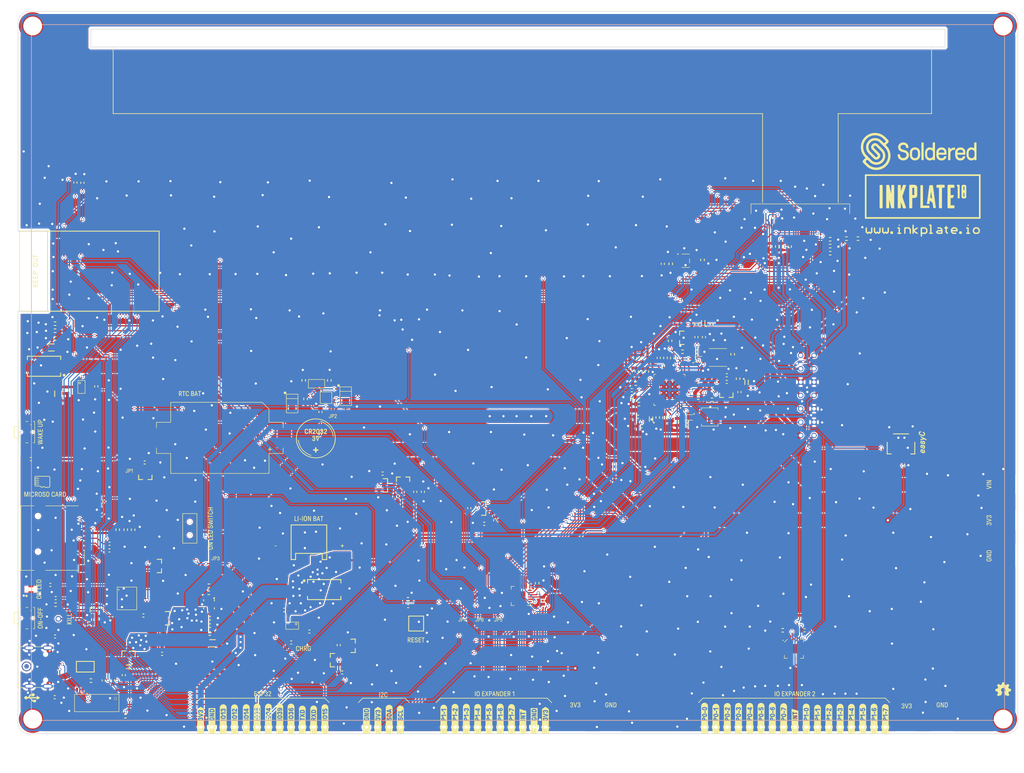
<source format=kicad_pcb>
(kicad_pcb (version 20211014) (generator pcbnew)
  (layers (0 "F.Cu" signal) (31 "B.Cu" signal) (34 "B.Paste" user) (35 "F.Paste" user) (36 "B.SilkS" user "B.Silkscreen") (37 "F.SilkS" user "F.Silkscreen") (38 "B.Mask" user) (39 "F.Mask" user) (44 "Edge.Cuts" user))
  (net 0 "")
  (net 1 "GND")
  (net 2 "/POWER/VREF")
  (net 3 "VNEG")
  (net 4 "/POWER/VN")
  (net 5 "/POWER/INT_LDO")
  (net 6 "VIN")
  (net 7 "VCOM")
  (net 8 "/POWER/VB")
  (net 9 "VPOS")
  (net 10 "VDDH")
  (net 11 "VEE")
  (net 12 "Net-(C16-Pad1)")
  (net 13 "/POWER/VEE_DRV")
  (net 14 "/POWER/VDDH_DRV")
  (net 15 "Net-(C17-Pad2)")
  (net 16 "/POWER/VEE_D")
  (net 17 "/POWER/VDDH_D")
  (net 18 "VUSB")
  (net 19 "3V3")
  (net 20 "Net-(C22-Pad2)")
  (net 21 "VBAT")
  (net 22 "MANUAL_RST")
  (net 23 "Net-(C32-Pad2)")
  (net 24 "/SD_RTC_GPIO/X1")
  (net 25 "/SD_RTC_GPIO/X2")
  (net 26 "3V3_RTC")
  (net 27 "3V3_MICROSD")
  (net 28 "Net-(C40-Pad2)")
  (net 29 "3V3-EINK")
  (net 30 "/POWER/VN_SW")
  (net 31 "/POWER/VB_SW")
  (net 32 "Net-(D8-Pad1)")
  (net 33 "Net-(D8-Pad2)")
  (net 34 "Net-(D9-Pad1)")
  (net 35 "DNP1")
  (net 36 "Net-(D12-Pad1)")
  (net 37 "Net-(F1-Pad2)")
  (net 38 "Net-(JP2-Pad1)")
  (net 39 "Net-(Q8-Pad1)")
  (net 40 "/SD_RTC_GPIO/CLKOUT_RTC")
  (net 41 "Net-(JP3-Pad1)")
  (net 42 "SPI_CS")
  (net 43 "GPIO15")
  (net 44 "/MCU/INTB")
  (net 45 "/MCU/INTB_K3_JP")
  (net 46 "Net-(JP4-Pad3)")
  (net 47 "GPB_2")
  (net 48 "Net-(U9-Pad12)")
  (net 49 "V_BAT_MOS")
  (net 50 "Net-(JP6-Pad2)")
  (net 51 "Net-(JP6-Pad3)")
  (net 52 "I2C_SDA")
  (net 53 "I2C_SCL")
  (net 54 "Net-(K2-PadA5)")
  (net 55 "D+")
  (net 56 "D-")
  (net 58 "Net-(K2-PadB5)")
  (net 60 "Net-(K9-Pad1)")
  (net 62 "SPI_MOSI")
  (net 63 "SPI_SCK")
  (net 64 "SPI_MISO")
  (net 69 "EPD_CL")
  (net 70 "EPD_LE")
  (net 71 "EPD_OE")
  (net 72 "EPD_SPH")
  (net 73 "EPD_D0")
  (net 74 "EPD_D1")
  (net 75 "EPD_D2")
  (net 76 "EPD_D3")
  (net 77 "EPD_D4")
  (net 78 "EPD_D5")
  (net 79 "EPD_D6")
  (net 80 "EPD_D7")
  (net 85 "EPD_GMODE")
  (net 86 "EPD_SPV")
  (net 87 "EPD_CKV")
  (net 88 "V_BAT")
  (net 89 "TXD")
  (net 90 "RXD")
  (net 91 "Net-(JP5-Pad3)")
  (net 92 "/MCU/GPB_3")
  (net 93 "/MCU/GPB_4")
  (net 94 "/MCU/GPB_6")
  (net 95 "/MCU/GPB_7")
  (net 96 "Net-(K28-Pad1)")
  (net 97 "Net-(K29-Pad1)")
  (net 98 "Net-(K30-Pad1)")
  (net 99 "Net-(K31-Pad1)")
  (net 100 "Net-(K32-Pad1)")
  (net 101 "Net-(K33-Pad1)")
  (net 102 "Net-(K34-Pad1)")
  (net 103 "Net-(K35-Pad1)")
  (net 104 "GPIO_39")
  (net 105 "GPIO_36")
  (net 106 "Net-(K39-Pad1)")
  (net 107 "Net-(K40-Pad1)")
  (net 108 "Net-(K41-Pad1)")
  (net 109 "Net-(K42-Pad1)")
  (net 110 "Net-(K43-Pad1)")
  (net 111 "Net-(K44-Pad1)")
  (net 112 "Net-(K45-Pad1)")
  (net 113 "Net-(K46-Pad1)")
  (net 114 "/MCU/IO_EX2_INT")
  (net 115 "GPIO_0_MOSFET")
  (net 116 "GPIO_0")
  (net 117 "Net-(Q1-Pad3)")
  (net 118 "Net-(Q2-Pad1)")
  (net 119 "/CTRL + COMS/RTS")
  (net 120 "Net-(Q3-Pad1)")
  (net 121 "/CTRL + COMS/DTR")
  (net 122 "Net-(Q4-Pad3)")
  (net 123 "Net-(Q5-Pad2)")
  (net 124 "SW_OUT_D")
  (net 125 "Net-(Q6-Pad2)")
  (net 126 "Net-(Q6-Pad3)")
  (net 127 "Net-(Q8-Pad3)")
  (net 128 "/POWER/TS")
  (net 129 "WAKEUP")
  (net 130 "VCOM_CTRL")
  (net 131 "PWRUP")
  (net 132 "/POWER/VDDH_FB")
  (net 133 "/POWER/VEE_FB")
  (net 134 "/CTRL + COMS/CH_RXD")
  (net 135 "/CTRL + COMS/CH_TXD")
  (net 136 "Net-(R32-Pad1)")
  (net 137 "Net-(R33-Pad1)")
  (net 138 "Net-(R38-Pad1)")
  (net 140 "INT")
  (net 141 "PWR_GOOD")
  (net 142 "RST")
  (net 160 "/MCU/GPB_5")
  (footprint "kibuzzard-63035436" (layer "F.Cu") (at 206.45 198.6)
    (fp_text reference "kibuzzard-63035436" hide)
    (fp_text value "G***" hide)
  )
  (footprint "e-radionica.com footprinti:INKPLATE TEST HEADER" (layer "F.Cu") (at 275.95 148.185)
    (fp_text reference "K1")
    (fp_text value "Inkplate_TP")
  )
  (footprint "e-radionica.com footprinti:0603R" (layer "F.Cu") (at 163.98 201.275)
    (fp_text reference "R32")
    (fp_text value "2k49")
  )
  (footprint "e-radionica.com footprinti:0603C" (layer "F.Cu") (at 237.375 145.52)
    (fp_text reference "C3")
    (fp_text value "4u7-TMK212AB7475KG-T")
  )
  (footprint "kibuzzard-62F647A2" (layer "F.Cu") (at 162.395 221.1 90)
    (fp_text reference "kibuzzard-62F647A2" hide)
    (fp_text value "G***" hide)
  )
  (footprint "e-radionica.com footprinti:SOD-323" (layer "F.Cu") (at 262.275 145.225 90)
    (fp_text reference "D5")
    (fp_text value "BAT20J")
  )
  (footprint "kibuzzard-62F648C5" (layer "F.Cu") (at 211.975 221.475 90)
    (fp_text reference "kibuzzard-62F648C5" hide)
    (fp_text value "G***" hide)
  )
  (footprint "e-radionica.com footprinti:HEADER_MALE_1X1_Inkplate" (layer "F.Cu") (at 211.975 222.75 180)
    (fp_text reference "K15")
    (fp_text value "HEADER_MALE_1X1_Inkplate")
  )
  (footprint "e-radionica.com footprinti:0603R" (layer "F.Cu") (at 101.375 162.5)
    (fp_text reference "R41")
    (fp_text value "100k")
  )
  (footprint "e-radionica.com footprinti:0603C" (layer "F.Cu") (at 251.405 148.67 180)
    (fp_text reference "C8")
    (fp_text value "10u-GRM188R61E106KA73J")
  )
  (footprint "e-radionica.com footprinti:HEADER_MALE_1X1_Inkplate" (layer "F.Cu") (at 154.775 222.75 180)
    (fp_text reference "K13")
    (fp_text value "HEADER_MALE_1X1_Inkplate")
  )
  (footprint "e-radionica.com footprinti:HEADER_MALE_1X1_Inkplate" (layer "F.Cu") (at 157.315 222.75 180)
    (fp_text reference "K36")
    (fp_text value "HEADER_MALE_1X1_Inkplate")
  )
  (footprint "e-radionica.com footprinti:HEADER_MALE_1X1_Inkplate" (layer "F.Cu") (at 139.535 222.75)
    (fp_text reference "K47")
    (fp_text value "HEADER_MALE_1X1_Inkplate")
  )
  (footprint "kibuzzard-630359AB" (layer "F.Cu") (at 159.855 220.875 90)
    (fp_text reference "kibuzzard-630359AB" hide)
    (fp_text value "G***" hide)
  )
  (footprint "e-radionica.com footprinti:HEADER_MALE_1X1_Inkplate" (layer "F.Cu") (at 167.475 222.75 180)
    (fp_text reference "K38")
    (fp_text value "HEADER_MALE_1X1_Inkplate")
  )
  (footprint "kibuzzard-62F64A79" (layer "F.Cu") (at 103.175 191.75 90)
    (fp_text reference "kibuzzard-62F64A79" hide)
    (fp_text value "G***" hide)
  )
  (footprint "e-radionica.com footprinti:HEADER_MALE_1X1_Inkplate" (layer "F.Cu") (at 159.855 222.75 180)
    (fp_text reference "K37")
    (fp_text value "HEADER_MALE_1X1_Inkplate")
  )
  (footprint "e-radionica.com footprinti:LTST-S270GKT" (layer "F.Cu") (at 101.375 191.75 -90)
    (fp_text reference "D9")
    (fp_text value "0603LED_SIDE")
  )
  (footprint "e-radionica.com footprinti:0603C" (layer "F.Cu") (at 260.375 144.425 -90)
    (fp_text reference "C15")
    (fp_text value "2u2-GRM188R61E225MA12D")
  )
  (footprint "kibuzzard-62F6465B" (layer "F.Cu") (at 139.535 221.225 90)
    (fp_text reference "kibuzzard-62F6465B" hide)
    (fp_text value "G***" hide)
  )
  (footprint "e-radionica.com footprinti:SK-3296S-01-L1" (layer "F.Cu") (at 137.1 178.1 90)
    (fp_text reference "S1")
    (fp_text value "SK-3296S-01-L1")
  )
  (footprint "e-radionica.com footprinti:0402LED" (layer "F.Cu") (at 162.6325 203.7375)
    (fp_text reference "D8")
    (fp_text value "RED")
  )
  (footprint "e-radionica.com footprinti:easyC-connector" (layer "F.Cu") (at 297 159.625)
    (fp_text reference "K3")
    (fp_text value "easyC-SMD")
  )
  (footprint "e-radionica.com footprinti:SOT-23-3" (layer "F.Cu") (at 127.1 166.4 -90)
    (fp_text reference "Q10")
    (fp_text value "PMOS-SOT-23-3")
  )
  (footprint "e-radionica.com footprinti:HEADER_MALE_1X1_Inkplate" (layer "F.Cu") (at 278.235 222.75)
    (fp_text reference "K40")
    (fp_text value "HEADER_MALE_1X1_Inkplate")
  )
  (footprint "kibuzzard-62EA7167" (layer "F.Cu") (at 257.955 220.805 90)
    (fp_text reference "kibuzzard-62EA7167" hide)
    (fp_text value "G***" hide)
  )
  (footprint "kibuzzard-62F64932" (layer "F.Cu") (at 316.775 184.25 90)
    (fp_text reference "kibuzzard-62F64932" hide)
    (fp_text value "G***" hide)
  )
  (footprint "e-radionica.com footprinti:0603R" (layer "F.Cu") (at 203.3 177.045)
    (fp_text reference "R21")
    (fp_text value "0R")
  )
  (footprint "e-radionica.com footprinti:HEADER_MALE_1X1_Inkplate" (layer "F.Cu") (at 255.375 222.75)
    (fp_text reference "K29")
    (fp_text value "HEADER_MALE_1X1_Inkplate")
  )
  (footprint "e-radionica.com footprinti:0603R" (layer "F.Cu") (at 105.745 190.78 180)
    (fp_text reference "R35")
    (fp_text value "1k")
  )
  (footprint "e-radionica.com footprinti:0603R" (layer "F.Cu") (at 251 135.075 90)
    (fp_text reference "R13")
    (fp_text value "1M")
  )
  (footprint "kibuzzard-62EA72C4" (layer "F.Cu") (at 280.775 220.905 90)
    (fp_text reference "kibuzzard-62EA72C4" hide)
    (fp_text value "G***" hide)
  )
  (footprint "kibuzzard-63037233" (layer "F.Cu") (at 142.885 184.8)
    (fp_text reference "kibuzzard-63037233" hide)
    (fp_text value "G***" hide)
  )
  (footprint "e-radionica.com footprinti:JST-2pin-SMD" (layer "F.Cu") (at 163.885 182.09)
    (fp_text reference "K4")
    (fp_text value "JST-2pin-SMD")
  )
  (footprint "e-radionica.com footprinti:SOT-23-3" (layer "F.Cu") (at 131.875 198.275)
    (fp_text reference "Q9")
    (fp_text value "SSM3J358R,LF")
  )
  (footprint "e-radionica.com footprinti:0603C" (layer "F.Cu") (at 162.715 144.79 -90)
    (fp_text reference "C35")
    (fp_text value "12p")
  )
  (footprint "e-radionica.com footprinti:0603R" (layer "F.Cu") (at 242.525 139.75 90)
    (fp_text reference "R9")
    (fp_text value "4k7")
  )
  (footprint "kibuzzard-63035991" (layer "F.Cu") (at 157.315 220.85 90)
    (fp_text reference "kibuzzard-63035991" hide)
    (fp_text value "G***" hide)
  )
  (footprint "kibuzzard-62F64A5D" (layer "F.Cu") (at 104.575 170.4)
    (fp_text reference "kibuzzard-62F64A5D" hide)
    (fp_text value "G***" hide)
  )
  (footprint "e-radionica.com footprinti:1515L" (layer "F.Cu") (at 254 153.025 180)
    (fp_text reference "L1")
    (fp_text value "LQH44PN4R7MP0L")
  )
  (footprint "e-radionica.com footprinti:0603R" (layer "F.Cu") (at 116.075 146.15 90)
    (fp_text reference "R22")
    (fp_text value "100k")
  )
  (footprint "Soldered Graphics:Logo-Front-SolderedFULL-26mm" (layer "F.Cu") (at 300.965 93.33)
    (fp_text reference "REF**" hide)
    (fp_text value "Logo-Front-SolderedFULL-26mm" hide)
  )
  (footprint "kibuzzard-62F64B1C" (layer "F.Cu") (at 162.6325 205.075)
    (fp_text reference "kibuzzard-62F64B1C" hide)
    (fp_text value "G***" hide)
  )
  (footprint "e-radionica.com footprinti:0603C" (layer "F.Cu") (at 168.475 144.81 -90)
    (fp_text reference "C34")
    (fp_text value "12p")
  )
  (footprint "e-radionica.com footprinti:0603C" (layer "F.Cu") (at 271.95 114.705 90)
    (fp_text reference "C56")
    (fp_text value "4u7")
  )
  (footprint "kibuzzard-62EA6F76" (layer "F.Cu") (at 153.505 215.25)
    (fp_text reference "kibuzzard-62EA6F76" hide)
    (fp_text value "G***" hide)
  )
  (footprint "e-radionica.com footprinti:FIDUCIAL_23" (layer "F.Cu") (at 100.4 209.1)
    (fp_text reference "FD2")
    (fp_text value "FIDUCIAL")
  )
  (footprint "e-radionica.com footprinti:0603R" (layer "F.Cu") (at 106.95 193.75)
    (fp_text reference "R39")
    (fp_text value "100k")
  )
  (footprint "e-radionica.com footprinti:0603C" (layer "F.Cu") (at 141.595 198.26 180)
    (fp_text reference "C30")
    (fp_text value "100n")
  )
  (footprint "kibuzzard-62EA72FE" (layer "F.Cu") (at 285.855 220.895 90)
    (fp_text reference "kibuzzard-62EA72FE" hide)
    (fp_text value "G***" hide)
  )
  (footprint "kibuzzard-63035904" (layer "F.Cu") (at 144.615 220.95 90)
    (fp_text reference "kibuzzard-63035904" hide)
    (fp_text value "G***" hide)
  )
  (footprint "e-radionica.com footprinti:HEADER_MALE_1X1_Inkplate" (layer "F.Cu") (at 273.155 222.75)
    (fp_text reference "K49")
    (fp_text value "HEADER_MALE_1X1_Inkplate")
  )
  (footprint "e-radionica.com footprinti:0603R" (layer "F.Cu") (at 275.325 200.975 180)
    (fp_text reference "R48")
    (fp_text value "10k")
  )
  (footprint "e-radionica.com footprinti:0603C" (layer "F.Cu") (at 254.625 146.725)
    (fp_text reference "C18")
    (fp_text value "100n-AC0603KRX7R8BB104")
  )
  (footprint "e-radionica.com footprinti:M4_DIODA" (layer "F.Cu") (at 160.115 150 90)
    (fp_text reference "D12")
    (fp_text value "M4_DIODA")
  )
  (footprint "e-radionica.com footprinti:0603R" (layer "F.Cu") (at 187.8 169.85 90)
    (fp_text reference "R30")
    (fp_text value "100k")
  )
  (footprint "kibuzzard-62F647BC" (layer "F.Cu") (at 167.475 220.95 90)
    (fp_text reference "kibuzzard-62F647BC" hide)
    (fp_text value "G***" hide)
  )
  (footprint "e-radionica.com footprinti:0603C" (layer "F.Cu") (at 186.15 194 180)
    (fp_text reference "C26")
    (fp_text value "2u2")
  )
  (footprint "e-radionica.com footprinti:HEADER_MALE_1X1_Inkplate" (layer "F.Cu") (at 196.735 222.75 180)
    (fp_text reference "K18")
    (fp_text value "HEADER_MALE_1X1_Inkplate")
  )
  (footprint "e-radionica.com footprinti:0603C" (layer "F.Cu") (at 141.385 190.98)
    (fp_text reference "C31")
    (fp_text value "2u2")
  )
  (footprint "e-radionica.com footprinti:PAD_4x4" (layer "F.Cu") (at 223.765 221.25)
    (fp_text reference "PAD7")
    (fp_text value "PAD_4x4")
  )
  (footprint "e-radionica.com footprinti:HEADER_MALE_1X1_Inkplate" (layer "F.Cu") (at 290.935 222.75)
    (fp_text reference "K45")
    (fp_text value "HEADER_MALE_1X1_Inkplate")
  )
  (footprint "e-radionica.com footprinti:1206FUSE" (layer "F.Cu") (at 113.6 209.175 180)
    (fp_text reference "F1")
    (fp_text value "1206FUSE-500mA")
  )
  (footprint "e-radionica.com footprinti:SOT-23-3" (layer "F.Cu") (at 173.605 204.47)
    (fp_text reference "Q2")
    (fp_text value "NPN")
  )
  (footprint "e-radionica.com footprinti:0603R" (layer "F.Cu") (at 186.2 195.55 180)
    (fp_text reference "R33")
    (fp_text value "470R")
  )
  (footprint "e-radionica.com footprinti:SN74LVC1G34DBV" (layer "F.Cu") (at 248.585 117.9)
    (fp_text reference "U8")
    (fp_text value "SN74LVC1G34DBV")
  )
  (footprint "e-radionica.com footprinti:HEADER_MALE_1X1_Inkplate" (layer "F.Cu") (at 176.825 222.75 90)
    (fp_text reference "K8")
    (fp_text value "HEADER_MALE_1X1_Inkplate")
  )
  (footprint "e-radionica.com footprinti:SOD-323" (layer "F.Cu") (at 240.8 153.525 -90)
    (fp_text reference "D4")
    (fp_text value "BAT20J")
  )
  (footprint "e-radionica.com footprinti:HEADER_MALE_1X1_Inkplate" (layer "F.Cu") (at 204.355 222.75 180)
    (fp_text reference "K23")
    (fp_text value "HEADER_MALE_1X1_Inkplate")
  )
  (footprint "kibuzzard-62F64924" (layer "F.Cu") (at 223.765 217.75)
    (fp_text reference "kibuzzard-62F64924" hide)
    (fp_text value "G***" hide)
  )
  (footprint "e-radionica.com footprinti:HEADER_MALE_1X1_Inkplate" (layer "F.Cu") (at 209.435 222.75 180)
    (fp_text reference "K22")
    (fp_text value "HEADER_MALE_1X1_Inkplate")
  )
  (footprint "e-radionica.com footprinti:0603R" (layer "F.Cu") (at 159.9 203.725)
    (fp_text reference "R28")
    (fp_text value "1k")
  )
  (footprint "kibuzzard-62EA74CF" (layer "F.Cu") (at 141.725 178.1 90)
    (fp_text reference "kibuzzard-62EA74CF" hide)
    (fp_text value "G***" hide)
  )
  (footprint "e-radionica.com footprinti:HEADER_MALE_1X1_Inkplate" (layer "F.Cu") (at 268.075 222.75)
    (fp_text reference "K34")
    (fp_text value "HEADER_MALE_1X1_Inkplate")
  )
  (footprint "kibuzzard-62F64B4C" (layer "F.Cu") (at 156.385 181.99)
    (fp_text reference "kibuzzard-62F64B4C" hide)
    (fp_text value "G***" hide)
  )
  (footprint "e-radionica.com footprinti:Standoff_M3" (layer "F.Cu") (at 319.975 220.95)
    (fp_text reference "H3")
    (fp_text value "Standoff_M3")
  )
  (footprint "e-radionica.com footprinti:HEADER_MALE_1X1_Inkplate" (layer "F.Cu") (at 179.365 222.75 90)
    (fp_text reference "K5")
    (fp_text value "HEADER_MALE_1X1_Inkplate")
  )
  (footprint "kibuzzard-62EA71CF" (layer "F.Cu") (at 273.155 221.455 90)
    (fp_text reference "kibuzzard-62EA71CF" hide)
    (fp_text value "G***" hide)
  )
  (footprint "e-radionica.com footprinti:PCF85063A" (layer "F.Cu") (at 167.725 148.69)
    (fp_text reference "U7")
    (fp_text value "PCF85063A")
  )
  (footprint "e-radionica.com footprinti:0603C" (layer "F.Cu") (at 141.595 199.925 180)
    (fp_text reference "C29")
    (fp_text value "100n")
  )
  (footprint "e-radionica.com footprinti:0603C" (layer "F.Cu") (at 244.05 139.75 90)
    (fp_text reference "C13")
    (fp_text value "4u7-TMK212AB7475KG-T")
  )
  (footprint "e-radionica.com footprinti:Standoff_M3" (layer "F.Cu") (at 319.975 65.125)
    (fp_text reference "H1")
    (fp_text value "Standoff_M3")
  )
  (footprint "e-radionica.com footprinti:SOT-23-3" (layer "F.Cu") (at 123.325 206.325 90)
    (fp_text reference "Q7")
    (fp_text value "PMOS")
  )
  (footprint "kibuzzard-6303591E" (layer "F.Cu") (at 147.155 220.95 90)
    (fp_text reference "kibuzzard-6303591E" hide)
    (fp_text value "G***" hide)
  )
  (footprint "e-radionica.com footprinti:0603R" (layer "F.Cu") (at 112.95 100.375 90)
    (fp_text reference "R4")
    (fp_text value "10k")
  )
  (footprint "e-radionica.com footprinti:U262-161N-4BVC11" (layer "F.Cu") (at 103.475 209.25 -90)
    (fp_text reference "K2")
    (fp_text value "U262-161N-4BVC11")
  )
  (footprint "kibuzzard-62EA7320" (layer "F.Cu") (at 290.935 220.875 90)
    (fp_text reference "kibuzzard-62EA7320" hide)
    (fp_text value "G***" hide)
  )
  (footprint "e-radionica.com footprinti:PAD_4x4" (layer "F.Cu") (at 298.265 221.25)
    (fp_text reference "PAD4")
    (fp_text value "PAD_4x4")
  )
  (footprint "e-radionica.com footprinti:PCAL6416AHF,128" (layer "F.Cu") (at 272.925 205.125)
    (fp_text reference "U11")
    (fp_text value "PCAL6416AHF,128")
  )
  (footprint "e-radionica.com footprinti:HEADER_MALE_1X1_Inkplate" (layer "F.Cu") (at 164.935 222.75 180)
    (fp_text reference "K17")
    (fp_text value "HEADER_MALE_1X1_Inkplate")
  )
  (footprint "e-radionica.com footprinti:1206C" (layer "F.Cu") (at 142.2 203.9 180)
    (fp_text reference "C27")
    (fp_text value "10u")
  )
  (footprint "e-radionica.com footprinti:0603R" (layer "F.Cu") (at 180.45 165.75 180)
    (fp_text reference "R25")
    (fp_text value "100k")
  )
  (footprint "e-radionica.com footprinti:HEADER_MALE_1X1_Inkplate" (layer "F.Cu") (at 184.445 222.75 90)
    (fp_text reference "K6")
    (fp_text value "HEADER_MALE_1X1_Inkplate")
  )
  (footprint "e-radionica.com footprinti:K2-1114SA-A4SW-06" (layer "F.Cu") (at 100.475 198.25 -90)
    (fp_text reference "SW2")
    (fp_text value "K2-1114SA-A4SW-06")
  )
  (footprint "e-radionica.com footprinti:0603C" (layer "F.Cu") (at 109.5 147 90)
    (fp_text reference "C23")
    (fp_text value "100n")
  )
  (footprint "kibuzzard-62F64AD7" (layer "F.Cu") (at 137.145 147.76)
    (fp_text reference "kibuzzard-62F64AD7" hide)
    (fp_text value "G***" hide)
  )
  (footprint "e-radionica.com footprinti:0603R" (layer "F.Cu") (at 237.875 152.975 180)
    (fp_text reference "R6")
    (fp_text value "100k")
  )
  (footprint "e-radionica.com footprinti:HEADER_MALE_1X1_Inkplate" (layer "F.Cu") (at 280.775 222.75)
    (fp_text reference "K41")
    (fp_text value "HEADER_MALE_1X1_Inkplate")
  )
  (footprint "Soldered Graphics:Logo-Front-InkplateWebPage" (layer "F.Cu") (at 301.885 111.12)
    (fp_text reference "REF**" hide)
    (fp_text value "Logo-Front-InkplateWebPage" hide)
  )
  (footprint "e-radionica.com footprinti:PAD_4x4" (layer "F.Cu") (at 306.225 221.25)
    (fp_text reference "PAD9")
    (fp_text value "PAD_4x4")
  )
  (footprint "e-radionica.com footprinti:PAD_4x4" (layer "F.Cu") (at 171.385 185.24)
    (fp_text reference "PAD1")
    (fp_text value "PAD_4x4")
  )
  (footprint "e-radionica.com footprinti:TSSOP-14" (layer "F.Cu") (at 122.975 193.775)
    (fp_text reference "U5")
    (fp_text value "MC14093BDTR2G")
  )
  (footprint "Soldered Graphics:Logo-Front-Inkplate10" (layer "F.Cu") (at 301.885 103.45)
    (fp_text reference "REF**" hide)
    (fp_text value "Logo-Front-Inkplate10" hide)
  )
  (footprint "e-radionica.com footprinti:0603C" (layer "F.Cu") (at 141.365 192.56)
    (fp_text reference "C33")
    (fp_text value "100n")
  )
  (footprint "e-radionica.com footprinti:PAD_4x4" (layer "F.Cu") (at 320.275 176.25)
    (fp_text reference "PAD5")
    (fp_text value "PAD_4x4")
  )
  (footprint "e-radionica.com footprinti:HEADER_MALE_1X1_Inkplate" (layer "F.Cu") (at 147.155 222.75 180)
    (fp_text reference "K26")
    (fp_text value "HEADER_MALE_1X1_Inkplate")
  )
  (footprint "Soldered Graphics:Symbol-Front-SDcard" (layer "F.Cu") (at 103.95 167.6 90)
    (fp_text reference "G***" hide)
    (fp_text value "LOGO" hide)
  )
  (footprint "e-radionica.com footprinti:0603R" (layer "F.Cu") (at 122.255 211.07 90)
    (fp_text reference "R36")
    (fp_text value "100k")
  )
  (footprint "e-radionica.com footprinti:1206C" (layer "F.Cu") (at 107.525 147.8 90)
    (fp_text reference "C21")
    (fp_text value "10u")
  )
  (footprint "e-radionica.com footprinti:0603C" (layer "F.Cu") (at 245.575 139.775 90)
    (fp_text reference "C12")
    (fp_text value "4u7-TMK212AB7475KG-T")
  )
  (footprint "e-radionica.com footprinti:0603C" (layer "F.Cu") (at 243.825 153.175 -90)
    (fp_text reference "C7")
    (fp_text value "4u7-TMK212AB7475KG-T")
  )
  (footprint "e-radionica.com footprinti:0603R" (layer "F.Cu") (at 205.75 176.245 90)
    (fp_text reference "R20")
    (fp_text value "1k")
  )
  (footprint "e-radionica.com footprinti:0603R" (layer "F.Cu") (at 126.95 163.25)
    (fp_text reference "R40")
    (fp_text value "100k")
  )
  (footprint "kibuzzard-62F64F49" (layer "F.Cu") (at 198.385 198.6)
    (fp_text reference "kibuzzard-110,125" hide)
    (fp_text value "G***" hide)
  )
  (footprint "e-radionica.com footprinti:0603R" (layer "F.Cu") (at 117.9 172.025 90)
    (fp_text reference "R45")
    (fp_text value "100k")
  )
  (footprint "e-radionica.com footprinti:SMD_JUMPER_3_PAD_CONNECTED_LEFT_TRACE" (layer "F.Cu") (at 169.245 151.62)
    (fp_text reference "JP2")
    (fp_text value "SMD_JUMPER_3_PAD_CONNECTED_LEFT_TRACE")
  )
  (footprint "e-radionica.com footprinti:Standoff_M3" (layer "F.Cu") (at 101.775 65.125)
    (fp_text reference "H2")
    (fp_text value "Standoff_M3")
  )
  (footprint "e-radionica.com footprinti:0603R" (layer "F.Cu") (at 257.825 143.65 180)
    (fp_text reference "R16")
    (fp_text value "52k3-RC0603FR-0752K3L")
  )
  (footprint "e-radionica.com footprinti:SOT-23-3" (layer "F.Cu") (at 202.95 173.625)
    (fp_text reference "Q1")
    (fp_text value "DNP")
  )
  (footprint "Soldered Graphics:Symbol-Front-CR2032" (layer "F.Cu") (at 165.425 157.83)
    (fp_text reference "REF**" hide)
    (fp_text value "Symbol-Front-CR2032" hide)
  )
  (footprint "e-radionica.com footprinti:0603C" (layer "F.Cu") (at 158.38 196.425)
    (fp_text reference "C25")
    (fp_text value "2u2")
  )
  (footprint "kibuzzard-62F64C02" (layer "F.Cu") (at 180.635 215.46)
    (fp_text reference "kibuzzard-62F64C02" hide)
    (fp_text value "G***" hide)
  )
  (footprint "e-radionica.com footprinti:0603C" (layer "F.Cu") (at 269.975 114.725 90)
    (fp_text reference "C52")
    (fp_text value "4u7")
  )
  (footprint "e-radionica.com footprinti:HEADER_MALE_1X1_Inkplate" (layer "F.Cu") (at 260.455 222.75)
    (fp_text reference "K31")
    (fp_text value "HEADER_MALE_1X1_Inkplate")
  )
  (footprint "e-radionica.com footprinti:SOT-23-3" (layer "F.Cu") (at 257.725 147.925 -90)
    (fp_text reference "D6")
    (fp_text value "BAT54S")
  )
  (footprint "e-radionica.com footprinti:0603R" (layer "F.Cu") (at 111.375 100.325 90)
    (fp_text reference "R1")
    (fp_text value "10k")
  )
  (footprint "kibuzzard-63035A45" (layer "F.Cu") (at 154.775 220.875 90)
    (fp_text reference "kibuzzard-63035A45" hide)
    (fp_text value "G***" hide)
  )
  (footprint "e-radionica.com footprinti:SOT-23-3" (layer "F.Cu") (at 169.38 207.695 180)
    (fp_text reference "Q3")
    (fp_text value "NPN")
  )
  (footprint "Soldered Graphics:Symbol-Front-USB" (layer "F.Cu") (at 101.65 216.15 -90)
    (fp_text reference "G***" hide)
    (fp_text value "LOGO" hide)
  )
  (footprint "e-radionica.com footprinti:HYC77-TF09-200" (layer "F.Cu") (at 108.475 180.25 -90)
    (fp_text reference "K11")
    (fp_text value "HYC77-TF09-200")
  )
  (footprint "e-radionica.com footprinti:0603C" (layer "F.Cu") (at 252.375 117.7 90)
    (fp_text reference "C41")
    (fp_text value "100n")
  )
  (footprint "e-radionica.com footprinti:HEADER_MALE_1X1_Inkplate" (layer "F.Cu") (at 142.075 222.75)
    (fp_text reference "K48")
    (fp_text value "HEADER_MALE_1X1_Inkplate")
  )
  (footprint "kibuzzard-62EA7151" (layer "F.Cu") (at 255.375 220.885 90)
    (fp_text reference "kibuzzard-62EA7151" hide)
    (fp_text value "G***" hide)
  )
  (footprint "e-radionica.com footprinti:HEADER_MALE_1X1_Inkplate" (layer "F.Cu") (at 270.615 222.75)
    (fp_text reference "K35")
    (fp_text value "HEADER_MALE_1X1_Inkplate")
  )
  (footprint "kibuzzard-63035A96" (layer "F.Cu") (at 152.235 220.85 90)
    (fp_text reference "kibuzzard-63035A96" hide)
    (fp_text value "G***" hide)
  )
  (footprint "e-radionica.com footprinti:HEADER_MALE_1X1_Inkplate" (layer "F.Cu") (at 285.855 222.75)
    (fp_text reference "K43")
    (fp_text value "HEADER_MALE_1X1_Inkplate")
  )
  (footprint "e-radionica.com footprinti:0603C" (layer "F.Cu") (at 245.075 135.9 90)
    (fp_text reference "C17")
    (fp_text value "10n-AC0603KRX7R8BB103")
  )
  (footprint "kibuzzard-62EA71AD" (layer "F.Cu") (at 268.075 220.775 90)
    (fp_text reference "kibuzzard-62EA71AD" hide)
    (fp_text value "G***" hide)
  )
  (footprint "kibuzzard-62F64634" (layer "F.Cu") (at 214.515 221.375 90)
    (fp_text reference "kibuzzard-62F64634" hide)
    (fp_text value "G***" hide)
  )
  (footprint "e-radionica.com footprinti:0603C" (layer "F.Cu") (at 124.35 178.375 -90)
    (fp_text reference "C37")
    (fp_text value "2u2")
  )
  (footprint "e-radionica.com footprinti:SMD_JUMPER_3_PAD_CONNECTED_LEFT_TRACE" (layer "F.Cu") (at 142.875 186)
    (fp_text reference "JP3")
    (fp_text value "SMD_JUMPER_3_PAD_CONNECTED_LEFT_TRACE")
  )
  (footprint "kibuzzard-62F6487E" (layer "F.Cu") (at 204.355 220.9 90)
    (fp_text reference "kibuzzard-62F6487E" hide)
    (fp_text value "G***" hide)
  )
  (footprint "kibuzzard-62EA7623" (layer "F.Cu") (at 103.475 156.425 90)
    (fp_text reference "kibuzzard-62EA7623" hide)
    (fp_text value "G***" hide)
  )
  (footprint "e-radionica.com footprinti:0603R" (layer "F.Cu") (at 236.48 147 180)
    (fp_text reference "R5")
    (fp_text value "100k")
  )
  (footprint "e-radionica.com footprinti:PAD_4x4" (layer "F.Cu") (at 320.275 184.25)
    (fp_text reference "PAD8")
    (fp_text value "PAD_4x4")
  )
  (footprint "e-radionica.com footprinti:SOD-323-2" (layer "F.Cu") (at 251.425 140.0375)
    (fp_text reference "D3")
    (fp_text value "CUS10F30,H3F")
  )
  (footprint "e-radionica.com footprinti:2917C" (layer "F.Cu") (at 167.315 191.84)
    (fp_text reference "C24")
    (fp_text value "DNP")
  )
  (footprint "e-radionica.com footprinti:SOT-23-3" (layer "F.Cu") (at 130.05 186.525)
    (fp_text reference "Q6")
    (fp_text value "PMOS")
  )
  (footprint "kibuzzard-62F64634" (layer "F.Cu") (at 176.825 221.375 90)
    (fp_text reference "kibuzzard-62F64634" hide)
    (fp_text value "G***" hide)
  )
  (footprint "e-radionica.com footprinti:0603R" (layer "F.Cu") (at 106.8 202.375)
    (fp_text reference "R18")
    (fp_text value "5k1")
  )
  (footprint "e-radionica.com footprinti:0603C" (layer "F.Cu") (at 281.075 116.2 180)
    (fp_text reference "C55")
    (fp_text value "4u7")
  )
  (footprint "e-radionica.com footprinti:0603R" (layer "F.Cu") (at 126.665 197.66)
    (fp_text reference "R38")
    (fp_text value "100k")
  )
  (footprint "kibuzzard-62EA718B" (layer "F.Cu") (at 262.995 220.785 90)
    (fp_text reference "kibuzzard-62EA718B" hide)
    (fp_text value "G***" hide)
  )
  (footprint "e-radionica.com footprinti:0603R" (layer "F.Cu") (at 119.025 183.025)
    (fp_text reference "R43")
    (fp_text value "100k")
  )
  (footprint "e-radionica.com footprinti:0603C" (layer "F.Cu") (at 270.405 200.99)
    (fp_text reference "C50")
    (fp_text value "100n")
  )
  (footprint "e-radionica.com footprinti:HEADER_MALE_1X1_Inkplate" (layer "F.Cu") (at 265.535 222.75)
    (fp_text reference "K33")
    (fp_text value "HEADER_MALE_1X1_Inkplate")
  )
  (footprint "e-radionica.com footprinti:SMD_JUMPER" (layer "F.Cu") (at 123.45 166.325 90)
    (fp_text reference "JP1")
    (fp_text value "SMD_JUMPER")
  )
  (footprint "e-radionica.com footprinti:0603R" (layer "F.Cu") (at 114.475 199.4 180)
    (fp_text reference "R37")
    (fp_text value "1k")
  )
  (footprint "Soldered Graphics:Version1.0.0." (layer "F.Cu") (at 319.975 216.75)
    (fp_text reference "Ref**" hide)
    (fp_text value "Val**" hide)
  )
  (footprint "kibuzzard-62EA719A" (layer "F.Cu") (at 265.535 220.785 90)
    (fp_text reference "kibuzzard-62EA719A" hide)
    (fp_text value "G***" hide)
  )
  (footprint "e-radionica.com footprinti:0603C" (layer "F.Cu") (at 122.635 220.3 180)
    (fp_text reference "C20")
    (fp_text value "100n")
  )
  (footprint "e-radionica.com footprinti:HEADER_MALE_1X1_Inkplate" (layer "F.Cu") (at 283.315 222.75)
    (fp_text reference "K42")
    (fp_text value "HEADER_MALE_1X1_Inkplate")
  )
  (footprint "kibuzzard-62F64846" (layer "F.Cu") (at 196.735 220.9 90)
    (fp_text reference "kibuzzard-62F64846" hide)
    (fp_text value "G***" hide)
  )
  (footprint "kibuzzard-62F64831" (layer "F.Cu") (at 194.195 221 90)
    (fp_text reference "kibuzzard-62F64831" hide)
    (fp_text value "G***" hide)
  )
  (footprint "e-radionica.com footprinti:0603R" (layer "F.Cu") (at 260.675 147.425 90)
    (fp_text reference "R12")
    (fp_text value "4k7")
  )
  (footprint "e-radionica.com footprinti:HEADER_MALE_1X1_Inkplate" (layer "F.Cu") (at 149.695 222.75 180)
    (fp_text reference "K25")
    (fp_text value "HEADER_MALE_1X1_Inkplate")
  )
  (footprint "kibuzzard-62F64B36" (layer "F.Cu") (at 163.885 175.865)
    (fp_text reference "kibuzzard-62F64B36" hide)
    (fp_text value "G***" hide)
  )
  (footprint "e-radionica.com footprinti:0603C" (layer "F.Cu") (at 238.085 150.13)
    (fp_text reference "C5")
    (fp_text value "10u-GRM188R61E106KA73J")
  )
  (footprint "e-radionica.com footprinti:0603C" (layer "F.Cu") (at 106.8 132.05)
    (fp_text reference "C48")
    (fp_text value "100n")
  )
  (footprint "e-radionica.com footprinti:K2-1114SA-A4SW-06" (layer "F.Cu") (at 100.475 156.425 -90)
    (fp_text reference "SW3")
    (fp_text value "K2-1114SA-A4SW-06")
  )
  (footprint "kibuzzard-62F64A9D" (layer "F.Cu") (at 103.475 198.25 90)
    (fp_text reference "kibuzzard-62F64A9D" hide)
    (fp_text value "G***" hide)
  )
  (footprint "e-radionica.com footprinti:0603R" (layer "F.Cu") (at 238.65 155.1)
    (fp_text reference "R11")
    (fp_text value "4k7")
  )
  (footprint "e-radionica.com footprinti:0603R" (layer "F.Cu") (at 170.58 204.32 -90)
    (fp_text reference "R26")
    (fp_text value "1k")
  )
  (footprint "e-radionica.com footprinti:0603C" (layer "F.Cu") (at 284.725 112.925 180)
    (fp_text reference "C53")
    (fp_text value "4u7")
  )
  (footprint "e-radionica.com footprinti:VQFN-49" (layer "F.Cu") (at 244.93 146.925)
    (fp_text reference "U1")
    (fp_text value "TPS65186RGZR")
  )
  (footprint "kibuzzard-62EA713E" (layer "F.Cu") (at 252.835 220.765 90)
    (fp_text reference "kibuzzard-62EA713E" hide)
    (fp_text value "G***" hide)
  )
  (footprint "kibuzzard-62F64B01" (layer "F.Cu") (at 187.995 203.15)
    (fp_text reference "kibuzzard-62F64B01" hide)
    (fp_text value "G***" hide)
  )
  (footprint "e-radionica.com footprinti:SOP-16" (layer "F.Cu") (at 116.175 217.34 -90)
    (fp_text reference "U3")
    (fp_text value "CH340C")
  )
  (footprint "e-radionica.com footprinti:0603R" (layer "F.Cu") (at 106.715 216.03)
    (fp_text reference "R17")
    (fp_text value "5k1")
  )
  (footprint "e-radionica.com footprinti:0603R" (layer "F.Cu") (at 254.4 132.2 -90)
    (fp_text reference "R10")
    (fp_text value "4k7")
  )
  (footprint "e-radionica.com footprinti:SOT-23-5" (layer "F.Cu") (at 160.125 199.95 -90)
    (fp_text reference "U4")
    (fp_text value "MCP73831T")
  )
  (footprint "e-radionica.com footprinti:0603C" (layer "F.Cu") (at 254.5 149.175 180)
    (fp_text reference "C16")
    (fp_text value "10n-AC0603KRX7R8BB103")
  )
  (footprint "e-radionica.com footprinti:0603C" (layer "F.Cu") (at 287.325 112.925 180)
    (fp_text reference "C51")
    (fp_text value "4u7")
  )
  (footprint "e-radionica.com footprinti:0603C" (layer "F.Cu") (at 163.125 148.98 90)
    (fp_text reference "C36")
    (fp_text value "100n")
  )
  (footprint "e-radionica.com footprinti:HEADER_MALE_1X1_Inkplate" (layer "F.Cu") (at 214.515 222.75)
    (fp_text reference "K51")
    (fp_text value "HEADER_MALE_1X1_Inkplate")
  )
  (footprint "e-radionica.com footprinti:0603R" (layer "F.Cu") (at 189.5 169.85 -90)
    (fp_text reference "R31")
    (fp_text value "100k")
  )
  (footprint "e-radionica.com footprinti:0603R" (layer "F.Cu") (at 238.8 139.85 -90)
    (fp_text reference "R2")
    (fp_text value "NTC-NCP18XH103F03RB")
  )
  (footprint "e-radionica.com footprinti:0603R" (layer "F.Cu") (at 252.7 135.075 -90)
    (fp_text reference "R14")
    (fp_text value "47k5-RC0603FR-0747K5L")
  )
  (footprint "e-radionica.com footprinti:SOT-23-3" (layer "F.Cu") (at 180.875 168.4)
    (fp_text reference "Q4")
    (fp_text value "NMOS")
  )
  (footprint "e-radionica.com footprinti:0603R" (layer "F.Cu") (at 246.65 154.125 -90)
    (fp_text reference "R7")
    (fp_text value "100k")
  )
  (footprint "e-radionica.com footprinti:SOT-23-3" (layer "F.Cu") (at 185.05 167.225 90)
    (fp_text reference "Q5")
    (fp_text value "PMOS")
  )
  (footprint "e-radionica.com footprinti:0603C" (layer "F.Cu") (at 114.875 212.29)
    (fp_text reference "C22")
    (fp_text value "100n")
  )
  (footprint "e-radionica.com footprinti:Standoff_M3" (layer "F.Cu") (at 101.775 220.95)
    (fp_text reference "H4")
    (fp_text value "Standoff_M3")
  )
  (footprint "kibuzzard-62EA72B5" (layer "F.Cu") (at 278.235 220.995 90)
    (fp_text reference "kibuzzard-62EA72B5" hide)
    (fp_text value "G***" hide)
  )
  (footprint "e-radionica.com footprinti:0603C" (layer "F.Cu") (at 268.375 114.695 90)
    (fp_text reference "C54")
    (fp_text value "4u7")
  )
  (footprint "e-radionica.com footprinti:PCAL6416AHF,128" (layer "F.Cu") (at 211.5 193.25 -90)
    (fp_text reference "U9")
    (fp_text value "PCAL6416AHF,128")
  )
  (footprint "e-radionica.com footprinti:0603C" (layer "F.Cu") (at 281.075 113.075 180)
    (fp_text reference "C43")
    (fp_text value "100n")
  )
  (footprint "e-radionica.com footprinti:0603C" (layer "F.Cu") (at 238.35 142.825 -90)
    (fp_text reference "C2")
    (fp_text value "4u7-TMK212AB7475KG-T")
  )
  (footprint "e-radionica.com footprinti:0603C" (layer "F.Cu") (at 239.85 142.825 -90)
    (fp_text reference "C1")
    (fp_text value "4u7-TMK212AB7475KG-T")
  )
  (footprint "e-radionica.com footprinti:SOD-323" (layer "F.Cu") (at 123.35 209.171803)
    (fp_text reference "D10")
    (fp_text value "BAT20J")
  )
  (footprint "kibuzzard-62EA6FEE" (layer "F.Cu") (at 205.625 215.25)
    (fp_text reference "kibuzzard-62EA6FEE" hide)
    (fp_text value "G***" hide)
  )
  (footprint "e-radionica.com footprinti:0603C" (layer "F.Cu") (at 248.875 154.8 180)
    (fp_text reference "C9")
    (fp_text value "4u7-TMK212AB7475KG-T")
  )
  (footprint "kibuzzard-62F64932" (layer "F.Cu") (at 231.765 217.75)
    (fp_text reference "kibuzzard-62F64932" hide)
    (fp_text value "G***" hide)
  )
  (footprint "e-radionica.com footprinti:SOD-323" (layer "F.Cu") (at 252.525 131.85 -90)
    (fp_text reference "D2")
    (fp_text value "BAT20J")
  )
  (footprint "e-radionica.com footprinti:SMD_JUMPER_3_PAD_CONNECTED_LEFT_TRACE" (layer "F.Cu") (at 206.45 199.8 180)
    (fp_text reference "JP5")
    (fp_text value "SMD_JUMPER_3_PAD_CONNECTED_LEFT_TRACE")
  )
  (footprint "kibuzzard-62F647AE" (layer "F.Cu") (at 164.935 221.1 90)
    (fp_text reference "kibuzzard-62F647AE" hide)
    (fp_text value "G***" hide)
  )
  (footprint "e-radionica.com footprinti:2917C" (layer "F.Cu") (at 104.325 141.625 180)
    (fp_text reference "C49")
    (fp_text value "DNP")
  )
  (footprint "e-radionica.com footprinti:HEADER_MALE_1X1_Inkplate" (layer "F.Cu") (at 144.615 222.75 180)
    (fp_text reference "K27")
    (fp_text value "HEADER_MALE_1X1_Inkplate")
  )
  (footprint "e-radionica.com footprinti:0603R" (layer "F.Cu") (at 243.45 118.6 90)
    (fp_text reference "R46")
    (fp_text value "330R")
  )
  (footprint "kibuzzard-62F64ED6" (layer "F.Cu") (at 123.45 165.125)
    (fp_text reference "kibuzzard-62F64ED6" hide)
    (fp_text value "G***" hide)
  )
  (footprint "e-radionica.com footprinti:HEADER_MALE_1X1_Inkplate" (layer "F.Cu") (at 201.815 222.75 180)
    (fp_text reference "K20")
    (fp_text value "HEADER_MALE_1X1_Inkplate")
  )
  (footprint "e-radionica.com footprinti:HEADER_MALE_1X1_Inkplate" (layer "F.Cu") (at 206.895 222.75 180)
    (fp_text reference "K21")
    (fp_text value "HEADER_MALE_1X1_Inkplate")
  )
  (footprint "e-radionica.com footprinti:0603R" (layer "F.Cu") (at 199.925 173.52 90)
    (fp_text reference "R19")
    (fp_text value "DNP")
  )
  (footprint "e-radionica.com footprinti:PAD_4x4" (layer "F.Cu") (at 231.765 221.25)
    (fp_text reference "PAD6")
    (fp_text value "PAD_4x4")
  )
  (footprint "kibuzzard-62EA717A" (layer "F.Cu") (at 260.455 220.785 90)
    (fp_text reference "kibuzzard-62EA717A" hide)
    (fp_text value "G***" hide)
  )
  (footprint "kibuzzard-62F64683" (layer "F.Cu") (at 184.445 221.1 90)
    (fp_text reference "kibuzzard-62F64683" hide)
    (fp_text value "G***" hide)
  )
  (footprint "e-radionica.com footprinti:NR4012" (layer "F.Cu") (at 255.85 139.65 180)
    (fp_text reference "L2")
    (fp_text value "NR4012T2R2M")
  )
  (footprint "e-radionica.com footprinti:ABS07AIG-32.768KHZ-7-D-T" (layer "F.Cu") (at 165.585 145.55 180)
    (fp_text reference "X1")
    (fp_text value "7LC32768F12UC")
  )
  (footprint "e-radionica.com footprinti:HEADER_MALE_1X1_Inkplate" (layer "F.Cu") (at 262.995 222.75)
    (fp_text reference "K32")
    (fp_text value "HEADER_MALE_1X1_Inkplate")
  )
  (footprint "e-radionica.com footprinti:0603C" (layer "F.Cu") (at 106.8 135.35)
    (fp_text reference "C46")
    (fp_text value "2u2")
  )
  (footprint "kibuzzard-62F6465B" (layer "F.Cu") (at 179.395 221.225 90)
    (fp_text reference "kibuzzard-62F6465B" hide)
    (fp_text value "G***" hide)
  )
  (footprint "kibuzzard-62F6489F" (layer "F.Cu") (at 209.435 220.925 90)
    (fp_text reference "kibuzzard-62F6489F" hide)
    (fp_text value "G***" hide)
  )
  (footprint "e-radionica.com footprinti:0603R" (layer "F.Cu") (at 257.825 145.15)
    (fp_text reference "R15")
    (fp_text value "1M")
  )
  (footprint "e-radionica.com footprinti:0603C" (layer "F.Cu") (at 242.3 153.15 -90)
    (fp_text reference "C6")
    (fp_text value "4u7-TMK212AB7475KG-T")
  )
  (footprint "kibuzzard-62F64FB5" (layer "F.Cu") (at 202.225 198.6)
    (fp_text reference "kibuzzard-62F64FB5" hide)
    (fp_text value "G***" hide)
  )
  (footprint "e-radionica.com footprinti:0603R" (layer "F.Cu") (at 216.445 194.33 -90)
    (fp_text reference "R47")
    (fp_text value "10k")
  )
  (footprint "kibuzzard-62F6465B" (layer "F.Cu") (at 217.055 221.225 90)
    (fp_text reference "kibuzzard-62F6465B" hide)
    (fp_text value "G***" hide)
  )
  (footprint "kibuzzard-62EA71BF" (layer "F.Cu") (at 270.615 220.825 90)
    (fp_text reference "kibuzzard-62EA71BF" hide)
    (fp_text value "G***" hide)
  )
  (footprint "kibuzzard-63035944" (layer "F.Cu") (at 149.8 220.925 90)
    (fp_text reference "kibuzzard-63035944" hide)
    (fp_text value "G***" hide)
  )
  (footprint "e-radionica.com footprinti:PAD_4x4" (layer "F.Cu") (at 320.275 168.25)
    (fp_text reference "PAD3")
    (fp_text value "PAD_4x4")
  )
  (footprint "e-radionica.com footprinti:HEADER_MALE_1X1_Inkplate" (layer "F.Cu") (at 293.475 222.75)
    (fp_text reference "K46")
    (fp_text value "HEADER_MALE_1X1_Inkplate")
  )
  (footprint "Soldered Graphics:Logo-Front-OSH-3.5mm" (layer "F.Cu") (at 319.975 214.25)
    (fp_text reference "G***" hide)
    (fp_text value "LOGO" hide)
  )
  (footprint "e-radionica.com footprinti:0603C" (layer "F.Cu") (at 245.225 118.6 90)
    (fp_text reference "C40")
    (fp_text value "100p")
  )
  (footprint "kibuzzard-62F64932" (layer "F.Cu") (at 306.265 217.75)
    (fp_text reference "kibuzzard-62F64932" hide)
    (fp_text value "G***" hide)
  )
  (footprint "kibuzzard-62F64A12" (layer "F.Cu") (at 316.775 168.25 90)
    (fp_text reference "kibuzzard-62F64A12" hide)
    (fp_text value "G***" hide)
  )
  (footprint "e-radionica.com footprinti:YTSA007A0151803B" (layer "F.Cu") (at 187.995 199.47 -90)
    (fp_text reference "SW1")
    (fp_text value "YTSA007A0151803B")
  )
  (footprint "e-radionica.com footprinti:0603R" (layer "F.Cu") (at 130.875 206.275)
    (fp_text reference "R34")
    (fp_text value "DNP")
  )
  (footprint "e-radionica.com footprinti:PAD_4x4" (layer "F.Cu") (at 156.385 185.24)
    (fp_text reference "PAD2")
    (fp_text value "PAD_4x4")
  )
  (footprint "e-radionica.com footprinti:HEADER_MALE_1X1_Inkplate" (layer "F.Cu") (at 162.395 222.75 180)
    (fp_text reference "K16")
    (fp_text value "HEADER_MALE_1X1_Inkplate")
  )
  (footprint "e-radionica.com footprinti:0603C" (layer "F.Cu") (at 236.48 148.475)
    (fp_text reference "C4")
    (fp_text value "4u7-TMK212AB7475KG-T")
  )
  (footprint "e-radionica.com footprinti:0603C" (layer "F.Cu") (at 247.875 138.35)
    (fp_text reference "C19")
    (fp_text value "100n-AC0603KRX7R8BB104")
  )
  (footprint "e-radionica.com footprinti:0603C" (layer "F.Cu") (at 122.7 178.375 -90)
    (fp_text reference "C38")
    (fp_text value "100n")
  )
  (footprint "Soldered Graphics:Logo-Front-easyC-5mm" (layer "F.Cu") (at 301.85 158.7 90)
    (fp_text reference "G***" hide)
    (fp_text value "LOGO" hide)
  )
  (footprint "e-radionica.com footprinti:0603C" (layer "F.Cu") (at 106.8 133.625)
    (fp_text reference "C47")
    (fp_text value "100n")
  )
  (footprint "e-radionica.com footprinti:HEADER_MALE_1X1_Inkplate" (layer "F.Cu") (at 107.55 198.4)
    (fp_text reference "K9")
    (fp_text value "HEADER_MALE_1X1_Inkplate")
  )
  (footprint "e-radionica.com footprinti:HEADER_MALE_1X1_Inkplate" (layer "F.Cu") (at 199.275 222.75 180)
    (fp_text reference "K19")
    (fp_text value "HEADER_MALE_1X1_Inkplate")
  )
  (footprint "kibuzzard-62F64924" (layer "F.Cu") (at 298.265 218)
    (fp_text reference "kibuzzard-62F64924" hide)
    (fp_text value "G***" hide)
  )
  (footprint "e-radionica.com footprinti:SMD_JUMPER_3_PAD_CONNECTED_LEFT_TRACE" (layer "F.Cu") (at 198.385 199.8 180)
    (fp_text reference "JP4")
    (fp_text value "SMD_JUMPER_3_PAD_CONNECTED_LEFT_TRACE")
  )
  (footprint "e-radionica.com footprinti:TPS7A2633DRVR" (layer "F.Cu") (at 141.4215 195.149 -90)
    (fp_text reference "U6")
    (fp_text value "TPS7A2633DRVR")
  )
  (footprint "e-radionica.com footprinti:HEADER_MALE_1X1_Inkplate" (layer "F.Cu") (at 217.055 222.75)
    (fp_text reference "K50")
    (fp_text value "HEADER_MALE_1X1_Inkplate")
  )
  (footprint "e-radionica.com footprinti:0603R" (layer "F.Cu") (at 171.355 210.47)
    (fp_text reference "R27")
    (fp_text value "10k")
  )
  (footprint "kibuzzard-62F64AB0" (layer "F.Cu") (at 110 198.4 90)
    (fp_text reference "kibuzzard-62F64AB0" hide)
    (fp_text value "G***" hide)
  )
  (footprint "e-radionica.com footprinti:0603R" (layer "F.Cu") (at 236.875 142.8 90)
    (fp_text reference "R8")
    (fp_text value "4k7")
  )
  (footprint "e-radionica.com footprinti:0603R" (layer "F.Cu") (at 119.05 181.525)
    (fp_text reference "R44")
    (fp_text value "100k")
  )
  (footprint "e-radionica.com footprinti:HEADER_MALE_1X1_Inkplate" (layer "F.Cu") (at 152.235 222.75 180)
    (fp_text reference "K14")
    (fp_text value "HEADER_MALE_1X1_Inkplate")
  )
  (footprint "kibuzzard-62F64634" (layer "F.Cu") (at 142.075 221.375 90)
    (fp_text reference "kibuzzard-62F64634" hide)
    (fp_text value "G***" hide)
  )
  (footprint "kibuzzard-62F64B5B" (layer "F.Cu") (at 171.385 181.99)
    (fp_text reference "kibuzzard-62F64B5B" hide)
    (fp_text value "G***" hide)
  )
  (footprint "kibuzzard-62EA72A0" (layer "F.Cu") (at 275.695 220.875 90)
    (fp_text reference "kibuzzard-62EA72A0" hide)
    (fp_text value "G***" hide)
  )
  (footprint "e-radionica.com footprinti:CR2032-BS-6-1" (layer "F.Cu") (at 143.855 157.72)
    (fp_text reference "K10")
    (fp_text value "CR2032_BS-6-1")
  )
  (footprint "kibuzzard-62EA738C" (layer "F.Cu") (at 293.475 220.925 90)
    (fp_text reference "kibuzzard-62EA738C" hide)
    (fp_text value "G***" hide)
  )
  (footprint "e-radionica.com footprinti:SOT-23-3" (layer "F.Cu") (at 247.925 135.225 180)
    (fp_text reference "D7")
    (fp_text value "BAT54S")
  )
  (footprint "e-radionica.com footprinti:0603R" (layer "F.Cu") (at 119.855 212.26 90)
    (fp_text reference "R24")
    (fp_text value "1k")
  )
  (footprint "kibuzzard-62F64EF1" (layer "F.Cu") (at 169.245 152.82)
    (fp_text reference "kibuzzard-62F64EF1" hide)
    (fp_text value "G***" hide)
  )
  (footprint "e-radionica.com footprinti:HEADER_MALE_1X1_Inkplate" (layer "F.Cu") (at 257.915 222.75)
    (fp_text reference "K30")
    (fp_text value "HEADER_MALE_1X1_Inkplate")
  )
  (footprint "e-radionica.com footprinti:HEADER_MALE_1X1_Inkplate" (layer "F.Cu") (at 194.195 222.75 180)
    (fp_text reference "K24")
    (fp_text value "HEADER_MALE_1X1_Inkplate")
  )
  (footprint "e-radionica.com footprinti:HEADER_MALE_1X1_Inkplate" (layer "F.Cu") (at 275.695 222.75)
    (fp_text reference "K39")
    (fp_text value "HEADER_MALE_1X1_Inkplate")
  )
  (footprint "e-radionica.com footprinti:0603C" (layer "F.Cu") (at 281.075 114.6 180)
    (fp_text reference "C42")
    (fp_text value "100n")
  )
  (footprint "kibuzzard-62F64924" (layer "F.Cu") (at 316.775 176.25 90)
    (fp_text reference "kibuzzard-62F64924" hide)
    (fp_text value "G***" hide)
  )
  (footprint "e-radionica.com footprinti:0603C" (layer "F.Cu") (at 259.15 138.925 -90)
    (fp_text reference "C10")
    (fp_text value "10u-GRM188R61E106KA73J")
  )
  (footprint "e-radionica.com footprinti:0603R" (layer "F.Cu") (at 183.925 170.85)
    (fp_text reference "R29")
    (fp_text value "510k")
  )
  (footprint "kibuzzard-62F6485B" (layer "F.Cu") (at 199.275 220.9 90)
    (fp_text reference "kibuzzard-62F6485B" hide)
    (fp_text value "G***" hide)
  )
  (footprint "e-radionica.com footprinti:0603R" (layer "F.Cu") (at 237.225 139.85 -90)
    (fp_text reference "R3")
    (fp_text value "43k-RC0603FR-0743KL")
  )
  (footprint "e-radionica.com footprinti:0603R" (layer "F.Cu") (at 117.755 212.26 90)
    (fp_text reference "R23")
    (fp_text value "1k")
  )
  (footprint "kibuzzard-62F64673" (layer "F.Cu") (at 181.92 221 90)
    (fp_text reference "kibuzzard-62F64673" hide)
    (fp_text value "G***" hide)
  )
  (footprint "kibuzzard-62F6488E" (layer "F.Cu") (at 206.895 220.875 90)
    (fp_text reference "kibuzzard-62F6488E" hide)
    (fp_text value "G***" hide)
  )
  (footprint "e-radionica.com footprinti:SMD_JUMPER_3_PAD_CONNECTED_LEFT_TRACE" (layer "F.Cu") (at 202.225 199.8)
    (fp_text reference "JP6")
    (fp_text value "SMD_JUMPER_3_PAD_CONNECTED_LEFT_TRACE")
  )
  (footprint "e-radionica.com footprinti:SFV33R-1STE9HLF" (layer "F.Cu") (at 274.375 109.325 180)
    (fp_text reference "K12")
    (fp_text value "SFV33R-1STE9HLF")
  )
  (footprint "e-radionica.com footprinti:0603R" (layer "F.Cu") (at 166.475 151.91 -90)
    (fp_text reference "R42")
    (fp_text value "10k")
  )
  (footprint "kibuzzard-62EA730E" (layer "F.Cu") (at 288.395 220.875 90)
    (fp_text reference "kibuzzard-62EA730E" hide)
    (fp_text value "G***" hide)
  )
  (footprint "e-radionica.com footprinti:0603C" (layer "F.Cu") (at 251.025 132.225 -90)
    (fp_text reference "C14")
    (fp_text value "2u2-GRM188R61E225MA12D")
  )
  (footprint "e-radionica.com footprinti:0603C" (layer "F.Cu") (at 141.585 201.74 180)
    (fp_text reference "C28")
    (fp_text value "2u2")
  )
  (footprint "e-radionica.com footprinti:0603C" (layer "F.Cu") (at 120.9 178.375 -90)
    (fp_text reference "C39")
    (fp_text value "100n")
  )
  (footprint "e-radionica.com footprinti:SOT-23-3" (layer "F.Cu") (at 116.2 196.6 90)
    (fp_text reference "Q8")
    (fp_text value "NPN")
  )
  (footprint "e-radionica.com footprinti:HEADER_MALE_1X1_Inkplate" (layer "F.Cu") (at 288.395 222.75)
    (fp_text reference "K44")
    (fp_text value "HEADER_MALE_1X1_Inkplate")
  )
  (footprint "kibuzzard-62EA7653" (layer "F.Cu") (at 273.155 215.25)
    (fp_text reference "kibuzzard-62EA7653" hide)
    (fp_text value "G***" hide)
  )
  (footprint "e-radionica.com footprinti:M4_DIODA" (layer "F.Cu") (at 172.145 148.36 90)
    (fp_text reference "D11")
    (fp_text value "M4_DIODA")
  )
  (footprint "e-radionica.com footprinti:0603C" (layer "F.Cu") (at 215.195 190.39 -90)
    (fp_text reference "C44")
    (fp_text value "100n")
  )
  (footprint "kibuzzard-62F64870" (layer "F.Cu") (at 201.815 220.925 90)
    (fp_text reference "kibuzzard-62F64870" hide)
    (fp_text value "G***" hide)
  )
  (footprint "e-radionica.com footprinti:SOD-323-2" (layer "F.Cu") (at 249.325 153.125 180)
    (fp_text reference "D1")
    (fp_text value "CUS10F30,H3F")
  )
  (footprint "e-radionica.com footprinti:0603C" (layer "F.Cu") (at 106.925 195.225 180)
    (fp_text reference "C32")
    (fp_text value "100n")
  )
  (footprint "kibuzzard-62EA72D5" (layer "F.Cu") (at 283.315 220.885 90)
    (fp_text reference "kibuzzard-62EA72D5" hide)
    (fp_text value "G***" hide)
  )
  (footprint "e-radionica.com footprinti:SOT-23-5" (layer "F.Cu") (at 112.75 146.275)
    (fp_text reference "U2")
    (fp_text value "TPS3840PL27DBVR")
  )
  (footprint "e-radionica.com footprinti:ESP32-WROVER" (layer "F.Cu") (at 117.675 120.25 90)
    (fp_text reference "U10")
    (fp_text value "ESP32-WROVER")
  )
  (footprint "e-radionica.com footprinti:HEADER_MALE_1X1_Inkplate" (layer "F.Cu") (at 252.835 222.75)
    (fp_text reference "K28")
    (fp_text value "HEADER_MALE_1X1_Inkplate")
  )
  (footprint "e-radionica.com footprinti:1206C" (layer "F.Cu") (at 105.975 137.4)
    (fp_text reference "C45")
    (fp_text value "10u")
  )
  (footprint "e-radionica.com footprinti:HEADER_MALE_1X1_Inkplate" (layer "F.Cu") (at 181.905 222.75 90)
    (fp_text reference "K7")
    (fp_text value "HEADER_MALE_1X1_Inkplate")
  )
  (footprint "e-radionica.com footprinti:0603C" (layer "F.Cu") (at 251.05 138.35 180)
    (fp_text reference "C11")
    (fp_text value "4u7-TMK212AB7475KG-T")
  )
  (footprint "e-radionica.com footprinti:FIDUCIAL_23" (layer "B.Cu") (at 100.4 209.1 180)
    (fp_text reference "FD1")
    (fp_text value "FIDUCIAL")
  )
  (gr_rect (start 101.475 221.225) (end 320.275 64.8) (layer "B.SilkS") (width 0.15) (fill none))
  (gr_line (start 175.975 216.25) (end 185.475 216.25) (layer "F.SilkS") (width 0.15))
  (gr_line (start 282.875 84.825) (end 282.875 104.825) (layer "F.SilkS") (width 0.15))
  (gr_line (start 293.475 216.25) (end 294.475 217.25) (layer "F.SilkS") (width 0.15))
  (gr_line (start 167.475 216.25) (end 168.475 217.25) (layer "F.SilkS") (width 0.15))
  (gr_line (start 252.475 216.25) (end 293.475 216.25) (layer "F.SilkS") (width 0.15))
  (gr_line (start 164.475 216.25) (end 164.475 216.25) (layer "F.SilkS") (width 0.15))
  (gr_line (start 139.475 216.25) (end 167.475 216.25) (layer "F.SilkS") (width 0.15))
  (gr_line (start 119.875 69.825) (end 119.875 84.825) (layer "F.SilkS") (width 0.15))
  (gr_line (start 139.475 216.25) (end 138.475 217.25) (layer "F.SilkS") (width 0.15))
  (gr_line (start 193.475 216.25) (end 217.475 216.25) (layer "F.SilkS") (width 0.15))
  (gr_line (start 303.875 69.825) (end 303.875 84.825) (layer "F.SilkS") (width 0.15))
  (gr_line (start 252.475 216.25) (end 251.475 217.25) (layer "F.SilkS") (width 0.15))
  (gr_line (start 174.975 217.25) (end 175.975 216.25) (layer "F.SilkS") (width 0.15))
  (gr_line (start 193.475 216.25) (end 192.475 217.25) (layer "F.SilkS") (width 0.15))
  (gr_line (start 119.875 84.825) (end 265.875 84.825) (layer "F.SilkS") (width 0.15))
  (gr_line (start 186.475 217.25) (end 185.475 216.25) (layer "F.SilkS") (width 0.15))
  (gr_line (start 265.875 84.825) (end 265.875 104.825) (layer "F.SilkS") (width 0.15))
  (gr_line (start 119.875 84.825) (end 119.875 84.825) (layer "F.SilkS") (width 0.15))
  (gr_line (start 303.875 84.825) (end 282.875 84.825) (layer "F.SilkS") (width 0.15))
  (gr_line (start 217.475 216.25) (end 218.475 217.25) (layer "F.SilkS") (width 0.15))
  (gr_line (start 98.475 111.26) (end 98.475 64.325) (layer "Edge.Cuts") (width 0.1))
  (gr_line (start 105.135 111.25) (end 98.475 111.26) (layer "Edge.Cuts") (width 0.1))
  (gr_line (start 320.775 224.25) (end 100.975 224.25) (layer "Edge.Cuts") (width 0.1))
  (gr_arc (start 100.975 224.25) (mid 99.207233 223.517767) (end 98.475 221.75) (layer "Edge.Cuts") (width 0.1))
  (gr_line (start 105.135 111.25) (end 105.145 129.26) (layer "Edge.Cuts") (width 0.1))
  (gr_rect (start 114.875 65.825) (end 306.875 69.825) (layer "Edge.Cuts") (width 0.1) (fill none))
  (gr_arc (start 320.775 61.825) (mid 322.542767 62.557233) (end 323.275 64.325) (layer "Edge.Cuts") (width 0.1))
  (gr_line (start 98.475 221.75) (end 98.475 129.25) (layer "Edge.Cuts") (width 0.1))
  (gr_line (start 323.275 64.325) (end 323.275 221.75) (layer "Edge.Cuts") (width 0.1))
  (gr_arc (start 98.475 64.325) (mid 99.207233 62.557233) (end 100.975 61.825) (layer "Edge.Cuts") (width 0.1))
  (gr_line (start 100.975 61.825) (end 320.775 61.825) (layer "Edge.Cuts") (width 0.1))
  (gr_arc (start 323.275 221.75) (mid 322.542767 223.517767) (end 320.775 224.25) (layer "Edge.Cuts") (width 0.1))
  (gr_line (start 105.145 129.26) (end 98.475 129.25) (layer "Edge.Cuts") (width 0.1))
  (segment (start 242.35 147.525) (end 242.35 146.85) (width 0.254) (layer "F.Cu") (net 1))
  (segment (start 209.45 193) (end 207.7 193) (width 0.254) (layer "F.Cu") (net 1))
  (segment (start 242.18 143.525) (end 241.8 143.525) (width 0.254) (layer "F.Cu") (net 1))
  (segment (start 209.45 193) (end 211.25 193) (width 0.254) (layer "F.Cu") (net 1))
  (segment (start 212.75 195.3) (end 212.75 194.5) (width 0.254) (layer "F.Cu") (net 1))
  (segment (start 245.68 141.575) (end 245.68 143.525) (width 0.254) (layer "F.Cu") (net 1))
  (segment (start 212.75 195.3) (end 212.75 196.75) (width 0.254) (layer "F.Cu") (net 1))
  (segment (start 242.35 146.85) (end 242.175 146.675) (width 0.254) (layer "F.Cu") (net 1))
  (segment (start 242.2 147.675) (end 242.35 147.525) (width 0.254) (layer "F.Cu") (net 1))
  (segment (start 165.885 149.69) (end 165.515 150.06) (width 0.254) (layer "F.Cu") (net 1))
  (segment (start 240.655 142.9) (end 239.85 142.095) (width 0.254) (layer "F.Cu") (net 1))
  (segment (start 240.625 147.675) (end 241.53 147.675) (width 0.254) (layer "F.Cu") (net 1))
  (segment (start 240.4 147.9) (end 240.625 147.675) (width 0.254) (layer "F.Cu") (net 1))
  (segment (start 241.8 143.525) (end 241.175 142.9) (width 0.254) (layer "F.Cu") (net 1))
  (segment (start 272.675 208.9) (end 272.675 207.175) (width 0.254) (layer "F.Cu") (net 1))
  (segment (start 272.675 205.375) (end 272.925 205.125) (width 0.254) (layer "F.Cu") (net 1))
  (segment (start 252.475 142.64) (end 252.46 142.64) (width 0.254) (layer "F.Cu") (net 1))
  (segment (start 207.7 193) (end 207.275 192.575) (width 0.254) (layer "F.Cu") (net 1))
  (segment (start 241.175 142.9) (end 240.655 142.9) (width 0.254) (layer "F.Cu") (net 1))
  (segment (start 166.425 149.69) (end 165.885 149.69) (width 0.254) (layer "F.Cu") (net 1))
  (segment (start 242.175 146.675) (end 241.53 146.675) (width 0.254) (layer "F.Cu") (net 1))
  (segment (start 280.375 108.55) (end 280.375 110.125) (width 0.254) (layer "F.Cu") (net 1))
  (segment (start 212.75 196.75) (end 213.3 197.3) (width 0.254) (layer "F.Cu") (net 1))
  (segment (start 252.46 142.64) (end 249.425 145.675) (width 0.254) (layer "F.Cu") (net 1))
  (segment (start 211.25 193) (end 211.5 193.25) (width 0.254) (layer "F.Cu") (net 1))
  (segment (start 212.75 194.5) (end 211.5 193.25) (width 0.254) (layer "F.Cu") (net 1))
  (segment (start 245.855 141.4) (end 245.68 141.575) (width 0.254) (layer "F.Cu") (net 1))
  (segment (start 249.425 145.675) (end 248.33 145.675) (width 0.254) (layer "F.Cu") (net 1))
  (segment (start 272.675 207.175) (end 272.675 205.375) (width 0.254) (layer "F.Cu") (net 1))
  (segment (start 241.53 147.675) (end 242.2 147.675) (width 0.254) (layer "F.Cu") (net 1))
  (segment (start 272.125 209.45) (end 272.675 208.9) (width 0.254) (layer "F.Cu") (net 1))
  (via (at 314.385 170.68) (size 0.7) (drill 0.5) (layers "F.Cu" "B.Cu") (net 1))
  (via (at 182.435 100.4) (size 0.7) (drill 0.5) (layers "F.Cu" "B.Cu") (net 1))
  (via (at 117.9 131.175) (size 0.7) (drill 0.5) (layers "F.Cu" "B.Cu") (net 1))
  (via (at 297.765 157.7) (size 0.7) (drill 0.5) (layers "F.Cu" "B.Cu") (net 1))
  (via (at 173.495 166.48) (size 0.7) (drill 0.5) (layers "F.Cu" "B.Cu") (net 1))
  (via (at 110.325 122.6) (size 0.7) (drill 0.5) (layers "F.Cu" "B.Cu") (net 1))
  (via (at 274.755 149.5) (size 0.7) (drill 0.5) (layers "F.Cu" "B.Cu") (net 1))
  (via (at 302.265 190.2) (size 0.7) (drill 0.5) (layers "F.Cu" "B.Cu") (net 1))
  (via (at 103.955 159.95) (size 0.7) (drill 0.5) (layers "F.Cu" "B.Cu") (net 1))
  (via (at 285.425 115.1) (size 0.7) (drill 0.5) (layers "F.Cu" "B.Cu") (net 1))
  (via (at 120.455 113.95) (size 0.7) (drill 0.5) (layers "F.Cu" "B.Cu") (net 1))
  (via (at 289.965 196.69) (size 0.7) (drill 0.5) (layers "F.Cu" "B.Cu") (net 1))
  (via (at 306.985 213.48) (size 0.7) (drill 0.5) (layers "F.Cu" "B.Cu") (net 1))
  (via (at 298.525 159.95) (size 0.7) (drill 0.5) (layers "F.Cu" "B.Cu") (net 1))
  (via (at 127.043015 182.275813) (size 0.7) (drill 0.5) (layers "F.Cu" "B.Cu") (net 1))
  (via (at 179.855 129.06) (size 0.7) (drill 0.5) (layers "F.Cu" "B.Cu") (net 1))
  (via (at 238.947568 103.497548) (size 0.7) (drill 0.5) (layers "F.Cu" "B.Cu") (net 1))
  (via (at 141.585 120.93) (size 0.7) (drill 0.5) (layers "F.Cu" "B.Cu") (net 1))
  (via (at 287.045 129.5) (size 0.7) (drill 0.5) (layers "F.Cu" "B.Cu") (net 1))
  (via (at 115.845 156.3) (size 0.7) (drill 0.5) (layers "F.Cu" "B.Cu") (net 1))
  (via (at 116.275 130.675) (size 0.7) (drill 0.5) (layers "F.Cu" "B.Cu") (net 1))
  (via (at 282.875 113.15) (size 0.7) (drill 0.5) (layers "F.Cu" "B.Cu") (net 1))
  (via (at 159.725 169.1) (size 0.7) (drill 0.5) (layers "F.Cu" "B.Cu") (net 1))
  (via (at 209.175 211.85) (size 0.7) (drill 0.5) (layers "F.Cu" "B.Cu") (net 1))
  (via (at 265.415 126.92) (size 0.7) (drill 0.5) (layers "F.Cu" "B.Cu") (net 1))
  (via (at 285.555 103.27) (size 0.7) (drill 0.5) (layers "F.Cu" "B.Cu") (net 1))
  (via (at 106.675 164.85) (size 0.7) (drill 0.5) (layers "F.Cu" "B.Cu") (net 1))
  (via (at 112.125 149.25) (size 0.7) (drill 0.5) (layers "F.Cu" "B.Cu") (net 1))
  (via (at 108.775 216.125) (size 0.7) (drill 0.5) (layers "F.Cu" "B.Cu") (net 1))
  (via (at 141.185 130.51) (size 0.7) (drill 0.5) (layers "F.Cu" "B.Cu") (net 1))
  (via (at 226.575 109.75) (size 0.7) (drill 0.5) (layers "F.Cu" "B.Cu") (net 1))
  (via (at 114.375 126.375) (size 0.7) (drill 0.5) (layers "F.Cu" "B.Cu") (net 1))
  (via (at 287.015 215.24) (size 0.7) (drill 0.5) (layers "F.Cu" "B.Cu") (net 1))
  (via (at 102.695 133.93) (size 0.7) (drill 0.5) (layers "F.Cu" "B.Cu") (net 1))
  (via (at 128.925 153.3) (size 0.7) (drill 0.5) (layers "F.Cu" "B.Cu") (net 1))
  (via (at 288.975 117.25) (size 0.7) (drill 0.5) (layers "F.Cu" "B.Cu") (net 1))
  (via (at 175.285 186.88) (size 0.7) (drill 0.5) (layers "F.Cu" "B.Cu") (net 1))
  (via (at 103.375 105.09) (size 0.7) (drill 0.5) (layers "F.Cu" "B.Cu") (net 1))
  (via (at 266.335 124.38) (size 0.7) (drill 0.5) (layers "F.Cu" "B.Cu") (net 1))
  (via (at 270.615 136.6) (size 0.7) (drill 0.5) (layers "F.Cu" "B.Cu") (net 1))
  (via (at 105.085 147.31) (size 0.7) (drill 0.5) (layers "F.Cu" "B.Cu") (net 1))
  (via (at 166.105 198.15) (size 0.7) (drill 0.5) (layers "F.Cu" "B.Cu") (net 1))
  (via (at 217.585 146.82) (size 0.7) (drill 0.5) (layers "F.Cu" "B.Cu") (net 1))
  (via (at 234.125 167.2) (size 0.7) (drill 0.5) (layers "F.Cu" "B.Cu") (net 1))
  (via (at 119.675 120.575) (size 0.7) (drill 0.5) (layers "F.Cu" "B.Cu") (net 1))
  (via (at 157.405 174.61) (size 0.7) (drill 0.5) (layers "F.Cu" "B.Cu") (net 1))
  (via (at 285.025 145.65) (size 0.7) (drill 0.5) (layers "F.Cu" "B.Cu") (net 1))
  (via (at 177.455 165.19) (size 0.7) (drill 0.5) (layers "F.Cu" "B.Cu") (net 1))
  (via (at 169.325 194.96) (size 0.7) (drill 0.5) (layers "F.Cu" "B.Cu") (net 1))
  (via (at 165.515 150.06) (size 0.7) (drill 0.5) (layers "F.Cu" "B.Cu") (net 1))
  (via (at 304.275 200.75) (size 0.7) (drill 0.5) (layers "F.Cu" "B.Cu") (net 1))
  (via (at 189.595 167.53) (size 0.7) (drill 0.5) (layers "F.Cu" "B.Cu") (net 1))
  (via (at 108.225 217.28) (size 0.7) (drill 0.5) (layers "F.Cu" "B.Cu") (net 1))
  (via (at 121.835 194.01) (size 0.7) (drill 0.5) (layers "F.Cu" "B.Cu") (net 1))
  (via (at 212.725 139.65) (size 0.7) (drill 0.5) (layers "F.Cu" "B.Cu") (net 1))
  (via (at 115.85 176.9) (size 0.7) (drill 0.5) (layers "F.Cu" "B.Cu") (net 1))
  (via (at 133.825 159.15) (size 0.7) (drill 0.5) (layers "F.Cu" "B.Cu") (net 1))
  (via (at 263.255 125.06) (size 0.7) (drill 0.5) (layers "F.Cu" "B.Cu") (net 1))
  (via (at 184.65 131.175) (size 0.7) (drill 0.5) (layers "F.Cu" "B.Cu") (net 1))
  (via (at 279.275 154.25) (size 0.7) (drill 0.5) (layers "F.Cu" "B.Cu") (net 1))
  (via (at 167.225 210.65) (size 0.7) (drill 0.5) (layers "F.Cu" "B.Cu") (net 1))
  (via (at 282.725 117.925) (size 0.7) (drill 0.5) (layers "F.Cu" "B.Cu") (net 1))
  (via (at 161.675 130.43) (size 0.7) (drill 0.5) (layers "F.Cu" "B.Cu") (net 1))
  (via (at 106.025 183) (size 0.7) (drill 0.5) (layers "F.Cu" "B.Cu") (net 1))
  (via (at 248.125 135.2) (size 0.7) (drill 0.5) (layers "F.Cu" "B.Cu") (net 1))
  (via (at 264.425 106.65) (size 0.7) (drill 0.5) (layers "F.Cu" "B.Cu") (net 1))
  (via (at 253.775 184.51) (size 0.7) (drill 0.5) (layers "F.Cu" "B.Cu") (net 1))
  (via (at 164.845 120.81) (size 0.7) (drill 0.5) (layers "F.Cu" "B.Cu") (net 1))
  (via (at 261.675 117.1) (size 0.7) (drill 0.5) (layers "F.Cu" "B.Cu") (net 1))
  (via (at 277.295 107.29) (size 0.7) (drill 0.5) (layers "F.Cu" "B.Cu") (net 1))
  (via (at 254.865 135.75) (size 0.7) (drill 0.5) (layers "F.Cu" "B.Cu") (net 1))
  (via (at 196.425 214.9) (size 0.7) (drill 0.5) (layers "F.Cu" "B.Cu") (net 1))
  (via (at 204.275 202.4) (size 0.7) (drill 0.5) (layers "F.Cu" "B.Cu") (net 1))
  (via (at 206.725 121.38) (size 0.7) (drill 0.5) (layers "F.Cu" "B.Cu") (net 1))
  (via (at 197.075 185.2) (size 0.7) (drill 0.5) (layers "F.Cu" "B.Cu") (net 1))
  (via (at 154.665 100.28) (size 0.7) (drill 0.5) (layers "F.Cu" "B.Cu") (net 1))
  (via (at 106.285 154.08) (size 0.7) (drill 0.5) (layers "F.Cu" "B.Cu") (net 1))
  (via (at 217.635 207.96) (size 0.7) (drill 0.5) (layers "F.Cu" "B.Cu") (net 1))
  (via (at 174.595 120.59) (size 0.7) (drill 0.5) (layers "F.Cu" "B.Cu") (net 1))
  (via (at 242.875 99.6) (size 0.7) (drill 0.5) (layers "F.Cu" "B.Cu") (net 1))
  (via (at 249.65 131.2) (size 0.7) (drill 0.5) (layers "F.Cu" "B.Cu") (net 1))
  (via (at 264.175 110.5) (size 0.7) (drill 0.5) (layers "F.Cu" "B.Cu") (net 1))
  (via (at 227.725 156.65) (size 0.7) (drill 0.5) (layers "F.Cu" "B.Cu") (net 1))
  (via (at 280.375 108.55) (size 0.7) (drill 0.5) (layers "F.Cu" "B.Cu") (net 1))
  (via (at 292.195 115.18) (size 0.7) (drill 0.5) (layers "F.Cu" "B.Cu") (net 1))
  (via (at 217.765 173.37) (size 0.7) (drill 0.5) (layers "F.Cu" "B.Cu") (net 1))
  (via (at 265.395 139.96) (size 0.7) (drill 0.5) (layers "F.Cu" "B.Cu") (net 1))
  (via (at 138.325 172.06) (size 0.7) (drill 0.5) (layers "F.Cu" "B.Cu") (net 1))
  (via (at 155.975 210.1) (size 0.7) (drill 0.5) (layers "F.Cu" "B.Cu") (net 1))
  (via (at 160.005 211.9) (size 0.7) (drill 0.5) (layers "F.Cu" "B.Cu") (net 1))
  (via (at 100.7 215.025) (size 0.7) (drill 0.5) (layers "F.Cu" "B.Cu") (net 1))
  (via (at 215.765 217.52) (size 0.7) (drill 0.5) (layers "F.Cu" "B.Cu") (net 1))
  (via (at 279.525 100.83) (size 0.7) (drill 0.5) (layers "F.Cu" "B.Cu") (net 1))
  (via (at 262.545 148.26) (size 0.7) (drill 0.5) (layers "F.Cu" "B.Cu") (net 1))
  (via (at 99.755 193.19) (size 0.7) (drill 0.5) (layers "F.Cu" "B.Cu") (net 1))
  (via (at 259.985 142.06) (size 0.7) (drill 0.5) (layers "F.Cu" "B.Cu") (net 1))
  (via (at 117.685 115.47) (size 0.7) (drill 0.5) (layers "F.Cu" "B.Cu") (net 1))
  (via (at 257.435 135.74) (size 0.7) (drill 0.5) (layers "F.Cu" "B.Cu") (net 1))
  (via (at 296.405 157.7) (size 0.7) (drill 0.5) (layers "F.Cu" "B.Cu") (net 1))
  (via (at 123.525 131.325) (size 0.7) (drill 0.5) (layers "F.Cu" "B.Cu") (net 1))
  (via (at 251.025 130.05) (size 0.7) (drill 0.5) (layers "F.Cu" "B.Cu") (net 1))
  (via (at 165.675 217.1) (size 0.7) (drill 0.5) (layers "F.Cu" "B.Cu") (net 1))
  (via (at 276.955 128.93) (size 0.7) (drill 0.5) (layers "F.Cu" "B.Cu") (net 1))
  (via (at 123.985 189.82) (size 0.7) (drill 0.5) (layers "F.Cu" "B.Cu") (net 1))
  (via (at 229.265 149.5) (size 0.7) (drill 0.5) (layers "F.Cu" "B.Cu") (net 1))
  (via (at 134.345 132.73) (size 0.7) (drill 0.5) (layers "F.Cu" "B.Cu") (net 1))
  (via (at 272.725 172.625) (size 0.7) (drill 0.5) (layers "F.Cu" "B.Cu") (net 1))
  (via (at 167.135 129.74) (size 0.7) (drill 0.5) (layers "F.Cu" "B.Cu") (net 1))
  (via (at 272.025 124.34) (size 0.7) (drill 0.5) (layers "F.Cu" "B.Cu") (net 1))
  (via (at 198.385 129.06) (size 0.7) (drill 0.5) (layers "F.Cu" "B.Cu") (net 1))
  (via (at 271.705 167.72) (size 0.7) (drill 0.5) (layers "F.Cu" "B.Cu") (net 1))
  (via (at 270.525 156.9) (size 0.7) (drill 0.5) (layers "F.Cu" "B.Cu") (net 1))
  (via (at 258.895 197.14) (size 0.7) (drill 0.5) (layers "F.Cu" "B.Cu") (net 1))
  (via (at 261.115 185.25) (size 0.7) (drill 0.5) (layers "F.Cu" "B.Cu") (net 1))
  (via (at 219.675 205.63) (size 0.7) (drill 0.5) (layers "F.Cu" "B.Cu") (net 1))
  (via (at 170.885 178.08) (size 0.7) (drill 0.5) (layers "F.Cu" "B.Cu") (net 1))
  (via (at 263.955 144.97) (size 0.7) (drill 0.5) (layers "F.Cu" "B.Cu") (net 1))
  (via (at 150.835 128.81) (size 0.7) (drill 0.5) (layers "F.Cu" "B.Cu") (net 1))
  (via (at 295.265 179.05) (size 0.7) (drill 0.5) (layers "F.Cu" "B.Cu") (net 1))
  (via (at 216.765 186.62) (size 0.7) (drill 0.5) (layers "F.Cu" "B.Cu") (net 1))
  (via (at 229.065 194.92) (size 0.7) (drill 0.5) (layers "F.Cu" "B.Cu") (net 1))
  (via (at 293.355 125.03) (size 0.7) (drill 0.5) (layers "F.Cu" "B.Cu") (net 1))
  (via (at 218.785 157.15) (size 0.7) (drill 0.5) (layers "F.Cu" "B.Cu") (net 1))
  (via (at 246.715 222.64) (size 0.7) (drill 0.5) (layers "F.Cu" "B.Cu") (net 1))
  (via (at 204.270405 211.485255) (size 0.7) (drill 0.5) (layers "F.Cu" "B.Cu") (net 1))
  (via (at 221.405 164.55) (size 0.7) (drill 0.5) (layers "F.Cu" "B.Cu") (net 1))
  (via (at 152.285 120.85) (size 0.7) (drill 0.5) (layers "F.Cu" "B.Cu") (net 1))
  (via (at 228.025 173.25) (size 0.7) (drill 0.5) (layers "F.Cu" "B.Cu") (net 1))
  (via (at 196.845 147.16) (size 0.7) (drill 0.5) (layers "F.Cu" "B.Cu") (net 1))
  (via (at 188.425 214.75) (size 0.7) (drill 0.5) (layers "F.Cu" "B.Cu") (net 1))
  (via (at 266.575 156.05) (size 0.7) (drill 0.5) (layers "F.Cu" "B.Cu") (net 1))
  (via (at 207.125 110.1) (size 0.7) (drill 0.5) (layers "F.Cu" "B.Cu") (net 1))
  (via (at 165.225 207.65) (size 0.7) (drill 0.5) (layers "F.Cu" "B.Cu") (net 1))
  (via (at 236.115 188.96) (size 0.7) (drill 0.5) (layers "F.Cu" "B.Cu") (net 1))
  (via (at 258.895 189.63) (size 0.7) (drill 0.5) (layers "F.Cu" "B.Cu") (net 1))
  (via (at 119.175 216.25) (size 0.7) (drill 0.5) (layers "F.Cu" "B.Cu") (net 1))
  (via (at 136.425 162.25) (size 0.7) (drill 0.5) (layers "F.Cu" "B.Cu") (net 1))
  (via (at 117.975 199.2) (size 0.7) (drill 0.5) (layers "F.Cu" "B.Cu") (net 1))
  (via (at 241.975 155.65) (size 0.7) (drill 0.5) (layers "F.Cu" "B.Cu") (net 1))
  (via (at 132.755 100) (size 0.7) (drill 0.5) (layers "F.Cu" "B.Cu") (net 1))
  (via (at 116.275 103.85) (size 0.7) (drill 0.5) (layers "F.Cu" "B.Cu") (net 1))
  (via (at 279.125 151.375) (size 0.7) (drill 0.5) (layers "F.Cu" "B.Cu") (net 1))
  (via (at 217.815 212.62) (size 0.7) (drill 0.5) (layers "F.Cu" "B.Cu") (net 1))
  (via (at 134.395 176.16) (size 0.7) (drill 0.5) (layers "F.Cu" "B.Cu") (net 1))
  (via (at 207.185 164.89) (size 0.7) (drill 0.5) (layers "F.Cu" "B.Cu") (net 1))
  (via (at 261.925 155.25) (size 0.7) (drill 0.5) (layers "F.Cu" "B.Cu") (net 1))
  (via (at 179.855 150.67) (size 0.7) (drill 0.5) (layers "F.Cu" "B.Cu") (net 1))
  (via (at 270.565 192.76) (size 0.7) (drill 0.5) (layers "F.Cu" "B.Cu") (net 1))
  (via (at 248.275 115.09) (size 0.7) (drill 0.5) (layers "F.Cu" "B.Cu") (net 1))
  (via (at 119.55 123.425) (size 0.7) (drill 0.5) (layers "F.Cu" "B.Cu") (net 1))
  (via (at 153.475 103.15) (size 0.7) (drill 0.5) (layers "F.Cu" "B.Cu") (net 1))
  (via (at 196.025 109.8) (size 0.7) (drill 0.5) (layers "F.Cu" "B.Cu") (net 1))
  (via (at 190.755 169.05) (size 0.7) (drill 0.5) (layers "F.Cu" "B.Cu") (net 1))
  (via (at 242.925 132.6) (size 0.7) (drill 0.5) (layers "F.Cu" "B.Cu") (net 1))
  (via (at 190.445 128.89) (size 0.7) (drill 0.5) (layers "F.Cu" "B.Cu") (net 1))
  (via (at 262.615 151.24) (size 0.7) (drill 0.5) (layers "F.Cu" "B.Cu") (net 1))
  (via (at 127.875 161.15) (size 0.7) (drill 0.5) (layers "F.Cu" "B.Cu") (net 1))
  (via (at 103.095 131.83) (size 0.7) (drill 0.5) (layers "F.Cu" "B.Cu") (net 1))
  (via (at 281.805 132.2) (size 0.7) (drill 0.5) (layers "F.Cu" "B.Cu") (net 1))
  (via (at 319.985 164.73) (size 0.7) (drill 0.5) (layers "F.Cu" "B.Cu") (net 1))
  (via (at 115.575 152.05) (size 0.7) (drill 0.5) (layers "F.Cu" "B.Cu") (net 1))
  (via (at 280.925 106.09) (size 0.7) (drill 0.5) (layers "F.Cu" "B.Cu") (net 1))
  (via (at 221.225 121.42) (size 0.7) (drill 0.5) (layers "F.Cu" "B.Cu") (net 1))
  (via (at 235.65 155.05) (size 0.7) (drill 0.5) (layers "F.Cu" "B.Cu") (net 1))
  (via (at 206.285 99.94) (size 0.7) (drill 0.5) (layers "F.Cu" "B.Cu") (net 1))
  (via (at 262.215 142.57) (size 0.7) (drill 0.5) (layers "F.Cu" "B.Cu") (net 1))
  (via (at 276.485 171.25) (size 0.7) (drill 0.5) (layers "F.Cu" "B.Cu") (net 1))
  (via (at 210.585 132.22) (size 0.7) (drill 0.5) (layers "F.Cu" "B.Cu") (net 1))
  (via (at 237.725 206.48) (size 0.7) (drill 0.5) (layers "F.Cu" "B.Cu") (net 1))
  (via (at 102.525 202.22) (size 0.7) (drill 0.5) (layers "F.Cu" "B.Cu") (net 1))
  (via (at 101.1 203.375) (size 0.7) (drill 0.5) (layers "F.Cu" "B.Cu") (net 1))
  (via (at 128.425 136.56) (size 0.7) (drill 0.5) (layers "F.Cu" "B.Cu") (net 1))
  (via (at 200.375 103.95) (size 0.7) (drill 0.5) (layers "F.Cu" "B.Cu") (net 1))
  (via (at 209.345 206.55) (size 0.7) (drill 0.5) (layers "F.Cu" "B.Cu") (net 1))
  (via (at 171.725 221.95) (size 0.7) (drill 0.5) (layers "F.Cu" "B.Cu") (net 1))
  (via (at 152.795 177.91) (size 0.7) (drill 0.5) (layers "F.Cu" "B.Cu") (net 1))
  (via (at 240.4 147.9) (size 0.7) (drill 0.5) (layers "F.Cu" "B.Cu") (net 1))
  (via (at 205.475 169.33) (size 0.7) (drill 0.5) (layers "F.Cu" "B.Cu") (net 1))
  (via (at 254.115 205.74) (size 0.7) (drill 0.5) (layers "F.Cu" "B.Cu") (net 1))
  (via (at 182.455 210.15) (size 0.7) (drill 0.5) (layers "F.Cu" "B.Cu") (net 1))
  (via (at 257.475 200.16) (size 0.7) (drill 0.5) (layers "F.Cu" "B.Cu") (net 1))
  (via (at 113.855 205.24) (size 0.7) (drill 0.5) (layers "F.Cu" "B.Cu") (net 1))
  (via (at 255.135 111.52) (size 0.7) (drill 0.5) (layers "F.Cu" "B.Cu") (net 1))
  (via (at 262.995 200.16) (size 0.7) (drill 0.5) (layers "F.Cu" "B.Cu") (net 1))
  (via (at 101 206.475) (size 0.7) (drill 0.5) (layers "F.Cu" "B.Cu") (net 1))
  (via (at 114.275 185.375) (size 0.7) (drill 0.5) (layers "F.Cu" "B.Cu") (net 1))
  (via (at 109.775 135.55) (size 0.7) (drill 0.5) (layers "F.Cu" "B.Cu") (net 1))
  (via (at 140.85 220.65) (size 0.7) (drill 0.5) (layers "F.Cu" "B.Cu") (net 1))
  (via (at 112.475 167.3) (size 0.7) (drill 0.5) (layers "F.Cu" "B.Cu") (net 1))
  (via (at 225.835 187.71) (size 0.7) (drill 0.5) (layers "F.Cu" "B.Cu") (net 1))
  (via (at 135.875 110.7) (size 0.7) (drill 0.5) (layers "F.Cu" "B.Cu") (net 1))
  (via (at 186.605 111.22) (size 0.7) (drill 0.5) (layers "F.Cu" "B.Cu") (net 1))
  (via (at 139.875 195.16) (size 0.7) (drill 0.5) (layers "F.Cu" "B.Cu") (net 1))
  (via (at 262.365 179.05) (size 0.7) (drill 0.5) (layers "F.Cu" "B.Cu") (net 1))
  (via (at 168.545 142.43) (size 0.7) (drill 0.5) (layers "F.Cu" "B.Cu") (net 1))
  (via (at 309.75 220.85) (size 0.7) (drill 0.5) (layers "F.Cu" "B.Cu") (net 1))
  (via (at 283.765 185.08) (size 0.7) (drill 0.5) (layers "F.Cu" "B.Cu") (net 1))
  (via (at 237.425 109.9) (size 0.7) (drill 0.5) (layers "F.Cu" "B.Cu") (net 1))
  (via (at 119.025 168.8) (size 0.7) (drill 0.5) (layers "F.Cu" "B.Cu") (net 1))
  (via (at 151.565 164.44) (size 0.7) (drill 0.5) (layers "F.Cu" "B.Cu") (net 1))
  (via (at 134.875 120.93) (size 0.7) (drill 0.5) (layers "F.Cu" "B.Cu") (net 1))
  (via (at 229.525 171.95) (size 0.7) (drill 0.5) (layers "F.Cu" "B.Cu") (net 1))
  (via (at 244.595 115.92) (size 0.7) (drill 0.5) (layers "F.Cu" "B.Cu") (net 1))
  (via (at 192.235 143.49) (size 0.7) (drill 0.5) (layers "F.Cu" "B.Cu") (net 1))
  (via (at 221.975 168.25) (size 0.7) (drill 0.5) (layers "F.Cu" "B.Cu") (net 1))
  (via (at 274.985 117.06) (size 0.7) (drill 0.5) (layers "F.Cu" "B.Cu") (net 1))
  (via (at 181.405 174) (size 0.7) (drill 0.5) (layers "F.Cu" "B.Cu") (net 1))
  (via (at 202.105 121.46) (size 0.7) (drill 0.5) (layers "F.Cu" "B.Cu") (net 1))
  (via (at 172.355 218.33) (size 0.7) (drill 0.5) (layers "F.Cu" "B.Cu") (net 1))
  (via (at 275.245 113.42) (size 0.7) (drill 0.5) (layers "F.Cu" "B.Cu") (net 1))
  (via (at 195.495 121.23) (size 0.7) (drill 0.5) (layers "F.Cu" "B.Cu") (net 1))
  (via (at 295.265 214.16) (size 0.7) (drill 0.5) (layers "F.Cu" "B.Cu") (net 1))
  (via (at 254.145 166.54) (size 0.7) (drill 0.5) (layers "F.Cu" "B.Cu") (net 1))
  (via (at 106.175 109.625) (size 0.7) (drill 0.5) (layers "F.Cu" "B.Cu") (net 1))
  (via (at 259.465 214.61) (size 0.7) (drill 0.5) (layers "F.Cu" "B.Cu") (net 1))
  (via (at 247.375 137.025) (size 0.7) (drill 0.5) (layers "F.Cu" "B.Cu") (net 1))
  (via (at 276.765 190.71) (size 0.7) (drill 0.5) (layers "F.Cu" "B.Cu") (net 1))
  (via (at 109.985 219.12) (size 0.7) (drill 0.5) (layers "F.Cu" "B.Cu") (net 1))
  (via (at 225.175 148.6) (size 0.7) (drill 0.5) (layers "F.Cu" "B.Cu") (net 1))
  (via (at 271.345 147.67) (size 0.7) (drill 0.5) (layers "F.Cu" "B.Cu") (net 1))
  (via (at 276.785 152.63) (size 0.7) (drill 0.5) (layers "F.Cu" "B.Cu") (net 1))
  (via (at 251.385 182.8) (size 0.7) (drill 0.5) (layers "F.Cu" "B.Cu") (net 1))
  (via (at 275.575 122.15) (size 0.7) (drill 0.5) (layers "F.Cu" "B.Cu") (net 1))
  (via (at 213.985 173.95) (size 0.7) (drill 0.5) (layers "F.Cu" "B.Cu") (net 1))
  (via (at 193.525 171.92) (size 0.7) (drill 0.5) (layers "F.Cu" "B.Cu") (net 1))
  (via (at 204.425 198.75) (size 0.7) (drill 0.5) (layers "F.Cu" "B.Cu") (net 1))
  (via (at 241.725 162.35) (size 0.7) (drill 0.5) (layers "F.Cu" "B.Cu") (net 1))
  (via (at 258.555 124.57) (size 0.7) (drill 0.5) (layers "F.Cu" "B.Cu") (net 1))
  (via (at 191.535 196.08) (size 0.7) (drill 0.5) (layers "F.Cu" "B.Cu") (net 1))
  (via (at 238.975 156.3) (size 0.7) (drill 0.5) (layers "F.Cu" "B.Cu") (net 1))
  (via (at 248.55 118.875) (size 0.7) (drill 0.5) (layers "F.Cu" "B.Cu") (net 1))
  (via (at 188.625 131.075) (size 0.7) (drill 0.5) (layers "F.Cu" "B.Cu") (net 1))
  (via (at 183.505 212.81) (size 0.7) (drill 0.5) (layers "F.Cu" "B.Cu") (net 1))
  (via (at 106.055 192.38) (size 0.7) (drill 0.5) (layers "F.Cu" "B.Cu") (net 1))
  (via (at 274.715 213.3) (size 0.7) (drill 0.5) (layers "F.Cu" "B.Cu") (net 1))
  (via (at 236.155 167.47) (size 0.7) (drill 0.5) (layers "F.Cu" "B.Cu") (net 1))
  (via (at 183.15 131.3) (size 0.7) (drill 0.5) (layers "F.Cu" "B.Cu") (net 1))
  (via (at 123.635 162.44) (size 0.7) (drill 0.5) (layers "F.Cu" "B.Cu") (net 1))
  (via (at 172.175 171.45) (size 0.7) (drill 0.5) (layers "F.Cu" "B.Cu") (net 1))
  (via (at 196.155 99.6) (size 0.7) (drill 0.5) (layers "F.Cu" "B.Cu") (net 1))
  (via (at 121.85 195.75) (size 0.7) (drill 0.5) (layers "F.Cu" "B.Cu") (net 1))
  (via (at 140.715 155.87) (size 0.7) (drill 0.5) (layers "F.Cu" "B.Cu") (net 1))
  (via (at 234.375 163.4) (size 0.7) (drill 0.5) (layers "F.Cu" "B.Cu") (net 1))
  (via (at 199.665 137.94) (size 0.7) (drill 0.5) (layers "F.Cu" "B.Cu") (net 1))
  (via (at 159.545 129.06) (size 0.7) (drill 0.5) (layers "F.Cu" "B.Cu") (net 1))
  (via (at 286.725 108.425) (size 0.7) (drill 0.5) (layers "F.Cu" "B.Cu") (net 1))
  (via (at 107.55 200.9) (size 0.7) (drill 0.5) (layers "F.Cu" "B.Cu") (net 1))
  (via (at 216.615 189.78) (size 0.7) (drill 0.5) (layers "F.Cu" "B.Cu") (net 1))
  (via (at 261.825 108.55) (size 0.7) (drill 0.5) (layers "F.Cu" "B.Cu") (net 1))
  (via (at 103.025 178.45) (size 0.7) (drill 0.5) (layers "F.Cu" "B.Cu") (net 1))
  (via (at 113.455 160.11) (size 0.7) (drill 0.5) (layers "F.Cu" "B.Cu") (net 1))
  (via (at 272.285 138.65) (size 0.7) (drill 0.5) (layers "F.Cu" "B.Cu") (net 1))
  (via (at 134.005 208.51) (size 0.7) (drill 0.5) (layers "F.Cu" "B.Cu") (net 1))
  (via (at 176.275 155.39) (size 0.7) (drill 0.5) (layers "F.Cu" "B.Cu") (net 1))
  (via (at 228 209.4) (size 0.7) (drill 0.5) (layers "F.Cu" "B.Cu") (net 1))
  (via (at 118.415 195.09) (size 0.7) (drill 0.5) (layers "F.Cu" "B.Cu") (net 1))
  (via (at 214.075 206.9) (size 0.7) (drill 0.5) (layers "F.Cu" "B.Cu") (net 1))
  (via (at 146.215 152.08) (size 0.7) (drill 0.5) (layers "F.Cu" "B.Cu") (net 1))
  (via (at 109.755 214.06) (size 0.7) (drill 0.5) (layers "F.Cu" "B.Cu") (net 1))
  (via (at 152.665 184.86) (size 0.7) (drill 0.5) (layers "F.Cu" "B.Cu") (net 1))
  (via (at 234.085 200.1) (size 0.7) (drill 0.5) (layers "F.Cu" "B.Cu") (net 1))
  (via (at 104.975 197.9) (size 0.7) (drill 0.5) (layers "F.Cu" "B.Cu") (net 1))
  (via (at 299.1 173.725) (size 0.7) (drill 0.5) (layers "F.Cu" "B.Cu") (net 1))
  (via (at 259.425 130.5) (size 0.7) (drill 0.5) (layers "F.Cu" "B.Cu") (net 1))
  (via (at 101.05 212.05) (size 0.7) (drill 0.5) (layers "F.Cu" "B.Cu") (net 1))
  (via (at 158.735 121.12) (size 0.7) (drill 0.5) (layers "F.Cu" "B.Cu") (net 1))
  (via (at 188.525 185.3) (size 0.7) (drill 0.5) (layers "F.Cu" "B.Cu") (net 1))
  (via (at 253.655 142.39) (size 0.7) (drill 0.5) (layers "F.Cu" "B.Cu") (net 1))
  (via (at 122.245 191.58) (size 0.7) (drill 0.5) (layers "F.Cu" "B.Cu") (net 1))
  (via (at 109.590363 138.387787) (size 0.7) (drill 0.5) (layers "F.Cu" "B.Cu") (net 1))
  (via (at 113.975 189.5) (size 0.7) (drill 0.5) (layers "F.Cu" "B.Cu") (net 1))
  (via (at 242.975 155.85) (size 0.7) (drill 0.5) (layers "F.Cu" "B.Cu") (net 1))
  (via (at 123.55 176.425) (size 0.7) (drill 0.5) (layers "F.Cu" "B.Cu") (net 1))
  (via (at 201.111755 211.337482) (size 0.7) (drill 0.5) (layers "F.Cu" "B.Cu") (net 1))
  (via (at 224.725 167.05) (size 0.7) (drill 0.5) (layers "F.Cu" "B.Cu") (net 1))
  (via (at 269.525 117.25) (size 0.7) (drill 0.5) (layers "F.Cu" "B.Cu") (net 1))
  (via (at 220.715 206.13) (size 0.7) (drill 0.5) (layers "F.Cu" "B.Cu") (net 1))
  (via (at 270.765 135) (size 0.7) (drill 0.5) (layers "F.Cu" "B.Cu") (net 1))
  (via (at 294.925 196.18) (size 0.7) (drill 0.5) (layers "F.Cu" "B.Cu") (net 1))
  (via (at 285.355 121.01) (size 0.7) (drill 0.5) (layers "F.Cu" "B.Cu") (net 1))
  (via (at 123.635 171.43) (size 0.7) (drill 0.5) (layers "F.Cu" "B.Cu") (net 1))
  (via (at 252.585 212.74) (size 0.7) (drill 0.5) (layers "F.Cu" "B.Cu") (net 1))
  (via (at 234.155 149.9) (size 0.7) (drill 0.5) (layers "F.Cu" "B.Cu") (net 1))
  (via (at 144.215 196.18) (size 0.7) (drill 0.5) (layers "F.Cu" "B.Cu") (net 1))
  (via (at 111.95 169.175) (size 0.7) (drill 0.5) (layers "F.Cu" "B.Cu") (net 1))
  (via (at 248.935 193.33) (size 0.7) (drill 0.5) (layers "F.Cu" "B.Cu") (net 1))
  (via (at 304.155 209.58) (size 0.7) (drill 0.5) (layers "F.Cu" "B.Cu") (net 1))
  (via (at 248.885 220.87) (size 0.7) (drill 0.5) (layers "F.Cu" "B.Cu") (net 1))
  (via (at 254.875 155.85) (size 0.7) (drill 0.5) (layers "F.Cu" "B.Cu") (net 1))
  (via (at 221.165 211.2) (size 0.7) (drill 0.5) (layers "F.Cu" "B.Cu") (net 1))
  (via (at 287.715 138.74) (size 0.7) (drill 0.5) (layers "F.Cu" "B.Cu") (net 1))
  (via (at 271.815 213.3) (size 0.7) (drill 0.5) (layers "F.Cu" "B.Cu") (net 1))
  (via (at 219.125 202.55) (size 0.7) (drill 0.5) (layers "F.Cu" "B.Cu") (net 1))
  (via (at 268.575 172.1) (size 0.7) (drill 0.5) (layers "F.Cu" "B.Cu") (net 1))
  (via (at 281.945 120.18) (size 0.7) (drill 0.5) (layers "F.Cu" "B.Cu") (net 1))
  (via (at 112.985 132.61) (size 0.7) (drill 0.5) (layers "F.Cu" "B.Cu") (net 1))
  (via (at 265.195 147.5) (size 0.7) (drill 0.5) (layers "F.Cu" "B.Cu") (net 1))
  (via (at 272.705 137.32) (size 0.7) (drill 0.5) (layers "F.Cu" "B.Cu") (net 1))
  (via (at 269.145 131.18) (size 0.7) (drill 0.5) (layers "F.Cu" "B.Cu") (net 1))
  (via (at 315.505 165.88) (size 0.7) (drill 0.5) (layers "F.Cu" "B.Cu") (net 1))
  (via (at 100.415 109.91) (size 0.7) (drill 0.5) (layers "F.Cu" "B.Cu") (net 1))
  (via (at 178.025 217.15) (size 0.7) (drill 0.5) (layers "F.Cu" "B.Cu") (net 1))
  (via (at 224.925 144.68) (size 0.7) (drill 0.5) (layers "F.Cu" "B.Cu") (net 1))
  (via (at 111.075 185.175) (size 0.7) (drill 0.5) (layers "F.Cu" "B.Cu") (net 1))
  (via (at 110.55 178.375) (size 0.7) (drill 0.5) (layers "F.Cu" "B.Cu") (net 1))
  (via (at 204.955 146.3) (size 0.7) (drill 0.5) (layers "F.Cu" "B.Cu") (net 1))
  (via (at 189.675 171.98) (size 0.7) (drill 0.5) (layers "F.Cu" "B.Cu") (net 1))
  (via (at 181.285 181.68) (size 0.7) (drill 0.5) (layers "F.Cu" "B.Cu") (net 1))
  (via (at 132.875 103.2) (size 0.7) (drill 0.5) (layers "F.Cu" "B.Cu") (net 1))
  (via (at 249.905 124.38) (size 0.7) (drill 0.5) (layers "F.Cu" "B.Cu") (net 1))
  (via (at 241.175 142.9) (size 0.7) (drill 0.5) (layers "F.Cu" "B.Cu") (net 1))
  (via (at 143.3 199.725) (size 0.7) (drill 0.5) (layers "F.Cu" "B.Cu") (net 1))
  (via (at 244.975 130.6) (size 0.7) (drill 0.5) (layers "F.Cu" "B.Cu") (net 1))
  (via (at 234.9 153.425) (size 0.7) (drill 0.5) (layers "F.Cu" "B.Cu") (net 1))
  (via (at 158.575 207.35) (size 0.7) (drill 0.5) (layers "F.Cu" "B.Cu") (net 1))
  (via (at 130.965 130.41) (size 0.7) (drill 0.5) (layers "F.Cu" "B.Cu") (net 1))
  (via (at 204.785 116.17) (size 0.7) (drill 0.5) (layers "F.Cu" "B.Cu") (net 1))
  (via (at 110.625 188.85) (size 0.7) (drill 0.5) (layers "F.Cu" "B.Cu") (net 1))
  (via (at 288.615 165.24) (size 0.7) (drill 0.5) (layers "F.Cu" "B.Cu") (net 1))
  (via (at 246.895 200.61) (size 0.7) (drill 0.5) (layers "F.Cu" "B.Cu") (net 1))
  (via (at 110.975 180.8) (size 0.7) (drill 0.5) (layers "F.Cu" "B.Cu") (net 1))
  (via (at 228.905 206.02) (size 0.7) (drill 0.5) (layers "F.Cu" "B.Cu") (net 1))
  (via (at 204.795 156.41) (size 0.7) (drill 0.5) (layers "F.Cu" "B.Cu") (net 1))
  (via (at 219.005 197.92) (size 0.7) (drill 0.5) (layers "F.Cu" "B.Cu") (net 1))
  (via (at 186.575 156.92) (size 0.7) (drill 0.5) (layers "F.Cu" "B.Cu") (net 1))
  (via (at 282.055 215.24) (size 0.7) (drill 0.5) (layers "F.Cu" "B.Cu") (net 1))
  (via (at 124.492669 175.169231) (size 0.7) (drill 0.5) (layers "F.Cu" "B.Cu") (net 1))
  (via (at 193.925 202.68) (size 0.7) (drill 0.5) (layers "F.Cu" "B.Cu") (net 1))
  (via (at 248.595 186.96) (size 0.7) (drill 0.5) (layers "F.Cu" "B.Cu") (net 1))
  (via (at 222.115 199.21) (size 0.7) (drill 0.5) (layers "F.Cu" "B.Cu") (net 1))
  (via (at 162.975 178.99) (size 0.7) (drill 0.5) (layers "F.Cu" "B.Cu") (net 1))
  (via (at 226.675 103.3) (size 0.7) (drill 0.5) (layers "F.Cu" "B.Cu") (net 1))
  (via (at 137.495 136.03) (size 0.7) (drill 0.5) (layers "F.Cu" "B.Cu") (net 1))
  (via (at 251.175 155.3) (size 0.7) (drill 0.5) (layers "F.Cu" "B.Cu") (net 1))
  (via (at 255.645 139.98) (size 0.7) (drill 0.5) (layers "F.Cu" "B.Cu") (net 1))
  (via (at 272.125 209.45) (size 0.7) (drill 0.5) (layers "F.Cu" "B.Cu") (net 1))
  (via (at 108.475 99.7) (size 0.7) (drill 0.5) (layers "F.Cu" "B.Cu") (net 1))
  (via (at 209.425 103.85) (size 0.7) (drill 0.5) (layers "F.Cu" "B.Cu") (net 1))
  (via (at 121.985 153.17) (size 0.7) (drill 0.5) (layers "F.Cu" "B.Cu") (net 1))
  (via (at 228.945 141.35) (size 0.7) (drill 0.5) (layers "F.Cu" "B.Cu") (net 1))
  (via (at 137.435 114.46) (size 0.7) (drill 0.5) (layers "F.Cu" "B.Cu") (net 1))
  (via (at 243.875 137.65) (size 0.7) (drill 0.5) (layers "F.Cu" "B.Cu") (net 1))
  (via (at 149.025 192.25) (size 0.7) (drill 0.5) (layers "F.Cu" "B.Cu") (net 1))
  (via (at 276.535 132.88) (size 0.7) (drill 0.5) (layers "F.Cu" "B.Cu") (net 1))
  (via (at 142.645 111.31) (size 0.7) (drill 0.5) (layers "F.Cu" "B.Cu") (net 1))
  (via (at 290.175 113.2) (size 0.7) (drill 0.5) (layers "F.Cu" "B.Cu") (net 1))
  (via (at 264.875 195.49) (size 0.7) (drill 0.5) (layers "F.Cu" "B.Cu") (net 1))
  (via (at 121.535 146.68) (size 0.7) (drill 0.5) (layers "F.Cu" "B.Cu") (net 1))
  (via (at 165.485 178.82) (size 0.7) (drill 0.5) (layers "F.Cu" "B.Cu") (net 1))
  (via (at 122.885 193.2) (size 0.7) (drill 0.5) (layers "F.Cu" "B.Cu") (net 1))
  (via (at 156.025 199.2) (size 0.7) (drill 0.5) (layers "F.Cu" "B.Cu") (net 1))
  (via (at 100.675 131.5) (size 0.7) (drill 0.5) (layers "F.Cu" "B.Cu") (net 1))
  (via (at 128.805 131.32) (size 0.7) (drill 0.5) (layers "F.Cu" "B.Cu") (net 1))
  (via (at 142.045 150.41) (size 0.7) (drill 0.5) (layers "F.Cu" "B.Cu") (net 1))
  (via (at 162.965 182.5) (size 0.7) (drill 0.5) (layers "F.Cu" "B.Cu") (net 1))
  (via (at 269.595 140.43) (size 0.7) (drill 0.5) (layers "F.Cu" "B.Cu") (net 1))
  (via (at 188.6 199.075) (size 0.7) (drill 0.5) (layers "F.Cu" "B.Cu") (net 1))
  (via (at 106.925 188.55) (size 0.7) (drill 0.5) (layers "F.Cu" "B.Cu") (net 1))
  (via (at 236.535 221.78) (size 0.7) (drill 0.5) (layers "F.Cu" "B.Cu") (net 1))
  (via (at 257.565 113.61) (size 0.7) (drill 0.5) (layers "F.Cu" "B.Cu") (net 1))
  (via (at 203.425 193.7) (size 0.7) (drill 0.5) (layers "F.Cu" "B.Cu") (net 1))
  (via (at 212.725 121.38) (size 0.7) (drill 0.5) (layers "F.Cu" "B.Cu") (net 1))
  (via (at 131.875 220.05) (size 0.7) (drill 0.5) (layers "F.Cu" "B.Cu") (net 1))
  (via (at 172.625 201.45) (size 0.7) (drill 0.5) (layers "F.Cu" "B.Cu") (net 1))
  (via (at 240.925 153.575) (size 0.7) (drill 0.5) (layers "F.Cu" "B.Cu") (net 1))
  (via (at 185.675 103.7) (size 0.7) (drill 0.5) (layers "F.Cu" "B.Cu") (net 1))
  (via (at 242.6 137.8) (size 0.7) (drill 0.5) (layers "F.Cu" "B.Cu") (net 1))
  (via (at 269.485 123.96) (size 0.7) (drill 0.5) (layers "F.Cu" "B.Cu") (net 1))
  (via (at 278.055 120.74) (size 0.7) (drill 0.5) (layers "F.Cu" "B.Cu") (net 1))
  (via (at 114.245 192.43) (size 0.7) (drill 0.5) (layers "F.Cu" "B.Cu") (net 1))
  (via (at 229.045 100) (size 0.7) (drill 0.5) (layers "F.Cu" "B.Cu") (net 1))
  (via (at 143.965 100.23) (size 0.7) (drill 0.5) (layers "F.Cu" "B.Cu") (net 1))
  (via (at 209.925 202.45) (size 0.7) (drill 0.5) (layers "F.Cu" "B.Cu") (net 1))
  (via (at 118.825 159.9) (size 0.7) (drill 0.5) (layers "F.Cu" "B.Cu") (net 1))
  (via (at 302.525 217.1) (size 0.7) (drill 0.5) (layers "F.Cu" "B.Cu") (net 1))
  (via (at 127.565 219.04) (size 0.7) (drill 0.5) (layers "F.Cu" "B.Cu") (net 1))
  (via (at 155.475 194.9) (size 0.7) (drill 0.5) (layers "F.Cu" "B.Cu") (net 1))
  (via (at 288.305 110.36) (size 0.7) (drill 0.5) (layers "F.Cu" "B.Cu") (net 1))
  (via (at 175.725 181.44) (size 0.7) (drill 0.5) (layers "F.Cu" "B.Cu") (net 1))
  (via (at 129.615 171.83) (size 0.7) (drill 0.5) (layers "F.Cu" "B.Cu") (net 1))
  (via (at 301.925 219.51) (size 0.7) (drill 0.5) (layers "F.Cu" "B.Cu") (net 1))
  (via (at 147.395 120.89) (size 0.7) (drill 0.5) (layers "F.Cu" "B.Cu") (net 1))
  (via (at 151.935 145.51) (size 0.7) (drill 0.5) (layers "F.Cu" "B.Cu") (net 1))
  (via (at 241.655 182.21) (size 0.7) (drill 0.5) (layers "F.Cu" "B.Cu") (net 1))
  (via (at 236.435 137.29) (size 0.7) (drill 0.5) (layers "F.Cu" "B.Cu") (net 1))
  (via (at 269.765 184.62) (size 0.7) (drill 0.5) (layers "F.Cu" "B.Cu") (net 1))
  (via (at 272.965 108.18) (size 0.7) (drill 0.5) (layers "F.Cu" "B.Cu") (net 1))
  (via (at 114.385 114.18) (size 0.7) (drill 0.5) (layers "F.Cu" "B.Cu") (net 1))
  (via (at 193.345 133.93) (size 0.7) (drill 0.5) (layers "F.Cu" "B.Cu") (net 1))
  (via (at 311.935 179.39) (size 0.7) (drill 0.5) (layers "F.Cu" "B.Cu") (net 1))
  (via (at 118.875 175.85) (size 0.7) (drill 0.5) (layers "F.Cu" "B.Cu") (net 1))
  (via (at 178.075 213.15) (size 0.7) (drill 0.5) (layers "F.Cu" "B.Cu") (net 1))
  (via (at 266.075 117.35) (size 0.7) (drill 0.5) (layers "F.Cu" "B.Cu") (net 1))
  (via (at 140.595 128.89) (size 0.7) (drill 0.5) (layers "F.Cu" "B.Cu") (net 1))
  (via (at 285.305 193.33) (size 0.7) (drill 0.5) (layers "F.Cu" "B.Cu") (net 1))
  (via (at 151.795 206.57) (size 0.7) (drill 0.5) (layers "F.Cu" "B.Cu") (net 1))
  (via (at 165.025 174.1) (size 0.7) (drill 0.5) (layers "F.Cu" "B.Cu") (net 1))
  (via (at 113.975 137.4) (size 0.7) (drill 0.5) (layers "F.Cu" "B.Cu") (net 1))
  (via (at 235.775 150.1) (size 0.7) (drill 0.5) (layers "F.Cu" "B.Cu") (net 1))
  (via (at 118.925 149.2) (size 0.7) (drill 0.5) (layers "F.Cu" "B.Cu") (net 1))
  (via (at 214.275 212.1) (size 0.7) (drill 0.5) (layers "F.Cu" "B.Cu") (net 1))
  (via (at 118.915 188.51) (size 0.7) (drill 0.5) (layers "F.Cu" "B.Cu") (net 1))
  (via (at 138.095 151.66) (size 0.7) (drill 0.5) (layers "F.Cu" "B.Cu") (net 1))
  (via (at 275.725 115.45) (size 0.7) (drill 0.5) (layers "F.Cu" "B.Cu") (net 1))
  (via (at 106.275 124.4) (size 0.7) (drill 0.5) (layers "F.Cu" "B.Cu") (net 1))
  (via (at 254.175 193.33) (size 0.7) (drill 0.5) (layers "F.Cu" "B.Cu") (net 1))
  (via (at 103.225 109.56) (size 0.7) (drill 0.5) (layers "F.Cu" "B.Cu") (net 1))
  (via (at 249.965 215.18) (size 0.7) (drill 0.5) (layers "F.Cu" "B.Cu") (net 1))
  (via (at 181.075 109.7) (size 0.7) (drill 0.5) (layers "F.Cu" "B.Cu") (net 1))
  (via (at 107.55 203.95) (size 0.7) (drill 0.5) (layers "F.Cu" "B.Cu") (net 1))
  (via (at 212.305 156.98) (size 0.7) (drill 0.5) (layers "F.Cu" "B.Cu") (net 1))
  (via (at 256.355 126.24) (size 0.7) (drill 0.5) (layers "F.Cu" "B.Cu") (net 1))
  (via (at 234.575 148.55) (size 0.7) (drill 0.5) (layers "F.Cu" "B.Cu") (net 1))
  (via (at 241.475 134.3) (size 0.7) (drill 0.5) (layers "F.Cu" "B.Cu") (net 1))
  (via (at 248.055 173.25) (size 0.7) (drill 0.5) (layers "F.Cu" "B.Cu") (net 1))
  (via (at 140.105 147.71) (size 0.7) (drill 0.5) (layers "F.Cu" "B.Cu") (net 1))
  (via (at 231.545 121.38) (size 0.7) (drill 0.5) (layers "F.Cu" "B.Cu") (net 1))
  (via (at 135.815 222.65) (size 0.7) (drill 0.5) (layers "F.Cu" "B.Cu") (net 1))
  (via (at 261.625 213.87) (size 0.7) (drill 0.5) (layers "F.Cu" "B.Cu") (net 1))
  (via (at 225.525 159.95) (size 0.7) (drill 0.5) (layers "F.Cu" "B.Cu") (net 1))
  (via (at 188.915 209.16) (size 0.7) (drill 0.5) (layers "F.Cu" "B.Cu") (net 1))
  (via (at 152.035 130.77) (size 0.7) (drill 0.5) (layers "F.Cu" "B.Cu") (net 1))
  (via (at 145.5 203.975) (size 0.7) (drill 0.5) (layers "F.Cu" "B.Cu") (net 1))
  (via (at 122.445 182.19) (size 0.7) (drill 0.5) (layers "F.Cu" "B.Cu") (net 1))
  (via (at 104.45 185.775) (size 0.7) (drill 0.5) (layers "F.Cu" "B.Cu") (net 1))
  (via (at 174.665 150.67) (size 0.7) (drill 0.5) (layers "F.Cu" "B.Cu") (net 1))
  (via (at 246.155 206.42) (size 0.7) (drill 0.5) (layers "F.Cu" "B.Cu") (net 1))
  (via (at 277.865 114.23) (size 0.7) (drill 0.5) (layers "F.Cu" "B.Cu") (net 1))
  (via (at 116.425 165.225) (size 0.7) (drill 0.5) (layers "F.Cu" "B.Cu") (net 1))
  (via (at 238.575 136.2) (size 0.7) (drill 0.5) (layers "F.Cu" "B.Cu") (net 1))
  (via (at 104.75 135.3) (size 0.7) (drill 0.5) (layers "F.Cu" "B.Cu") (net 1))
  (via (at 142.575 103.5) (size 0.7) (drill 0.5) (layers "F.Cu" "B.Cu") (net 1))
  (via (at 109.65 195.175) (size 0.7) (drill 0.5) (layers "F.Cu" "B.Cu") (net 1))
  (via (at 258.611587 155.532769) (size 0.7) (drill 0.5) (layers "F.Cu" "B.Cu") (net 1))
  (via (at 284.4 106.2) (size 0.7) (drill 0.5) (layers "F.Cu" "B.Cu") (net 1))
  (via (at 152.380278 110.19033) (size 0.7) (drill 0.5) (layers "F.Cu" "B.Cu") (net 1))
  (via (at 125.275 137) (size 0.7) (drill 0.5) (layers "F.Cu" "B.Cu") (net 1))
  (via (at 106.925 175.7) (size 0.7) (drill 0.5) (layers "F.Cu" "B.Cu") (net 1))
  (via (at 244.895 190.09) (size 0.7) (drill 0.5) (layers "F.Cu" "B.Cu") (net 1))
  (via (at 125.505 123.24) (size 0.7) (drill 0.5) (layers "F.Cu" "B.Cu") (net 1))
  (via (at 115.825 149.05) (size 0.7) (drill 0.5) (layers "F.Cu" "B.Cu") (net 1))
  (via (at 270.125 106.4) (size 0.7) (drill 0.5) (layers "F.Cu" "B.Cu") (net 1))
  (via (at 125.225 214.04) (size 0.7) (drill 0.5) (layers "F.Cu" "B.Cu") (net 1))
  (via (at 161.425 210.53) (size 0.7) (drill 0.5) (layers "F.Cu" "B.Cu") (net 1))
  (via (at 106.4 114.025) (size 0.7) (drill 0.5) (layers "F.Cu" "B.Cu") (net 1))
  (via (at 239.525 164.25) (size 0.7) (drill 0.5) (layers "F.Cu" "B.Cu") (net 1))
  (via (at 275.625 193.5) (size 0.7) (drill 0.5) (layers "F.Cu" "B.Cu") (net 1))
  (via (at 271.595 151.17) (size 0.7) (drill 0.5) (layers "F.Cu" "B.Cu") (net 1))
  (via (at 266.465 213.48) (size 0.7) (drill 0.5) (layers "F.Cu" "B.Cu") (net 1))
  (via (at 253.675 118.525) (size 0.7) (drill 0.5) (layers "F.Cu" "B.Cu") (net 1))
  (via (at 275.875 146.4) (size 0.7) (drill 0.5) (layers "F.Cu" "B.Cu") (net 1))
  (via (at 136.155 188.56) (size 0.7) (drill 0.5) (layers "F.Cu" "B.Cu") (net 1))
  (via (at 281.185 164.73) (size 0.7) (drill 0.5) (layers "F.Cu" "B.Cu") (net 1))
  (via (at 275.945 147.4) (size 0.7) (drill 0.5) (layers "F.Cu" "B.Cu") (net 1))
  (via (at 182.615 165.73) (size 0.7) (drill 0.5) (layers "F.Cu" "B.Cu") (net 1))
  (via (at 106.275 126.525) (size 0.7) (drill 0.5) (layers "F.Cu" "B.Cu") (net 1))
  (via (at 122.902781 103.24154) (size 0.7) (drill 0.5) (layers "F.Cu" "B.Cu") (net 1))
  (via (at 125.85 177.725) (size 0.7) (drill 0.5) (layers "F.Cu" "B.Cu") (net 1))
  (via (at 146.065 156.74) (size 0.7) (drill 0.5) (layers "F.Cu" "B.Cu") (net 1))
  (via (at 102.875 137.4) (size 0.7) (drill 0.5) (layers "F.Cu" "B.Cu") (net 1))
  (via (at 187.075 135.675) (size 0.7) (drill 0.5) (layers "F.Cu" "B.Cu") (net 1))
  (via (at 288.525 126.32) (size 0.7) (drill 0.5) (layers "F.Cu" "B.Cu") (net 1))
  (via (at 271.705 179.16) (size 0.7) (drill 0.5) (layers "F.Cu" "B.Cu") (net 1))
  (via (at 159.885 112.93) (size 0.7) (drill 0.5) (layers "F.Cu" "B.Cu") (net 1))
  (via (at 258.215 142.21) (size 0.7) (drill 0.5) (layers "F.Cu" "B.Cu") (net 1))
  (via (at 155.955 116) (size 0.7) (drill 0.5) (layers "F.Cu" "B.Cu") (net 1))
  (via (at 302.845 165.81) (size 0.7) (drill 0.5) (layers "F.Cu" "B.Cu") (net 1))
  (via (at 104.855 200.46) (size 0.7) (drill 0.5) (layers "F.Cu" "B.Cu") (net 1))
  (via (at 263.755 99.94) (size 0.7) (drill 0.5) (layers "F.Cu" "B.Cu") (net 1))
  (via (at 128.845 139.67) (size 0.7) (drill 0.5) (layers "F.Cu" "B.Cu") (net 1))
  (via (at 266.475 201.05) (size 0.7) (drill 0.5) (layers "F.Cu" "B.Cu") (net 1))
  (via (at 195.405 156.41) (size 0.7) (drill 0.5) (layers "F.Cu" "B.Cu") (net 1))
  (via (at 173.005 191.59) (size 0.7) (drill 0.5) (layers "F.Cu" "B.Cu") (net 1))
  (via (at 164.665 212.69) (size 0.7) (drill 0.5) (layers "F.Cu" "B.Cu") (net 1))
  (via (at 188.725 189.8) (size 0.7) (drill 0.5) (layers "F.Cu" "B.Cu") (net 1))
  (via (at 228.625 222.725) (size 0.7) (drill 0.5) (layers "F.Cu" "B.Cu") (net 1))
  (via (at 269.965 99.94) (size 0.7) (drill 0.5) (layers "F.Cu" "B.Cu") (net 1))
  (via (at 303.745 180.01) (size 0.7) (drill 0.5) (layers "F.Cu" "B.Cu") (net 1))
  (via (at 227.975 170.3) (size 0.7) (drill 0.5) (layers "F.Cu" "B.Cu") (net 1))
  (via (at 111.005 202.05) (size 0.7) (drill 0.5) (layers "F.Cu" "B.Cu") (net 1))
  (via (at 118.875 144.8) (size 0.7) (drill 0.5) (layers "F.Cu" "B.Cu") (net 1))
  (via (at 219.575 219.11) (size 0.7) (drill 0.5) (layers "F.Cu" "B.Cu") (net 1))
  (via (at 244.325 110.19) (size 0.7) (drill 0.5) (layers "F.Cu" "B.Cu") (net 1))
  (via (at 268.875 155.95) (size 0.7) (drill 0.5) (layers "F.Cu" "B.Cu") (net 1))
  (via (at 314.9 184.25) (size 0.7) (drill 0.5) (layers "F.Cu" "B.Cu") (net 1))
  (via (at 179.465 171.09) (size 0.7) (drill 0.5) (layers "F.Cu" "B.Cu") (net 1))
  (via (at 262.765 205.11) (size 0.7) (drill 0.5) (layers "F.Cu" "B.Cu") (net 1))
  (via (at 279.445 215.35) (size 0.7) (drill 0.5) (layers "F.Cu" "B.Cu") (net 1))
  (via (at 183.33692 190.983475) (size 0.7) (drill 0.5) (layers "F.Cu" "B.Cu") (net 1))
  (via (at 263.025 116.35) (size 0.7) (drill 0.5) (layers "F.Cu" "B.Cu") (net 1))
  (via (at 155.465 173.02) (size 0.7) (drill 0.5) (layers "F.Cu" "B.Cu") (net 1))
  (via (at 299.615 155.14) (size 0.7) (drill 0.5) (layers "F.Cu" "B.Cu") (net 1))
  (via (at 110.025 125.525) (size 0.7) (drill 0.5) (layers "F.Cu" "B.Cu") (net 1))
  (via (at 238.635 195.38) (size 0.7) (drill 0.5) (layers "F.Cu" "B.Cu") (net 1))
  (via (at 158.025 179.22) (size 0.7) (drill 0.5) (layers "F.Cu" "B.Cu") (net 1))
  (via (at 190.55 203.525) (size 0.7) (drill 0.5) (layers "F.Cu" "B.Cu") (net 1))
  (via (at 245.855 141.4) (size 0.7) (drill 0.5) (layers "F.Cu" "B.Cu") (net 1))
  (via (at 255.515 117.7) (size 0.7) (drill 0.5) (layers "F.Cu" "B.Cu") (net 1))
  (via (at 125.585 100.06) (size 0.7) (drill 0.5) (layers "F.Cu" "B.Cu") (net 1))
  (via (at 130.435 120.62) (size 0.7) (drill 0.5) (layers "F.Cu" "B.Cu") (net 1))
  (via (at 240.535 173.08) (size 0.7) (drill 0.5) (layers "F.Cu" "B.Cu") (net 1))
  (via (at 131.095 189.87) (size 0.7) (drill 0.5) (layers "F.Cu" "B.Cu") (net 1))
  (via (at 261.155 110.46) (size 0.7) (drill 0.5) (layers "F.Cu" "B.Cu") (net 1))
  (via (at 114 197.575) (size 0.7) (drill 0.5) (layers "F.Cu" "B.Cu") (net 1))
  (via (at 142.165 208.02) (size 0.7) (drill 0.5) (layers "F.Cu" "B.Cu") (net 1))
  (via (at 194.575 208.45) (size 0.7) (drill 0.5) (layers "F.Cu" "B.Cu") (net 1))
  (via (at 269.525 118.45) (size 0.7) (drill 0.5) (layers "F.Cu" "B.Cu") (net 1))
  (via (at 256.625 134.28) (size 0.7) (drill 0.5) (layers "F.Cu" "B.Cu") (net 1))
  (via (at 226.555 131.02) (size 0.7) (drill 0.5) (layers "F.Cu" "B.Cu") (net 1))
  (via (at 131.115 144.49) (size 0.7) (drill 0.5) (layers "F.Cu" "B.Cu") (net 1))
  (via (at 273.205 101.25) (size 0.7) (drill 0.5) (layers "F.Cu" "B.Cu") (net 1))
  (via (at 257.525 153.025) (size 0.7) (drill 0.5) (layers "F.Cu" "B.Cu") (net 1))
  (via (at 221.855 135.29) (size 0.7) (drill 0.5) (layers "F.Cu" "B.Cu") (net 1))
  (via (at 315.1 173.475) (size 0.7) (drill 0.5) (layers "F.Cu" "B.Cu") (net 1))
  (via (at 122.305 213.75) (size 0.7) (drill 0.5) (layers "F.Cu" "B.Cu") (net 1))
  (via (at 235.855 219.22) (size 0.7) (drill 0.5) (layers "F.Cu" "B.Cu") (net 1))
  (via (at 275.825 101.65) (size 0.7) (drill 0.5) (layers "F.Cu" "B.Cu") (net 1))
  (via (at 173.315 212.86) (size 0.7) (drill 0.5) (layers "F.Cu" "B.Cu") (net 1))
  (via (at 294.355 155.32) (size 0.7) (drill 0.5) (layers "F.Cu" "B.Cu") (net 1))
  (via (at 104.875 195.15) (size 0.7) (drill 0.5) (layers "F.Cu" "B.Cu") (net 1))
  (via (at 239.835 201.24) (size 0.7) (drill 0.5) (layers "F.Cu" "B.Cu") (net 1))
  (via (at 106.225 130.575) (size 0.7) (drill 0.5) (layers "F.Cu" "B.Cu") (net 1))
  (via (at 184.95 133.35) (size 0.7) (drill 0.5) (layers "F.Cu" "B.Cu") (net 1))
  (via (at 166.131567 110.373193) (size 0.7) (drill 0.5) (layers "F.Cu" "B.Cu") (net 1))
  (via (at 257.495 99.37) (size 0.7) (drill 0.5) (layers "F.Cu" "B.Cu") (net 1))
  (via (at 239.775 156.9) (size 0.7) (drill 0.5) (layers "F.Cu" "B.Cu") (net 1))
  (via (at 256.625 209.21) (size 0.7) (drill 0.5) (layers "F.Cu" "B.Cu") (net 1))
  (via (at 215.85 221.075) (size 0.7) (drill 0.5) (layers "F.Cu" "B.Cu") (net 1))
  (via (at 168.755 138.28) (size 0.7) (drill 0.5) (layers "F.Cu" "B.Cu") (net 1))
  (via (at 116.2 173.875) (size 0.7) (drill 0.5) (layers "F.Cu" "B.Cu") (net 1))
  (via (at 186.095 121) (size 0.7) (drill 0.5) (layers "F.Cu" "B.Cu") (net 1))
  (via (at 225.265 194.62) (size 0.7) (drill 0.5) (layers "F.Cu" "B.Cu") (net 1))
  (via (at 149.515 162.77) (size 0.7) (drill 0.5) (layers "F.Cu" "B.Cu") (net 1))
  (via (at 217.165 111.05) (size 0.7) (drill 0.5) (layers "F.Cu" "B.Cu") (net 1))
  (via (at 229.195 135.98) (size 0.7) (drill 0.5) (layers "F.Cu" "B.Cu") (net 1))
  (via (at 302.485 212.05) (size 0.7) (drill 0.5) (layers "F.Cu" "B.Cu") (net 1))
  (via (at 150.895 138.18) (size 0.7) (drill 0.5) (layers "F.Cu" "B.Cu") (net 1))
  (via (at 118.725 164.6) (size 0.7) (drill 0.5) (layers "F.Cu" "B.Cu") (net 1))
  (via (at 233.9 146.35) (size 0.7) (drill 0.5) (layers "F.Cu" "B.Cu") (net 1))
  (via (at 106.3 120.25) (size 0.7) (drill 0.5) (layers "F.Cu" "B.Cu") (net 1))
  (via (at 236.285 130.51) (size 0.7) (drill 0.5) (layers "F.Cu" "B.Cu") (net 1))
  (via (at 225.585 121.38) (size 0.7) (drill 0.5) (layers "F.Cu" "B.Cu") (net 1))
  (via (at 99.75 93.325) (size 0.7) (drill 0.5) (layers "F.Cu" "B.Cu") (net 1))
  (via (at 235.45 145) (size 0.7) (drill 0.5) (layers "F.Cu" "B.Cu") (net 1))
  (via (at 221.455 215.75) (size 0.7) (drill 0.5) (layers "F.Cu" "B.Cu") (net 1))
  (via (at 195.915 176.67) (size 0.7) (drill 0.5) (layers "F.Cu" "B.Cu") (net 1))
  (via (at 200.865 163.47) (size 0.7) (drill 0.5) (layers "F.Cu" "B.Cu") (net 1))
  (via (at 194.75 187.25) (size 0.7) (drill 0.5) (layers "F.Cu" "B.Cu") (net 1))
  (via (at 180.975 198.6) (size 0.7) (drill 0.5) (layers "F.Cu" "B.Cu") (net 1))
  (via (at 195.055 199.03) (size 0.7) (drill 0.5) (layers "F.Cu" "B.Cu") (net 1))
  (via (at 298.655 163.87) (size 0.7) (drill 0.5) (layers "F.Cu" "B.Cu") (net 1))
  (via (at 230.675 215.41) (size 0.7) (drill 0.5) (layers "F.Cu" "B.Cu") (net 1))
  (via (at 307.565 166.14) (size 0.7) (drill 0.5) (layers "F.Cu" "B.Cu") (net 1))
  (via (at 191.975 218.4) (size 0.7) (drill 0.5) (layers "F.Cu" "B.Cu") (net 1))
  (via (at 104.775 133.65) (size 0.7) (drill 0.5) (layers "F.Cu" "B.Cu") (net 1))
  (via (at 259.405 152.48) (size 0.7) (drill 0.5) (layers "F.Cu" "B.Cu") (net 1))
  (via (at 277.695 103.36) (size 0.7) (drill 0.5) (layers "F.Cu" "B.Cu") (net 1))
  (via (at 266.375 118.45) (size 0.7) (drill 0.5) (layers "F.Cu" "B.Cu") (net 1))
  (via (at 112.05 177.025) (size 0.7) (drill 0.5) (layers "F.Cu" "B.Cu") (net 1))
  (via (at 228.115 216.95) (size 0.7) (drill 0.5) (layers "F.Cu" "B.Cu") (net 1))
  (via (at 261.895 126.47) (size 0.7) (drill 0.5) (layers "F.Cu" "B.Cu") (net 1))
  (via (at 295.885 187.01) (size 0.7) (drill 0.5) (layers "F.Cu" "B.Cu") (net 1))
  (via (at 123.605 120.85) (size 0.7) (drill 0.5) (layers "F.Cu" "B.Cu") (net 1))
  (via (at 200.225 208.4) (size 0.7) (drill 0.5) (layers "F.Cu" "B.Cu") (net 1))
  (via (at 120.945 115.81) (size 0.7) (drill 0.5) (layers "F.Cu" "B.Cu") (net 1))
  (via (at 230.955 183.96) (size 0.7) (drill 0.5) (layers "F.Cu" "B.Cu") (net 1))
  (via (at 143.425 198.25) (size 0.7) (drill 0.5) (layers "F.Cu" "B.Cu") (net 1))
  (via (at 254.125 150.75) (size 0.7) (drill 0.5) (layers "F.Cu" "B.Cu") (net 1))
  (via (at 206.745 129.23) (size 0.7) (drill 0.5) (layers "F.Cu" "B.Cu") (net 1))
  (via (at 138.375 167.22) (size 0.7) (drill 0.5) (layers "F.Cu" "B.Cu") (net 1))
  (via (at 270.295 108.37) (size 0.7) (drill 0.5) (layers "F.Cu" "B.Cu") (net 1))
  (via (at 102.125 145.475) (size 0.7) (drill 0.5) (layers "F.Cu" "B.Cu") (net 1))
  (via (at 121.555 137.92) (size 0.7) (drill 0.5) (layers "F.Cu" "B.Cu") (net 1))
  (via (at 133.545 182.53) (size 0.7) (drill 0.5) (layers "F.Cu" "B.Cu") (net 1))
  (via (at 104.475 99.25) (size 0.7) (drill 0.5) (layers "F.Cu" "B.Cu") (net 1))
  (via (at 134.395 192.72) (size 0.7) (drill 0.5) (layers "F.Cu" "B.Cu") (net 1))
  (via (at 112.825 164.75) (size 0.7) (drill 0.5) (layers "F.Cu" "B.Cu") (net 1))
  (via (at 254.025 134.375) (size 0.7) (drill 0.5) (layers "F.Cu" "B.Cu") (net 1))
  (via (at 215.495 99.94) (size 0.7) (drill 0.5) (layers "F.Cu" "B.Cu") (net 1))
  (via (at 306.755 185.65) (size 0.7) (drill 0.5) (layers "F.Cu" "B.Cu") (net 1))
  (via (at 103.65 141.425) (size 0.7) (drill 0.5) (layers "F.Cu" "B.Cu") (net 1))
  (via (at 100.975 137.8) (size 0.7) (drill 0.5) (layers "F.Cu" "B.Cu") (net 1))
  (via (at 269.495 148.38) (size 0.7) (drill 0.5) (layers "F.Cu" "B.Cu") (net 1))
  (via (at 287.675 171.375) (size 0.7) (drill 0.5) (layers "F.Cu" "B.Cu") (net 1))
  (via (at 251.325 199.08) (size 0.7) (drill 0.5) (layers "F.Cu" "B.Cu") (net 1))
  (via (at 282.925 114.725) (size 0.7) (drill 0.5) (layers "F.Cu" "B.Cu") (net 1))
  (via (at 118.485 193.23) (size 0.7) (drill 0.5) (layers "F.Cu" "B.Cu") (net 1))
  (via (at 111.435 98.36) (size 0.7) (drill 0.5) (layers "F.Cu" "B.Cu") (net 1))
  (via (at 188.675 219.55) (size 0.7) (drill 0.5) (layers "F.Cu" "B.Cu") (net 1))
  (via (at 269.345 145.07) (size 0.7) (drill 0.5) (layers "F.Cu" "B.Cu") (net 1))
  (via (at 284.565 179.67) (size 0.7) (drill 0.5) (layers "F.Cu" "B.Cu") (net 1))
  (via (at 252.8 138.375) (size 0.7) (drill 0.5) (layers "F.Cu" "B.Cu") (net 1))
  (via (at 198.85 186.875) (size 0.7) (drill 0.5) (layers "F.Cu" "B.Cu") (net 1))
  (via (at 113.1 153.6) (size 0.7) (drill 0.5) (layers "F.Cu" "B.Cu") (net 1))
  (via (at 179.75 130.175) (size 0.7) (drill 0.5) (layers "F.Cu" "B.Cu") (net 1))
  (via (at 151.645 201.6) (size 0.7) (drill 0.5) (layers "F.Cu" "B.Cu") (net 1))
  (via (at 102.815 209.16) (size 0.7) (drill 0.5) (layers "F.Cu" "B.Cu") (net 1))
  (via (at 159.925 145) (size 0.7) (drill 0.5) (layers "F.Cu" "B.Cu") (net 1))
  (via (at 243.185 121.19) (size 0.7) (drill 0.5) (layers "F.Cu" "B.Cu") (net 1))
  (via (at 264.195 213.59) (size 0.7) (drill 0.5) (layers "F.Cu" "B.Cu") (net 1))
  (via (at 106.45 117.05) (size 0.7) (drill 0.5) (layers "F.Cu" "B.Cu") (net 1))
  (via (at 229.775 163.7) (size 0.7) (drill 0.5) (layers "F.Cu" "B.Cu") (net 1))
  (via (at 104.385 153.65) (size 0.7) (drill 0.5) (layers "F.Cu" "B.Cu") (net 1))
  (via (at 166.945 163.7) (size 0.7) (drill 0.5) (layers "F.Cu" "B.Cu") (net 1))
  (via (at 265.345 151.57) (size 0.7) (drill 0.5) (layers "F.Cu" "B.Cu") (net 1))
  (via (at 264.235 135.18) (size 0.7) (drill 0.5) (layers "F.Cu" "B.Cu") (net 1))
  (via (at 261.255 137.46) (size 0.7) (drill 0.5) (layers "F.Cu" "B.Cu") (net 1))
  (via (at 100.575 134.15) (size 0.7) (drill 0.5) (layers "F.Cu" "B.Cu") (net 1))
  (via (at 192.195 121) (size 0.7) (drill 0.5) (layers "F.Cu" "B.Cu") (net 1))
  (via (at 105.365 96.64) (size 0.7) (drill 0.5) (layers "F.Cu" "B.Cu") (net 1))
  (via (at 186.975 192.55) (size 0.7) (drill 0.5) (layers "F.Cu" "B.Cu") (net 1))
  (via (at 153.995 162.85) (size 0.7) (drill 0.5) (layers "F.Cu" "B.Cu") (net 1))
  (via (at 217.365 169.39) (size 0.7) (drill 0.5) (layers "F.Cu" "B.Cu") (net 1))
  (via (at 290.825 173.4) (size 0.7) (drill 0.5) (layers "F.Cu" "B.Cu") (net 1))
  (via (at 156.665 189.46) (size 0.7) (drill 0.5) (layers "F.Cu" "B.Cu") (net 1))
  (via (at 245.175 120.625) (size 0.7) (drill 0.5) (layers "F.Cu" "B.Cu") (net 1))
  (via (at 104.725 132.175) (size 0.7) (drill 0.5) (layers "F.Cu" "B.Cu") (net 1))
  (via (at 148.075 208.8) (size 0.7) (drill 0.5) (layers "F.Cu" "B.Cu") (net 1))
  (via (at 177.725 116) (size 0.7) (drill 0.5) (layers "F.Cu" "B.Cu") (net 1))
  (via (at 245.945 168.82) (size 0.7) (drill 0.5) (layers "F.Cu" "B.Cu") (net 1))
  (via (at 278.925 118.2) (size 0.7) (drill 0.5) (layers "F.Cu" "B.Cu") (net 1))
  (via (at 174.525 174.78) (size 0.7) (drill 0.5) (layers "F.Cu" "B.Cu") (net 1))
  (via (at 206.95 195.55) (size 0.7) (drill 0.5) (layers "F.Cu" "B.Cu") (net 1))
  (via (at 255.775 131.3) (size 0.7) (drill 0.5) (layers "F.Cu" "B.Cu") (net 1))
  (via (at 119.225 198.75) (size 0.7) (drill 0.5) (layers "F.Cu" "B.Cu") (net 1))
  (via (at 252.475 142.64) (size 0.7) (drill 0.5) (layers "F.Cu" "B.Cu") (net 1))
  (via (at 118.475 191.8) (size 0.7) (drill 0.5) (layers "F.Cu" "B.Cu") (net 1))
  (via (at 283.745 154.87) (size 0.7) (drill 0.5) (layers "F.Cu" "B.Cu") (net 1))
  (via (at 131.914462 173.965697) (size 0.7) (drill 0.5) (layers "F.Cu" "B.Cu") (net 1))
  (via (at 107.5 212.6) (size 0.7) (drill 0.5) (layers "F.Cu" "B.Cu") (net 1))
  (via (at 255.105 173.37) (size 0.7) (drill 0.5) (layers "F.Cu" "B.Cu") (net 1))
  (via (at 265.985 136.95) (size 0.7) (drill 0.5) (layers "F.Cu" "B.Cu") (net 1))
  (via (at 263.475 131.13) (size 0.7) (drill 0.5) (layers "F.Cu" "B.Cu") (net 1))
  (via (at 225.625 156.55) (size 0.7) (drill 0.5) (layers "F.Cu" "B.Cu") (net 1))
  (via (at 232.865 114.89) (size 0.7) (drill 0.5) (layers "F.Cu" "B.Cu") (net 1))
  (via (at 103.425 192.85) (size 0.7) (drill 0.5) (layers "F.Cu" "B.Cu") (net 1))
  (via (at 213.095 163.87) (size 0.7) (drill 0.5) (layers "F.Cu" "B.Cu") (net 1))
  (via (at 183.675 177.47) (size 0.7) (drill 0.5) (layers "F.Cu" "B.Cu") (net 1))
  (via (at 162.505 142.45) (size 0.7) (drill 0.5) (layers "F.Cu" "B.Cu") (net 1))
  (via (at 118.355 100.06) (size 0.7) (drill 0.5) (layers "F.Cu" "B.Cu") (net 1))
  (via (at 113.385 98.43) (size 0.7) (drill 0.5) (layers "F.Cu" "B.Cu") (net 1))
  (via (at 281.945 124.85) (size 0.7) (drill 0.5) (layers "F.Cu" "B.Cu") (net 1))
  (via (at 282.4 172.175) (size 0.7) (drill 0.5) (layers "F.Cu" "B.Cu") (net 1))
  (via (at 190.525 197.55) (size 0.7) (drill 0.5) (layers "F.Cu" "B.Cu") (net 1))
  (via (at 103.175 149.85) (size 0.7) (drill 0.5) (layers "F.Cu" "B.Cu") (net 1))
  (via (at 131.375 166.6) (size 0.7) (drill 0.5) (layers "F.Cu" "B.Cu") (net 1))
  (via (at 284.535 111.26) (size 0.7) (drill 0.5) (layers "F.Cu" "B.Cu") (net 1))
  (via (at 294.975 203.97) (size 0.7) (drill 0.5) (layers "F.Cu" "B.Cu") (net 1))
  (via (at 257.605 150.89) (size 0.7) (drill 0.5) (layers "F.Cu" "B.Cu") (net 1))
  (via (at 116.175 170.275) (size 0.7) (drill 0.5) (layers "F.Cu" "B.Cu") (net 1))
  (via (at 282.235 200.16) (size 0.7) (drill 0.5) (layers "F.Cu" "B.Cu") (net 1))
  (via (at 213.325 202.35) (size 0.7) (drill 0.5) (layers "F.Cu" "B.Cu") (net 1))
  (via (at 164.055 99.89) (size 0.7) (drill 0.5) (layers "F.Cu" "B.Cu") (net 1))
  (via (at 228.965 162.21) (size 0.7) (drill 0.5) (layers "F.Cu" "B.Cu") (net 1))
  (via (at 107.4 205.875) (size 0.7) (drill 0.5) (layers "F.Cu" "B.Cu") (net 1))
  (via (at 246.325 133.93) (size 0.7) (drill 0.5) (layers "F.Cu" "B.Cu") (net 1))
  (via (at 123.985 185.89) (size 0.7) (drill 0.5) (layers "F.Cu" "B.Cu") (net 1))
  (via (at 207.275 192.575) (size 0.7) (drill 0.5) (layers "F.Cu" "B.Cu") (net 1))
  (via (at 186.085 176.6) (size 0.7) (drill 0.5) (layers "F.Cu" "B.Cu") (net 1))
  (via (at 204.475 195.95) (size 0.7) (drill 0.5) (layers "F.Cu" "B.Cu") (net 1))
  (via (at 198.075 191.58) (size 0.7) (drill 0.5) (layers "F.Cu" "B.Cu") (net 1))
  (via (at 130.252439 179.926056) (size 0.7) (drill 0.5) (layers "F.Cu" "B.Cu") (net 1))
  (via (at 168.399067 103.570693) (size 0.7) (drill 0.5) (layers "F.Cu" "B.Cu") (net 1))
  (via (at 213.3 197.3) (size 0.7) (drill 0.5) (layers "F.Cu" "B.Cu") (net 1))
  (via (at 269.315 213.48) (size 0.7) (drill 0.5) (layers "F.Cu" "B.Cu") (net 1))
  (via (at 267.605 199.02) (size 0.7) (drill 0.5) (layers "F.Cu" "B.Cu") (net 1))
  (via (at 266 111.9) (size 0.7) (drill 0.5) (layers "F.Cu" "B.Cu") (net 1))
  (via (at 228.5 212.9) (size 0.7) (drill 0.5) (layers "F.Cu" "B.Cu") (net 1))
  (via (at 238.745 121.35) (size 0.7) (drill 0.5) (layers "F.Cu" "B.Cu") (net 1))
  (via (at 130.475 163.25) (size 0.7) (drill 0.5) (layers "F.Cu" "B.Cu") (net 1))
  (via (at 301.465 194.58) (size 0.7) (drill 0.5) (layers "F.Cu" "B.Cu") (net 1))
  (via (at 110.325 192.15) (size 0.7) (drill 0.5) (layers "F.Cu" "B.Cu") (net 1))
  (via (at 277.605 163.06) (size 0.7) (drill 0.5) (layers "F.Cu" "B.Cu") (net 1))
  (via (at 190.375 201.55) (size 0.7) (drill 0.5) (layers "F.Cu" "B.Cu") (net 1))
  (via (at 284.505 215.24) (size 0.7) (drill 0.5) (layers "F.Cu" "B.Cu") (net 1))
  (via (at 200.735 176.83) (size 0.7) (drill 0.5) (layers "F.Cu" "B.Cu") (net 1))
  (via (at 180.365 120.59) (size 0.7) (drill 0.5) (layers "F.Cu" "B.Cu") (net 1))
  (via (at 100.325 188.9) (size 0.7) (drill 0.5) (layers "F.Cu" "B.Cu") (net 1))
  (via (at 168.565 120.74) (size 0.7) (drill 0.5) (layers "F.Cu" "B.Cu") (net 1))
  (via (at 179.185 208.82) (size 0.7) (drill 0.5) (layers "F.Cu" "B.Cu") (net 1))
  (via (at 102.975 164.4) (size 0.7) (drill 0.5) (layers "F.Cu" "B.Cu") (net 1))
  (via (at 133.845 140.24) (size 0.7) (drill 0.5) (layers "F.Cu" "B.Cu") (net 1))
  (via (at 261.425 168.25) (size 0.7) (drill 0.5) (layers "F.Cu" "B.Cu") (net 1))
  (via (at 251.045 115.5) (size 0.7) (drill 0.5) (layers "F.Cu" "B.Cu") (net 1))
  (via (at 121.875 175.5) (size 0.7) (drill 0.5) (layers "F.Cu" "B.Cu") (net 1))
  (via (at 160.485 186.37) (size 0.7) (drill 0.5) (layers "F.Cu" "B.Cu") (net 1))
  (via (at 183.165 163.52) (size 0.7) (drill 0.5) (layers "F.Cu" "B.Cu") (net 1))
  (via (at 256.965 215.58) (size 0.7) (drill 0.5) (layers "F.Cu" "B.Cu") (net 1))
  (via (at 126.025 216.14) (size 0.7) (drill 0.5) (layers "F.Cu" "B.Cu") (net 1))
  (segment (start 239.85 143.555) (end 240.91 143.555) (width 0.254) (layer "F.Cu") (net 2))
  (segment (start 240.91 143.555) (end 241.53 144.175) (width 0.254) (layer "F.Cu") (net 2))
  (segment (start 282.6875 128.9375) (end 274.45 137.175) (width 0.8) (layer "F.Cu") (net 3))
  (segment (start 243.925 128.3) (end 270.825 128.3) (width 0.5) (layer "F.Cu") (net 3))
  (segment (start 286.625 112.725) (end 286.625 125) (width 0.8) (layer "F.Cu") (net 3))
  (segment (start 241.53 145.175) (end 239.32 145.175) (width 0.254) (layer "F.Cu") (net 3))
  (segment (start 236.875 143.575) (end 235.175 141.875) (width 0.5) (layer "F.Cu") (net 3))
  (segment (start 274.45 137.175) (end 274.45 139.185) (width 0.8) (layer "F.Cu") (net 3))
  (segment (start 286.625 125) (end 282.6875 128.9375) (width 0.8) (layer "F.Cu") (net 3))
  (segment (start 236.875 143.575) (end 238.33 143.575) (width 0.254) (layer "F.Cu") (net 3))
  (segment (start 239.32 145.175) (end 238.35 144.205) (width 0.254) (layer "F.Cu") (net 3))
  (segment (start 286.625 111.825) (end 284.925 110.125) (width 0.254) (layer "F.Cu") (net 3))
  (segment (start 275.525 123.6) (end 276.775 123.6) (width 0.5) (layer "F.Cu") (net 3))
  (segment (start 286.625 112.725) (end 286.625 111.825) (width 0.254) (layer "F.Cu") (net 3))
  (segment (start 238.35 144.205) (end 238.35 143.555) (width 0.254) (layer "F.Cu") (net 3))
  (segment (start 270.825 128.3) (end 275.525 123.6) (width 0.5) (layer "F.Cu") (net 3))
  (segment (start 284.925 110.125) (end 282.375 110.125) (width 0.254) (layer "F.Cu") (net 3))
  (segment (start 235.175 137.05) (end 243.925 128.3) (width 0.5) (layer "F.Cu") (net 3))
  (segment (start 235.175 141.875) (end 235.175 137.05) (width 0.5) (layer "F.Cu") (net 3))
  (segment (start 238.33 143.575) (end 238.35 143.555) (width 0.254) (layer "F.Cu") (net 3))
  (via (at 276.775 123.6) (size 0.7) (drill 0.5) (layers "F.Cu" "B.Cu") (net 3))
  (via (at 282.6875 128.9375) (size 0.7) (drill 0.5) (layers "F.Cu" "B.Cu") (net 3))
  (segment (start 277.35 123.6) (end 282.6875 128.9375) (width 0.5) (layer "B.Cu") (net 3))
  (segment (start 276.775 123.6) (end 277.35 123.6) (width 0.5) (layer "B.Cu") (net 3))
  (segment (start 247.705 151.94) (end 247.18 151.415) (width 0.254) (layer "F.Cu") (net 4))
  (segment (start 248.175 152.39) (end 247.725 151.94) (width 0.5) (layer "F.Cu") (net 4))
  (segment (start 247.18 151.415) (end 247.18 150.325) (width 0.254) (layer "F.Cu") (net 4))
  (segment (start 247.725 151.94) (end 247.705 151.94) (width 0.254) (layer "F.Cu") (net 4))
  (segment (start 248.145 154.8) (end 248.175 154.77) (width 0.5) (layer "F.Cu") (net 4))
  (segment (start 246.795 147.675) (end 246.73 147.61) (width 0.254) (layer "F.Cu") (net 4))
  (segment (start 248.33 147.675) (end 246.795 147.675) (width 0.254) (layer "F.Cu") (net 4))
  (segment (start 243.68 150.325) (end 243.68 149.385) (width 0.254) (layer "F.Cu") (net 4))
  (segment (start 248.175 154.77) (end 248.175 152.39) (width 0.5) (layer "F.Cu") (net 4))
  (segment (start 243.825 152.445) (end 243.68 152.3) (width 0.254) (layer "F.Cu") (net 4))
  (segment (start 246.153022 148.725) (end 245.615 148.725) (width 0.254) (layer "F.Cu") (net 4))
  (segment (start 243.68 149.385) (end 244.36 148.705) (width 0.254) (layer "F.Cu") (net 4))
  (segment (start 247.18 150.325) (end 247.18 149.751978) (width 0.254) (layer "F.Cu") (net 4))
  (segment (start 247.18 149.751978) (end 246.153022 148.725) (width 0.254) (layer "F.Cu") (net 4))
  (segment (start 238.26 145.675) (end 238.105 145.52) (width 0.254) (layer "F.Cu") (net 4))
  (segment (start 243.68 152.3) (end 243.68 150.325) (width 0.254) (layer "F.Cu") (net 4))
  (segment (start 241.53 145.675) (end 238.26 145.675) (width 0.254) (layer "F.Cu") (net 4))
  (segment (start 241.53 145.675) (end 242.565 145.675) (width 0.254) (layer "F.Cu") (net 4))
  (segment (start 248.33 147.675) (end 248.33 148.175) (width 0.254) (layer "F.Cu") (net 4))
  (segment (start 242.565 145.675) (end 243.13 146.24) (width 0.254) (layer "F.Cu") (net 4))
  (segment (start 238.78 148.475) (end 240.08 147.175) (width 0.254) (layer "F.Cu") (net 5))
  (segment (start 240.08 147.175) (end 241.53 147.175) (width 0.254) (layer "F.Cu") (net 5))
  (segment (start 237.21 148.475) (end 238.78 148.475) (width 0.254) (layer "F.Cu") (net 5))
  (segment (start 238.815 149.32) (end 239.46 148.675) (width 0.254) (layer "F.Cu") (net 6))
  (segment (start 232.265 151.52) (end 230.935 152.85) (width 1) (layer "F.Cu") (net 6))
  (segment (start 259.15 139.655) (end 257.255 139.655) (width 1) (layer "F.Cu") (net 6))
  (segment (start 234.005 159.15) (end 227.705 152.85) (width 3) (layer "F.Cu") (net 6))
  (segment (start 273.135 158.5) (end 273.125 158.5) (width 1) (layer "F.Cu") (net 6))
  (segment (start 210.565 152.85) (end 207.625 152.85) (width 3) (layer "F.Cu") (net 6))
  (segment (start 257.255 139.655) (end 257.25 139.65) (width 1) (layer "F.Cu") (net 6))
  (segment (start 238.815 150.13) (end 238.815 149.32) (width 0.254) (layer "F.Cu") (net 6))
  (segment (start 276.625 168.25) (end 320.275 168.25) (width 3) (layer "F.Cu") (net 6))
  (segment (start 142.0715 196.144) (end 142.0715 196.5135) (width 0.3) (layer "F.Cu") (net 6))
  (segment (start 238.815 150.899022) (end 238.194022 151.52) (width 1) (layer "F.Cu") (net 6))
  (segment (start 142.0715 196.5135) (end 140.865 197.72) (width 0.3) (layer "F.Cu") (net 6))
  (segment (start 271.545 160.08) (end 271.545 163.17) (width 1) (layer "F.Cu") (net 6))
  (segment (start 248.335 148.67) (end 248.33 148.675) (width 0.254) (layer "F.Cu") (net 6))
  (segment (start 217.225 152.85) (end 213.875 152.85) (width 3) (layer "F.Cu") (net 6))
  (segment (start 266.975 149.71) (end 266.975 143.59) (width 1) (layer "F.Cu") (net 6))
  (segment (start 263.04 139.655) (end 259.15 139.655) (width 1) (layer "F.Cu") (net 6))
  (segment (start 238.194022 151.52) (end 232.265 151.52) (width 1) (layer "F.Cu") (net 6))
  (segment (start 250.675 147.54) (end 250.675 148.67) (width 0.8) (layer "F.Cu") (net 6))
  (segment (start 230.935 152.85) (end 227.705 152.85) (width 1) (layer "F.Cu") (net 6))
  (segment (start 257.25 140.965) (end 250.675 147.54) (width 0.8) (layer "F.Cu") (net 6))
  (segment (start 273.125 158.5) (end 271.545 160.08) (width 1) (layer "F.Cu") (net 6))
  (segment (start 274.45 157.185) (end 273.135 158.5) (width 1) (layer "F.Cu") (net 6))
  (segment (start 271.545 163.17) (end 267.525 159.15) (width 3) (layer "F.Cu") (net 6))
  (segment (start 257.25 139.65) (end 257.25 140.965) (width 0.8) (layer "F.Cu") (net 6))
  (segment (start 266.975 143.59) (end 263.04 139.655) (width 1) (layer "F.Cu") (net 6))
  (segment (start 213.875 152.85) (end 210.565 152.85) (width 3) (layer "F.Cu") (net 6))
  (segment (start 250.675 148.67) (end 248.335 148.67) (width 0.254) (layer "F.Cu") (net 6))
  (segment (start 238.815 150.13) (end 238.815 150.899022) (width 1) (layer "F.Cu") (net 6))
  (segment (start 227.705 152.85) (end 217.225 152.85) (width 3) (layer "F.Cu") (net 6))
  (segment (start 267.525 159.15) (end 234.005 159.15) (width 3) (layer "F.Cu") (net 6))
  (segment (start 239.46 148.675) (end 241.53 148.675) (width 0.254) (layer "F.Cu") (net 6))
  (segment (start 207.625 152.85) (end 204.535 152.85) (width 3) (layer "F.Cu") (net 6))
  (segment (start 271.545 163.17) (end 276.625 168.25) (width 3) (layer "F.Cu") (net 6))
  (segment (start 140.865 197.72) (end 140.865 198.26) (width 0.3) (layer "F.Cu") (net 6))
  (segment (start 274.45 157.185) (end 266.975 149.71) (width 1) (layer "F.Cu") (net 6))
  (via (at 135.395 196.49) (size 0.7) (drill 0.5) (layers "F.Cu" "B.Cu") (net 6))
  (via (at 133.125 199.37) (size 0.7) (drill 0.5) (layers "F.Cu" "B.Cu") (net 6))
  (via (at 136.815 197.23) (size 0.7) (drill 0.5) (layers "F.Cu" "B.Cu") (net 6))
  (via (at 210.565 152.85) (size 0.7) (drill 0.5) (layers "F.Cu" "B.Cu") (net 6))
  (via (at 138.495 197.49) (size 0.7) (drill 0.5) (layers "F.Cu" "B.Cu") (net 6))
  (via (at 139.725 199.03) (size 0.7) (drill 0.5) (layers "F.Cu" "B.Cu") (net 6))
  (via (at 137.555 198.8) (size 0.7) (drill 0.5) (layers "F.Cu" "B.Cu") (net 6))
  (via (at 138.405 196.35) (size 0.7) (drill 0.5) (layers "F.Cu" "B.Cu") (net 6))
  (via (at 207.625 152.85) (size 0.7) (drill 0.5) (layers "F.Cu" "B.Cu") (net 6))
  (via (at 213.875 152.85) (size 0.7) (drill 0.5) (layers "F.Cu" "B.Cu") (net 6))
  (via (at 139.675 200.92) (size 0.7) (drill 0.5) (layers "F.Cu" "B.Cu") (net 6))
  (via (at 134.715 198.5) (size 0.7) (drill 0.5) (layers "F.Cu" "B.Cu") (net 6))
  (via (at 138.625 198.79) (size 0.7) (drill 0.5) (layers "F.Cu" "B.Cu") (net 6))
  (via (at 139.825 196.8) (size 0.7) (drill 0.5) (layers "F.Cu" "B.Cu") (net 6))
  (via (at 133.695 196.65) (size 0.7) (drill 0.5) (layers "F.Cu" "B.Cu") (net 6))
  (via (at 135.245 200.26) (size 0.7) (drill 0.5) (layers "F.Cu" "B.Cu") (net 6))
  (via (at 133.175 200.77) (size 0.7) (drill 0.5) (layers "F.Cu" "B.Cu") (net 6))
  (via (at 136.525 196.32) (size 0.7) (drill 0.5) (layers "F.Cu" "B.Cu") (net 6))
  (via (at 136.555 198.27) (size 0.7) (drill 0.5) (layers "F.Cu" "B.Cu") (net 6))
  (via (at 204.535 152.85) (size 0.7) (drill 0.5) (layers "F.Cu" "B.Cu") (net 6))
  (via (at 217.225 152.85) (size 0.7) (drill 0.5) (layers "F.Cu" "B.Cu") (net 6))
  (segment (start 204.535 152.85) (end 154.425 152.85) (width 3) (layer "B.Cu") (net 6))
  (segment (start 154.425 152.85) (end 142.95 164.325) (width 3) (layer "B.Cu") (net 6))
  (segment (start 142.95 164.325) (end 142.95 187.75) (width 3) (layer "B.Cu") (net 6))
  (segment (start 210.565 152.85) (end 207.625 152.85) (width 3) (layer "B.Cu") (net 6))
  (segment (start 207.625 152.85) (end 204.535 152.85) (width 3) (layer "B.Cu") (net 6))
  (segment (start 217.225 152.85) (end 213.875 152.85) (width 3) (layer "B.Cu") (net 6))
  (segment (start 137.555 193.145) (end 137.555 198.8) (width 3) (layer "B.Cu") (net 6))
  (segment (start 213.875 152.85) (end 210.565 152.85) (width 3) (layer "B.Cu") (net 6))
  (segment (start 142.95 187.75) (end 137.555 193.145) (width 3) (layer "B.Cu") (net 6))
  (segment (start 242.3 151.775) (end 242.3 152.42) (width 0.254) (layer "F.Cu") (net 7))
  (segment (start 279.585 134.85) (end 279.585 146.05) (width 0.5) (layer "F.Cu") (net 7))
  (segment (start 242.68 150.325) (end 242.68 151.395) (width 0.254) (layer "F.Cu") (net 7))
  (segment (start 241.225 156.9) (end 239.425 155.1) (width 0.5) (layer "F.Cu") (net 7))
  (segment (start 271.061444 114.716444) (end 271.802888 113.975) (width 0.5) (layer "F.Cu") (net 7))
  (segment (start 279.585 146.05) (end 277.45 148.185) (width 0.5) (layer "F.Cu") (net 7))
  (segment (start 239.499511 155.025489) (end 239.499511 153.175489) (width 0.5) (layer "F.Cu") (net 7))
  (segment (start 240.25 152.425) (end 240.8 152.425) (width 0.5) (layer "F.Cu") (net 7))
  (segment (start 263.025 156.9) (end 241.225 156.9) (width 0.5) (layer "F.Cu") (net 7))
  (segment (start 242.295 152.425) (end 242.3 152.42) (width 0.5) (layer "F.Cu") (net 7))
  (segment (start 271.875 113.925) (end 271.875 110.125) (width 0.254) (layer "F.Cu") (net 7))
  (segment (start 240.8 152.425) (end 242.295 152.425) (width 0.5) (layer "F.Cu") (net 7))
  (segment (start 239.499511 153.175489) (end 240.25 152.425) (width 0.5) (layer "F.Cu") (net 7))
  (segment (start 271.802888 113.975) (end 271.95 113.975) (width 0.5) (layer "F.Cu") (net 7))
  (segment (start 239.425 155.1) (end 239.499511 155.025489) (width 0.5) (layer "F.Cu") (net 7))
  (segment (start 266.925 153) (end 263.025 156.9) (width 0.5) (layer "F.Cu") (net 7))
  (segment (start 242.68 151.395) (end 242.3 151.775) (width 0.254) (layer "F.Cu") (net 7))
  (via (at 266.925 153) (size 0.7) (drill 0.5) (layers "F.Cu" "B.Cu") (net 7))
  (via (at 271.061444 114.716444) (size 0.7) (drill 0.5) (layers "F.Cu" "B.Cu") (net 7))
  (via (at 279.585 134.85) (size 0.7) (drill 0.5) (layers "F.Cu" "B.Cu") (net 7))
  (segment (start 275.975 149.66) (end 277.45 148.185) (width 0.5) (layer "B.Cu") (net 7))
  (segment (start 275.975 152) (end 275.975 149.66) (width 0.5) (layer "B.Cu") (net 7))
  (segment (start 266.925 153) (end 267 152.925) (width 0.5) (layer "B.Cu") (net 7))
  (segment (start 279.585 129.07) (end 279.585 134.85) (width 0.5) (layer "B.Cu") (net 7))
  (segment (start 271.435 115.09) (end 271.435 120.92) (width 0.5) (layer "B.Cu") (net 7))
  (segment (start 271.435 120.92) (end 279.585 129.07) (width 0.5) (layer "B.Cu") (net 7))
  (segment (start 267 152.925) (end 275.05 152.925) (width 0.5) (layer "B.Cu") (net 7))
  (segment (start 275.05 152.925) (end 275.975 152) (width 0.5) (layer "B.Cu") (net 7))
  (segment (start 271.061444 114.716444) (end 271.435 115.09) (width 0.5) (layer "B.Cu") (net 7))
  (segment (start 247.68 143.525) (end 247.68 141.98) (width 0.254) (layer "F.Cu") (net 8))
  (segment (start 244.68 142.255) (end 244.68 143.525) (width 0.254) (layer "F.Cu") (net 8))
  (segment (start 250.32 139.9925) (end 250.275 140.0375) (width 0.5) (layer "F.Cu") (net 8))
  (segment (start 246.7 141) (end 246.205 140.505) (width 0.254) (layer "F.Cu") (net 8))
  (segment (start 247.68 141.98) (end 246.7 141) (width 0.254) (layer "F.Cu") (net 8))
  (segment (start 245.165 140.915) (end 245.575 140.505) (width 0.254) (layer "F.Cu") (net 8))
  (segment (start 245.165 141.77) (end 245.165 140.915) (width 0.254) (layer "F.Cu") (net 8))
  (segment (start 246.205 140.505) (end 245.575 140.505) (width 0.254) (layer "F.Cu") (net 8))
  (segment (start 245.165 141.77) (end 245.18 141.785) (width 0.254) (layer "F.Cu") (net 8))
  (segment (start 249.1815 139.975) (end 250.2125 139.975) (width 0.254) (layer "F.Cu") (net 8))
  (segment (start 250.32 138.35) (end 250.32 139.9925) (width 0.5) (layer "F.Cu") (net 8))
  (segment (start 245.165 141.77) (end 244.68 142.255) (width 0.254) (layer "F.Cu") (net 8))
  (segment (start 245.18 141.785) (end 245.18 143.525) (width 0.254) (layer "F.Cu") (net 8))
  (segment (start 250.2125 139.975) (end 250.275 140.0375) (width 0.254) (layer "F.Cu") (net 8))
  (via (at 249.1815 139.975) (size 0.7) (drill 0.5) (layers "F.Cu" "B.Cu") (net 8))
  (via (at 246.7 141) (size 0.7) (drill 0.5) (layers "F.Cu" "B.Cu") (net 8))
  (segment (start 247.725 139.975) (end 249.1815 139.975) (width 0.254) (layer "B.Cu") (net 8))
  (segment (start 246.7 141) (end 247.725 139.975) (width 0.254) (layer "B.Cu") (net 8))
  (segment (start 244.05 140.48) (end 242.57 140.48) (width 0.254) (layer "F.Cu") (net 9))
  (segment (start 244.18 140.61) (end 244.05 140.48) (width 0.254) (layer "F.Cu") (net 9))
  (segment (start 275.005 140.6) (end 276.035 140.6) (width 0.5) (layer "F.Cu") (net 9))
  (segment (start 275.005 140.6) (end 274.05 140.6) (width 0.5) (layer "F.Cu") (net 9))
  (segment (start 284.05 114.3) (end 283.995 114.245) (width 0.5) (layer "F.Cu") (net 9))
  (segment (start 249.15 132.25) (end 245.540296 132.25) (width 0.5) (layer "F.Cu") (net 9))
  (segment (start 241.225 136.565296) (end 241.225 139.225) (width 0.5) (layer "F.Cu") (net 9))
  (segment (start 283.995 112.245) (end 283.625 111.875) (width 0.254) (layer "F.Cu") (net 9))
  (segment (start 276.035 140.6) (end 277.45 139.185) (width 0.5) (layer "F.Cu") (net 9))
  (segment (start 283.995 112.925) (end 283.995 112.245) (width 0.254) (layer "F.Cu") (net 9))
  (segment (start 242.57 140.48) (end 242.525 140.525) (width 0.254) (layer "F.Cu") (net 9))
  (segment (start 244.18 143.525) (end 244.18 140.61) (width 0.254) (layer "F.Cu") (net 9))
  (segment (start 245.540296 132.25) (end 241.225 136.565296) (width 0.5) (layer "F.Cu") (net 9))
  (segment (start 281.375 111.25) (end 281.375 110.125) (width 0.254) (layer "F.Cu") (net 9))
  (segment (start 274.05 140.6) (end 273.65 141) (width 0.5) (layer "F.Cu") (net 9))
  (segment (start 283.995 114.245) (end 283.995 112.925) (width 0.5) (layer "F.Cu") (net 9))
  (segment (start 283.625 111.875) (end 282 111.875) (width 0.254) (layer "F.Cu") (net 9))
  (segment (start 241.225 139.225) (end 242.525 140.525) (width 0.5) (layer "F.Cu") (net 9))
  (segment (start 282 111.875) (end 281.375 111.25) (width 0.254) (layer "F.Cu") (net 9))
  (via (at 249.15 132.25) (size 0.7) (drill 0.5) (layers "F.Cu" "B.Cu") (net 9))
  (via (at 275.005 140.6) (size 0.7) (drill 0.5) (layers "F.Cu" "B.Cu") (net 9))
  (via (at 273.65 141) (size 0.7) (drill 0.5) (layers "F.Cu" "B.Cu") (net 9))
  (via (at 284.05 114.3) (size 0.7) (drill 0.5) (layers "F.Cu" "B.Cu") (net 9))
  (segment (start 259.775 132.25) (end 249.15 132.25) (width 0.5) (layer "B.Cu") (net 9))
  (segment (start 275.005 140.6) (end 274.05 140.6) (width 0.5) (layer "B.Cu") (net 9))
  (segment (start 284.205 132.43) (end 277.45 139.185) (width 0.8) (layer "B.Cu") (net 9))
  (segment (start 269.35 141.825) (end 259.775 132.25) (width 0.5) (layer "B.Cu") (net 9))
  (segment (start 274.05 140.6) (end 273.65 141) (width 0.5) (layer "B.Cu") (net 9))
  (segment (start 272.825 141.825) (end 269.35 141.825) (width 0.5) (layer "B.Cu") (net 9))
  (segment (start 273.65 141) (end 272.825 141.825) (width 0.5) (layer "B.Cu") (net 9))
  (segment (start 284.05 114.3) (end 284.205 114.455) (width 0.8) (layer "B.Cu") (net 9))
  (segment (start 284.205 114.455) (end 284.205 132.43) (width 0.8) (layer "B.Cu") (net 9))
  (segment (start 269.965 112.98) (end 270.875 112.07) (width 0.254) (layer "F.Cu") (net 10))
  (segment (start 273.13 142.185) (end 263.9 132.955) (width 0.5) (layer "F.Cu") (net 10))
  (segment (start 251.025 134.275) (end 251 134.3) (width 0.5) (layer "F.Cu") (net 10))
  (segment (start 249.15 134.3) (end 249.125 134.275) (width 0.5) (layer "F.Cu") (net 10))
  (segment (start 251 134.3) (end 249.15 134.3) (width 0.5) (layer "F.Cu") (net 10))
  (segment (start 274.45 142.185) (end 273.13 142.185) (width 0.5) (layer "F.Cu") (net 10))
  (segment (start 251.025 132.955) (end 251.025 134.275) (width 0.5) (layer "F.Cu") (net 10))
  (segment (start 269.965 112.98) (end 269.975 112.99) (width 0.5) (layer "F.Cu") (net 10))
  (segment (start 270.875 112.07) (end 270.875 110.125) (width 0.254) (layer "F.Cu") (net 10))
  (segment (start 273.87 132.955) (end 263.9 132.955) (width 0.5) (layer "F.Cu") (net 10))
  (segment (start 273.885 132.97) (end 273.885 132.18) (width 0.5) (layer "F.Cu") (net 10))
  (segment (start 269.975 112.99) (end 269.975 113.995) (width 0.5) (layer "F.Cu") (net 10))
  (segment (start 273.885 132.97) (end 273.87 132.955) (width 0.5) (layer "F.Cu") (net 10))
  (segment (start 263.9 132.955) (end 251.025 132.955) (width 0.5) (layer "F.Cu") (net 10))
  (via (at 273.885 132.18) (size 0.7) (drill 0.5) (layers "F.Cu" "B.Cu") (net 10))
  (via (at 273.885 132.97) (size 0.7) (drill 0.5) (layers "F.Cu" "B.Cu") (net 10))
  (via (at 269.965 112.98) (size 0.7) (drill 0.5) (layers "F.Cu" "B.Cu") (net 10))
  (segment (start 270.525 116.93) (end 270.525 125.56073) (width 0.5) (layer "B.Cu") (net 10))
  (segment (start 269.985 116.39) (end 270.525 116.93) (width 0.5) (layer "B.Cu") (net 10))
  (segment (start 269.985 113) (end 269.985 116.39) (width 0.5) (layer "B.Cu") (net 10))
  (segment (start 273.885 132.97) (end 273.885 132.18) (width 0.5) (layer "B.Cu") (net 10))
  (segment (start 270.525 125.56073) (end 273.885 128.92073) (width 0.5) (layer "B.Cu") (net 10))
  (segment (start 273.885 128.92073) (end 273.885 132.18) (width 0.5) (layer "B.Cu") (net 10))
  (segment (start 269.965 112.98) (end 269.985 113) (width 0.5) (layer "B.Cu") (net 10))
  (segment (start 258.6 146.65) (end 258.675 146.725) (width 0.5) (layer "F.Cu") (net 11))
  (segment (start 268.375 113.06) (end 269.875 111.56) (width 0.254) (layer "F.Cu") (net 11))
  (segment (start 262.25 146.35) (end 262.275 146.325) (width 0.5) (layer "F.Cu") (net 11))
  (segment (start 260.375 145.155) (end 258.605 145.155) (width 0.5) (layer "F.Cu") (net 11))
  (segment (start 266.475 116.3) (end 266.475 114.7) (width 0.5) (layer "F.Cu") (net 11))
  (segment (start 258.605 145.155) (end 258.6 145.15) (width 0.5) (layer "F.Cu") (net 11))
  (segment (start 262.44 146.49) (end 262.275 146.325) (width 0.5) (layer "F.Cu") (net 11))
  (segment (start 263.235 146.49) (end 262.44 146.49) (width 0.5) (layer "F.Cu") (net 11))
  (segment (start 260.675 146.65) (end 260.975 146.35) (width 0.5) (layer "F.Cu") (net 11))
  (segment (start 264.235 146.49) (end 263.235 146.49) (width 0.5) (layer "F.Cu") (net 11))
  (segment (start 260.675 145.455) (end 260.375 145.155) (width 0.5) (layer "F.Cu") (net 11))
  (segment (start 269.875 111.56) (end 269.875 110.125) (width 0.254) (layer "F.Cu") (net 11))
  (segment (start 268.425 117.375011) (end 267.550011 117.375011) (width 0.5) (layer "F.Cu") (net 11))
  (segment (start 268.375 113.965) (end 268.375 113.06) (width 0.254) (layer "F.Cu") (net 11))
  (segment (start 267.21 113.965) (end 268.375 113.965) (width 0.5) (layer "F.Cu") (net 11))
  (segment (start 258.6 145.15) (end 258.6 146.65) (width 0.5) (layer "F.Cu") (net 11))
  (segment (start 260.675 146.65) (end 260.675 145.455) (width 0.5) (layer "F.Cu") (net 11))
  (segment (start 260.975 146.35) (end 262.25 146.35) (width 0.5) (layer "F.Cu") (net 11))
  (segment (start 266.475 114.7) (end 267.21 113.965) (width 0.5) (layer "F.Cu") (net 11))
  (segment (start 267.550011 117.375011) (end 266.475 116.3) (width 0.5) (layer "F.Cu") (net 11))
  (via (at 264.235 146.49) (size 0.7) (drill 0.5) (layers "F.Cu" "B.Cu") (net 11))
  (via (at 268.425 117.375011) (size 0.7) (drill 0.5) (layers "F.Cu" "B.Cu") (net 11))
  (via (at 263.235 146.49) (size 0.7) (drill 0.5) (layers "F.Cu" "B.Cu") (net 11))
  (segment (start 264.235 146.49) (end 263.235 146.49) (width 0.5) (layer "B.Cu") (net 11))
  (segment (start 275.925 137.4) (end 275.925 140.66) (width 0.5) (layer "B.Cu") (net 11))
  (segment (start 268.465 124.49) (end 272.735 128.76) (width 0.5) (layer "B.Cu") (net 11))
  (segment (start 272.735 134.21) (end 275.925 137.4) (width 0.5) (layer "B.Cu") (net 11))
  (segment (start 266.925 143.8) (end 264.235 146.49) (width 0.5) (layer "B.Cu") (net 11))
  (segment (start 268.465 117.415011) (end 268.465 124.49) (width 0.5) (layer "B.Cu") (net 11))
  (segment (start 275.835 143.8) (end 271.745 143.8) (width 0.5) (layer "B.Cu") (net 11))
  (segment (start 272.735 128.76) (end 272.735 134.21) (width 0.5) (layer "B.Cu") (net 11))
  (segment (start 275.925 140.66) (end 277.45 142.185) (width 0.5) (layer "B.Cu") (net 11))
  (segment (start 268.425 117.375011) (end 268.465 117.415011) (width 0.5) (layer "B.Cu") (net 11))
  (segment (start 271.745 143.8) (end 266.925 143.8) (width 0.5) (layer "B.Cu") (net 11))
  (segment (start 277.45 142.185) (end 275.835 143.8) (width 0.5) (layer "B.Cu") (net 11))
  (segment (start 257.675 149.175) (end 257.725 149.125) (width 0.254) (layer "F.Cu") (net 12))
  (segment (start 255.23 149.175) (end 257.675 149.175) (width 0.254) (layer "F.Cu") (net 12))
  (segment (start 249.345 147.616978) (end 248.903022 147.175) (width 0.254) (layer "F.Cu") (net 13))
  (segment (start 252.775 147.66) (end 253.77 148.655) (width 0.254) (layer "F.Cu") (net 13))
  (segment (start 249.345 147.95) (end 249.345 147.616978) (width 0.254) (layer "F.Cu") (net 13))
  (segment (start 253.77 148.655) (end 253.77 149.175) (width 0.254) (layer "F.Cu") (net 13))
  (segment (start 248.903022 147.175) (end 248.33 147.175) (width 0.254) (layer "F.Cu") (net 13))
  (via (at 249.345 147.95) (size 0.7) (drill 0.5) (layers "F.Cu" "B.Cu") (net 13))
  (via (at 252.775 147.66) (size 0.7) (drill 0.5) (layers "F.Cu" "B.Cu") (net 13))
  (segment (start 249.635 148.24) (end 252.195 148.24) (width 0.254) (layer "B.Cu") (net 13))
  (segment (start 249.345 147.95) (end 249.635 148.24) (width 0.254) (layer "B.Cu") (net 13))
  (segment (start 252.195 148.24) (end 252.775 147.66) (width 0.254) (layer "B.Cu") (net 13))
  (segment (start 245.1 137.7) (end 245.1 136.655) (width 0.254) (layer "F.Cu") (net 14))
  (segment (start 246.755 139.8) (end 248.33 141.375) (width 0.254) (layer "F.Cu") (net 14))
  (segment (start 245.1 136.655) (end 245.075 136.63) (width 0.254) (layer "F.Cu") (net 14))
  (segment (start 248.33 141.375) (end 248.33 144.175) (width 0.254) (layer "F.Cu") (net 14))
  (via (at 245.1 137.7) (size 0.7) (drill 0.5) (layers "F.Cu" "B.Cu") (net 14))
  (via (at 246.755 139.8) (size 0.7) (drill 0.5) (layers "F.Cu" "B.Cu") (net 14))
  (segment (start 245.1 137.75) (end 245.1 137.7) (width 0.254) (layer "B.Cu") (net 14))
  (segment (start 246.755 139.405) (end 245.1 137.75) (width 0.254) (layer "B.Cu") (net 14))
  (segment (start 246.755 139.8) (end 246.755 139.405) (width 0.254) (layer "B.Cu") (net 14))
  (segment (start 246.725 135.225) (end 245.13 135.225) (width 0.5) (layer "F.Cu") (net 15))
  (segment (start 245.13 135.225) (end 245.075 135.17) (width 0.5) (layer "F.Cu") (net 15))
  (segment (start 255.355 147.84) (end 255.355 146.725) (width 0.254) (layer "F.Cu") (net 16))
  (segment (start 255.365 147.85) (end 255.355 147.84) (width 0.254) (layer "F.Cu") (net 16))
  (segment (start 249.788885 147.104146) (end 249.359739 146.675) (width 0.254) (layer "F.Cu") (net 16))
  (segment (start 255.355 146.725) (end 256.775 146.725) (width 0.254) (layer "F.Cu") (net 16))
  (segment (start 249.359739 146.675) (end 248.33 146.675) (width 0.254) (layer "F.Cu") (net 16))
  (via (at 249.788885 147.104146) (size 0.7) (drill 0.5) (layers "F.Cu" "B.Cu") (net 16))
  (via (at 255.365 147.85) (size 0.7) (drill 0.5) (layers "F.Cu" "B.Cu") (net 16))
  (segment (start 254.188489 146.673489) (end 250.219542 146.673489) (width 0.254) (layer "B.Cu") (net 16))
  (segment (start 255.365 147.85) (end 254.188489 146.673489) (width 0.254) (layer "B.Cu") (net 16))
  (segment (start 250.219542 146.673489) (end 249.788885 147.104146) (width 0.254) (layer "B.Cu") (net 16))
  (segment (start 248.33 144.675) (end 249.075 144.675) (width 0.254) (layer "F.Cu") (net 17))
  (segment (start 249.125 137.83) (end 248.605 138.35) (width 0.6) (layer "F.Cu") (net 17))
  (segment (start 247.915 140.318626) (end 247.915 138.62) (width 0.254) (layer "F.Cu") (net 17))
  (segment (start 249.335 141.738626) (end 247.915 140.318626) (width 0.254) (layer "F.Cu") (net 17))
  (segment (start 248.185 138.35) (end 248.605 138.35) (width 0.254) (layer "F.Cu") (net 17))
  (segment (start 247.915 138.62) (end 248.185 138.35) (width 0.254) (layer "F.Cu") (net 17))
  (segment (start 249.335 144.415) (end 249.335 141.738626) (width 0.254) (layer "F.Cu") (net 17))
  (segment (start 249.075 144.675) (end 249.335 144.415) (width 0.254) (layer "F.Cu") (net 17))
  (segment (start 249.125 136.175) (end 249.125 137.83) (width 0.6) (layer "F.Cu") (net 17))
  (segment (start 121.895 220.29) (end 121.905 220.3) (width 0.3) (layer "F.Cu") (net 18))
  (segment (start 120.62 220.29) (end 121.895 220.29) (width 0.3) (layer "F.Cu") (net 18))
  (segment (start 121.905 220.3) (end 121.905 219.99) (width 0.3) (layer "F.Cu") (net 18))
  (segment (start 121.905 219.99) (end 122.645 219.25) (width 0.3) (layer "F.Cu") (net 18))
  (segment (start 159.125 203.725) (end 159.125 204.53) (width 0.8) (layer "F.Cu") (net 18))
  (segment (start 123.585 211.625) (end 122.255 210.295) (width 0.3) (layer "F.Cu") (net 18))
  (segment (start 159.125 203.725) (end 159.125 201.3) (width 0.8) (layer "F.Cu") (net 18))
  (segment (start 123.585 216.65) (end 123.585 211.625) (width 0.3) (layer "F.Cu") (net 18))
  (segment (start 153.36 210.295) (end 122.255 210.295) (width 0.8) (layer "F.Cu") (net 18))
  (segment (start 159.125 201.3) (end 159.175 201.25) (width 0.8) (layer "F.Cu") (net 18))
  (segment (start 159.125 204.53) (end 153.36 210.295) (width 0.8) (layer "F.Cu") (net 18))
  (via (at 123.585 216.65) (size 0.7) (drill 0.5) (layers "F.Cu" "B.Cu") (net 18))
  (via (at 122.645 219.25) (size 0.7) (drill 0.5) (layers "F.Cu" "B.Cu") (net 18))
  (segment (start 123.585 216.65) (end 123.575 216.66) (width 0.3) (layer "B.Cu") (net 18))
  (segment (start 123.575 218.32) (end 122.645 219.25) (width 0.3) (layer "B.Cu") (net 18))
  (segment (start 123.575 216.66) (end 123.575 218.32) (width 0.3) (layer "B.Cu") (net 18))
  (segment (start 232.565 169.4) (end 231.995 169.97) (width 0.5) (layer "F.Cu") (net 19))
  (segment (start 232.575 163.65) (end 232.575 164.75) (width 0.5) (layer "F.Cu") (net 19))
  (segment (start 223.765 209.53) (end 223.765 205.88) (width 3) (layer "F.Cu") (net 19))
  (segment (start 126.1225 145.5225) (end 142.275 161.675) (width 3) (layer "F.Cu") (net 19))
  (segment (start 253.2 181.495) (end 269.325 197.62) (width 0.6) (layer "F.Cu") (net 19))
  (segment (start 148.515 202.45) (end 148.515 197.28) (width 1.4) (layer "F.Cu") (net 19))
  (segment (start 148.495 205) (end 148.495 204.92) (width 0.8) (layer "F.Cu") (net 19))
  (segment (start 149.175 174.4) (end 149.175 187.16) (width 3) (layer "F.Cu") (net 19))
  (segment (start 269.325 197.62) (end 271.135 199.43) (width 0.6) (layer "F.Cu") (net 19))
  (segment (start 163.225 160.35) (end 175.925 160.35) (width 3) (layer "F.Cu") (net 19))
  (segment (start 144.725 178.85) (end 149.175 174.4) (width 0.5) (layer "F.Cu") (net 19))
  (segment (start 207.475 175.47) (end 208.22 174.725) (width 0.3) (layer "F.Cu") (net 19))
  (segment (start 213.55 192.5) (end 214.235 192.5) (width 0.254) (layer "F.Cu") (net 19))
  (segment (start 237.420489 192.224511) (end 237.49 192.155) (width 0.6) (layer "F.Cu") (net 19))
  (segment (start 218.555 221.25) (end 223.765 221.25) (width 1) (layer "F.Cu") (net 19))
  (segment (start 148.515 203.64) (end 148.515 202.45) (width 1.4) (layer "F.Cu") (net 19))
  (segment (start 217.810489 192.224511) (end 216.48 193.555) (width 0.6) (layer "F.Cu") (net 19))
  (segment (start 171.235 152.71) (end 172.145 151.8) (width 0.254) (layer "F.Cu") (net 19))
  (segment (start 215.195 191.12) (end 217.835 191.12) (width 0.6) (layer "F.Cu") (net 19))
  (segment (start 276.915 203.25) (end 276.915 201.37) (width 0.254) (layer "F.Cu") (net 19))
  (segment (start 126.175 163.25) (end 126.175 156.71) (width 0.5) (layer "F.Cu") (net 19))
  (segment (start 166.445 157.13) (end 166.445 152.715) (width 0.254) (layer "F.Cu") (net 19))
  (segment (start 294.055 176.25) (end 253.395 176.25) (width 3) (layer "F.Cu") (net 19))
  (segment (start 238.275 176.25) (end 231.995 169.97) (width 3) (layer "F.Cu") (net 19))
  (segment (start 275.215 197.62) (end 276.1 198.505) (width 0.6) (layer "F.Cu") (net 19))
  (segment (start 243.68 141.895) (end 243.68 143.525) (width 0.254) (layer "F.Cu") (net 19))
  (segment (start 123.45 165.975) (end 123.49 165.975) (width 0.3) (layer "F.Cu") (net 19))
  (segment (start 122.225 141.625) (end 126.1225 145.5225) (width 3) (layer "F.Cu") (net 19))
  (segment (start 311.975 176.25) (end 311.725 176.25) (width 1) (layer "F.Cu") (net 19))
  (segment (start 272.175 202.26) (end 271.135 201.22) (width 0.254) (layer "F.Cu") (net 19))
  (segment (start 148.515 197.28) (end 144.805 193.57) (width 1.4) (layer "F.Cu") (net 19))
  (segment (start 120.385 162.5) (end 126.175 156.71) (width 0.5) (layer "F.Cu") (net 19))
  (segment (start 297.5 163.885) (end 297.5 161.775) (width 0.3) (layer "F.Cu") (net 19))
  (segment (start 126.175 145.575) (end 126.1225 145.5225) (width 0.5) (layer "F.Cu") (net 19))
  (segment (start 272.885 200.64) (end 271.485 200.64) (width 0.254) (layer "F.Cu") (net 19))
  (segment (start 271.485 200.64) (end 271.135 200.99) (width 0.254) (layer "F.Cu") (net 19))
  (segment (start 232.575 164.75) (end 232.565 164.76) (width 0.5) (layer "F.Cu") (net 19))
  (segment (start 272.175 203.075) (end 272.175 202.26) (width 0.254) (layer "F.Cu") (net 19))
  (segment (start 216.48 193.555) (end 216.445 193.555) (width 0.6) (layer "F.Cu") (net 19))
  (segment (start 116.075 143.68) (end 114.02 141.625) (width 0.254) (layer "F.Cu") (net 19))
  (segment (start 223.765 221.25) (end 223.765 209.53) (width 3) (layer "F.Cu") (net 19))
  (segment (start 218.939511 192.224511) (end 237.420489 192.224511) (width 0.6) (layer "F.Cu") (net 19))
  (segment (start 213.55 193.5) (end 216.39 193.5) (width 0.254) (layer "F.Cu") (net 19))
  (segment (start 149.175 174.4) (end 163.225 160.35) (width 3) (layer "F.Cu") (net 19))
  (segment (start 123.49 165.975) (end 124.265 165.2) (width 0.5) (layer "F.Cu") (net 19))
  (segment (start 216.39 193.5) (end 216.445 193.555) (width 0.254) (layer "F.Cu") (net 19))
  (segment (start 218.939511 192.224511) (end 217.810489 192.224511) (width 0.6) (layer "F.Cu") (net 19))
  (segment (start 231.995 169.97) (end 222.375 160.35) (width 3) (layer "F.Cu") (net 19))
  (segment (start 166.475 152.685) (end 166.5 152.71) (width 0.254) (layer "F.Cu") (net 19))
  (segment (start 166.5 152.71) (end 171.235 152.71) (width 0.254) (layer "F.Cu") (net 19))
  (segment (start 276.1 198.505) (end 276.1 200.975) (width 0.6) (layer "F.Cu") (net 19))
  (segment (start 208.22 174.725) (end 222.375 160.57) (width 0.3) (layer "F.Cu") (net 19))
  (segment (start 147.425 206.07) (end 148.495 205) (width 1.4) (layer "F.Cu") (net 19))
  (segment (start 114.02 141.625) (end 122.225 141.625) (width 3) (layer "F.Cu") (net 19))
  (segment (start 107.5 141.625) (end 114.02 141.625) (width 3) (layer "F.Cu") (net 19))
  (segment (start 172.145 151.8) (end 172.145 149.96) (width 0.254) (layer "F.Cu") (net 19))
  (segment (start 253.2 176.325) (end 253.32 176.325) (width 1) (layer "F.Cu") (net 19))
  (segment (start 217.835 191.12) (end 218.939511 192.224511) (width 0.6) (layer "F.Cu") (net 19))
  (segment (start 232.565 164.76) (end 232.565 169.4) (width 0.5) (layer "F.Cu") (net 19))
  (segment (start 320.275 176.25) (end 311.975 176.25) (width 3) (layer "F.Cu") (net 19))
  (segment (start 217.055 222.75) (end 218.555 221.25) (width 1) (layer "F.Cu") (net 19))
  (segment (start 142.275 161.675) (end 149.175 168.575) (width 3) (layer "F.Cu") (net 19))
  (segment (start 237.49 192.155) (end 238.065 191.58) (width 0.254) (layer "F.Cu") (net 19))
  (segment (start 253.395 176.25) (end 238.275 176.25) (width 3) (layer "F.Cu") (net 19))
  (segment (start 222.375 160.57) (end 222.375 160.35) (width 0.3) (layer "F.Cu") (net 19))
  (segment (start 126.175 156.71) (end 126.175 145.575) (width 0.5) (layer "F.Cu") (net 19))
  (segment (start 253.32 176.325) (end 253.395 176.25) (width 1) (layer "F.Cu") (net 19))
  (segment (start 166.445 152.715) (end 166.475 152.685) (width 0.254) (layer "F.Cu") (net 19))
  (segment (start 109.845 99.6) (end 112.95 99.6) (width 0.3) (layer "F.Cu") (net 19))
  (segment (start 148.515 204.9) (end 148.495 204.92) (width 0.8) (layer "F.Cu") (net 19))
  (segment (start 149.175 187.16) (end 144.805 191.53) (width 3) (layer "F.Cu") (net 19))
  (segment (start 163.225 160.35) (end 166.445 157.13) (width 0.254) (layer "F.Cu") (net 19))
  (segment (start 124.265 165.2) (end 126.15 165.2) (width 0.5) (layer "F.Cu") (net 19))
  (segment (start 273.175 200.93) (end 272.885 200.64) (width 0.254) (layer "F.Cu") (net 19))
  (segment (start 205.75 175.47) (end 207.475 175.47) (width 0.3) (layer "F.Cu") (net 19))
  (segment (start 126.15 165.2) (end 126.15 163.275) (width 0.5) (layer "F.Cu") (net 19))
  (segment (start 243.335 141.55) (end 243.68 141.895) (width 0.254) (layer "F.Cu") (net 19))
  (segment (start 269.325 197.62) (end 275.215 197.62) (width 0.6) (layer "F.Cu") (net 19))
  (segment (start 116.075 145.375) (end 116.075 143.68) (width 0.254) (layer "F.Cu") (net 19))
  (segment (start 107.525 146.275) (end 111.45 146.275) (width 0.5) (layer "F.Cu") (net 19))
  (segment (start 276.915 201.37) (end 276.52 200.975) (width 0.254) (layer "F.Cu") (net 19))
  (segment (start 107.525 141.65) (end 107.5 141.625) (width 0.5) (layer "F.Cu") (net 19))
  (segment (start 253.2 176.325) (end 253.2 181.495) (width 0.6) (layer "F.Cu") (net 19))
  (segment (start 144.805 193.57) (end 144.805 191.53) (width 1.4) (layer "F.Cu") (net 19))
  (segment (start 111.175 138.85) (end 113.95 141.625) (width 0.3) (layer "F.Cu") (net 19))
  (segment (start 113.95 141.625) (end 114.02 141.625) (width 0.3) (layer "F.Cu") (net 19))
  (segment (start 215.195 191.54) (end 215.195 191.12) (width 0.254) (layer "F.Cu") (net 19))
  (segment (start 102.15 162.5) (end 120.385 162.5) (width 0.5) (layer "F.Cu") (net 19))
  (segment (start 271.135 199.43) (end 271.135 200.99) (width 0.6) (layer "F.Cu") (net 19))
  (segment (start 175.925 160.35) (end 222.375 160.35) (width 3) (layer "F.Cu") (net 19))
  (segment (start 276.52 200.975) (end 276.1 200.975) (width 0.254) (layer "F.Cu") (net 19))
  (segment (start 238.065 191.58) (end 253.2 176.445) (width 3) (layer "F.Cu") (net 19))
  (segment (start 148.515 203.64) (end 148.515 204.9) (width 1.4) (layer "F.Cu") (net 19))
  (segment (start 147.425 206.08) (end 147.425 206.07) (width 1.4) (layer "F.Cu") (net 19))
  (segment (start 214.235 192.5) (end 215.195 191.54) (width 0.254) (layer "F.Cu") (net 19))
  (segment (start 276.29 203.875) (end 276.915 203.25) (width 0.254) (layer "F.Cu") (net 19))
  (segment (start 139.2 178.85) (end 144.725 178.85) (width 0.5) (layer "F.Cu") (net 19))
  (segment (start 273.175 203.075) (end 273.175 200.93) (width 0.254) (layer "F.Cu") (net 19))
  (segment (start 298.265 189.71) (end 298.265 221.25) (width 3) (layer "F.Cu") (net 19))
  (segment (start 311.725 176.25) (end 298.265 189.71) (width 3) (layer "F.Cu") (net 19))
  (segment (start 253.2 176.445) (end 253.2 176.325) (width 3) (layer "F.Cu") (net 19))
  (segment (start 311.975 176.25) (end 294.055 176.25) (width 3) (layer "F.Cu") (net 19))
  (segment (start 297.395 163.99) (end 297.5 163.885) (width 0.3) (layer "F.Cu") (net 19))
  (segment (start 107.525 146.275) (end 107.525 141.65) (width 0.5) (layer "F.Cu") (net 19))
  (segment (start 223.765 205.88) (end 238.065 191.58) (width 3) (layer "F.Cu") (net 19))
  (segment (start 149.175 168.575) (end 149.175 174.4) (width 3) (layer "F.Cu") (net 19))
  (segment (start 274.975 203.875) (end 276.29 203.875) (width 0.254) (layer "F.Cu") (net 19))
  (via (at 294.055 176.25) (size 0.7) (drill 0.5) (layers "F.Cu" "B.Cu") (net 19))
  (via (at 148.495 204.92) (size 0.7) (drill 0.5) (layers "F.Cu" "B.Cu") (net 19))
  (via (at 297.395 163.99) (size 0.7) (drill 0.5) (layers "F.Cu" "B.Cu") (net 19))
  (via (at 223.765 209.53) (size 0.7) (drill 0.5) (layers "F.Cu" "B.Cu") (net 19))
  (via (at 232.575 163.65) (size 0.7) (drill 0.5) (layers "F.Cu" "B.Cu") (net 19))
  (via (at 148.515 203.64) (size 0.7) (drill 0.5) (layers "F.Cu" "B.Cu") (net 19))
  (via (at 111.175 138.85) (size 0.7) (drill 0.5) (layers "F.Cu" "B.Cu") (net 19))
  (via (at 232.575 164.75) (size 0.7) (drill 0.5) (layers "F.Cu" "B.Cu") (net 19))
  (via (at 109.845 99.6) (size 0.7) (drill 0.5) (layers "F.Cu" "B.Cu") (net 19))
  (via (at 147.425 206.08) (size 0.7) (drill 0.5) (layers "F.Cu" "B.Cu") (net 19))
  (via (at 243.335 141.55) (size 0.7) (drill 0.5) (layers "F.Cu" "B.Cu") (net 19))
  (via (at 148.515 202.45) (size 0.7) (drill 0.5) (layers "F.Cu" "B.Cu") (net 19))
  (segment (start 107.515 104.799259) (end 107.515 127.928563) (width 0.3) (layer "B.Cu") (net 19))
  (segment (start 147.425 206.08) (end 147.415 206.08) (width 1.4) (layer "B.Cu") (net 19))
  (segment (start 148.495 205.01) (end 148.495 204.92) (width 0.8) (layer "B.Cu") (net 19))
  (segment (start 110.9 138.575) (end 111.175 138.85) (width 0.3) (layer "B.Cu") (net 19))
  (segment (start 148.515 203.64) (end 148.515 202.45) (width 1.4) (layer "B.Cu") (net 19))
  (segment (start 147.425 206.08) (end 148.495 205.01) (width 1.4) (layer "B.Cu") (net 19))
  (segment (start 191.815 216.78) (end 199.065 209.53) (width 0.4) (layer "B.Cu") (net 19))
  (segment (start 243.26 141.475) (end 243.335 141.55) (width 0.5) (layer "B.Cu") (net 19))
  (segment (start 110.9 131.313563) (end 110.9 138.575) (width 0.3) (layer "B.Cu") (net 19))
  (segment (start 139.535 213.96) (end 139.535 222.75) (width 1.4) (layer "B.Cu") (net 19))
  (segment (start 179.365 222.75) (end 185.335 216.78) (width 0.4) (layer "B.Cu") (net 19))
  (segment (start 240.15 141.475) (end 243.26 141.475) (width 0.5) (layer "B.Cu") (net 19))
  (segment (start 147.415 206.08) (end 139.535 213.96) (width 1.4) (layer "B.Cu") (net 19))
  (segment (start 297.605 164.2) (end 297.605 172.7) (width 0.3) (layer "B.Cu") (net 19))
  (segment (start 185.335 216.78) (end 191.815 216.78) (width 0.4) (layer "B.Cu") (net 19))
  (segment (start 232.575 149.05) (end 240.15 141.475) (width 0.5) (layer "B.Cu") (net 19))
  (segment (start 107.515 127.928563) (end 110.9 131.313563) (width 0.3) (layer "B.Cu") (net 19))
  (segment (start 232.575 163.65) (end 232.575 149.05) (width 0.5) (layer "B.Cu") (net 19))
  (segment (start 297.605 172.7) (end 294.055 176.25) (width 0.3) (layer "B.Cu") (net 19))
  (segment (start 297.395 163.99) (end 297.605 164.2) (width 0.3) (layer "B.Cu") (net 19))
  (segment (start 199.065 209.53) (end 223.765 209.53) (width 0.4) (layer "B.Cu") (net 19))
  (segment (start 232.575 163.65) (end 232.575 164.75) (width 0.5) (layer "B.Cu") (net 19))
  (segment (start 109.845 99.6) (end 109.845 102.469259) (width 0.3) (layer "B.Cu") (net 19))
  (segment (start 148.515 203.64) (end 148.515 204.9) (width 1.4) (layer "B.Cu") (net 19))
  (segment (start 109.845 102.469259) (end 107.515 104.799259) (width 0.3) (layer "B.Cu") (net 19))
  (segment (start 148.515 204.9) (end 148.495 204.92) (width 0.8) (layer "B.Cu") (net 19))
  (segment (start 116.81 214.39) (end 116.81 213.495) (width 0.254) (layer "F.Cu") (net 20))
  (segment (start 116.81 213.495) (end 115.605 212.29) (width 0.254) (layer "F.Cu") (net 20))
  (segment (start 185.05 170.5) (end 184.7 170.85) (width 0.3) (layer "F.Cu") (net 21))
  (segment (start 185.05 166.025) (end 185.05 170.5) (width 0.3) (layer "F.Cu") (net 21))
  (segment (start 201.565 179.48) (end 188.195 179.48) (width 0.5) (layer "F.Cu") (net 21))
  (segment (start 188.195 179.48) (end 182.435 185.24) (width 0.5) (layer "F.Cu") (net 21))
  (segment (start 184.7 183.005) (end 184.7 170.85) (width 0.3) (layer "F.Cu") (net 21))
  (segment (start 182.435 185.24) (end 171.385 185.24) (width 0.5) (layer "F.Cu") (net 21))
  (segment (start 184.695 183.01) (end 184.7 183.005) (width 0.3) (layer "F.Cu") (net 21))
  (via (at 125.975 204.38) (size 0.7) (drill 0.5) (layers "F.Cu" "B.Cu") (net 21))
  (via (at 167.855 186.97) (size 0.7) (drill 0.5) (layers "F.Cu" "B.Cu") (net 21))
  (via (at 166.905 188.17) (size 0.7) (drill 0.5) (layers "F.Cu" "B.Cu") (net 21))
  (via (at 164.255 195.78) (size 0.7) (drill 0.5) (layers "F.Cu" "B.Cu") (net 21))
  (via (at 160.285 189.98) (size 0.7) (drill 0.5) (layers "F.Cu" "B.Cu") (net 21))
  (via (at 164.745 187.93) (size 0.7) (drill 0.5) (layers "F.Cu" "B.Cu") (net 21))
  (via (at 164.915 190.07) (size 0.7) (drill 0.5) (layers "F.Cu" "B.Cu") (net 21))
  (via (at 160.385 193.26) (size 0.7) (drill 0.5) (layers "F.Cu" "B.Cu") (net 21))
  (via (at 161.505 188.67) (size 0.7) (drill 0.5) (layers "F.Cu" "B.Cu") (net 21))
  (via (at 124.385 204.97) (size 0.7) (drill 0.5) (layers "F.Cu" "B.Cu") (net 21))
  (via (at 127.185 202.23) (size 0.7) (drill 0.5) (layers "F.Cu" "B.Cu") (net 21))
  (via (at 161.805 193.16) (size 0.7) (drill 0.5) (layers "F.Cu" "B.Cu") (net 21))
  (via (at 125.015 203.65) (size 0.7) (drill 0.5) (layers "F.Cu" "B.Cu") (net 21))
  (via (at 162.335 190.25) (size 0.7) (drill 0.5) (layers "F.Cu" "B.Cu") (net 21))
  (via (at 164.265 188.93) (size 0.7) (drill 0.5) (layers "F.Cu" "B.Cu") (net 21))
  (via (at 169.975 187.88) (size 0.7) (drill 0.5) (layers "F.Cu" "B.Cu") (net 21))
  (via (at 159.555 194.92) (size 0.7) (drill 0.5) (layers "F.Cu" "B.Cu") (net 21))
  (via (at 160.875 196.71) (size 0.7) (drill 0.5) (layers "F.Cu" "B.Cu") (net 21))
  (via (at 160.315 191.34) (size 0.7) (drill 0.5) (layers "F.Cu" "B.Cu") (net 21))
  (via (at 167.215 190.57) (size 0.7) (drill 0.5) (layers "F.Cu" "B.Cu") (net 21))
  (via (at 161.735 191.68) (size 0.7) (drill 0.5) (layers "F.Cu" "B.Cu") (net 21))
  (via (at 166.145 189.5) (size 0.7) (drill 0.5) (layers "F.Cu" "B.Cu") (net 21))
  (via (at 123.625 203.71) (size 0.7) (drill 0.5) (layers "F.Cu" "B.Cu") (net 21))
  (via (at 125.635 202.15) (size 0.7) (drill 0.5) (layers "F.Cu" "B.Cu") (net 21))
  (via (at 168.555 184.6) (size 0.7) (drill 0.5) (layers "F.Cu" "B.Cu") (net 21))
  (via (at 127.345 203.54) (size 0.7) (drill 0.5) (layers "F.Cu" "B.Cu") (net 21))
  (via (at 165.835 188.41) (size 0.7) (drill 0.5) (layers "F.Cu" "B.Cu") (net 21))
  (via (at 166.385 194.89) (size 0.7) (drill 0.5) (layers "F.Cu" "B.Cu") (net 21))
  (via (at 163.025 196.51) (size 0.7) (drill 0.5) (layers "F.Cu" "B.Cu") (net 21))
  (via (at 126.155 203.18) (size 0.7) (drill 0.5) (layers "F.Cu" "B.Cu") (net 21))
  (via (at 126.915 205.19) (size 0.7) (drill 0.5) (layers "F.Cu" "B.Cu") (net 21))
  (via (at 162.055 194.92) (size 0.7) (drill 0.5) (layers "F.Cu" "B.Cu") (net 21))
  (via (at 165.825 187.35) (size 0.7) (drill 0.5) (layers "F.Cu" "B.Cu") (net 21))
  (via (at 166.535 192.01) (size 0.7) (drill 0.5) (layers "F.Cu" "B.Cu") (net 21))
  (via (at 124.125 202.66) (size 0.7) (drill 0.5) (layers "F.Cu" "B.Cu") (net 21))
  (via (at 166.485 185.56) (size 0.7) (drill 0.5) (layers "F.Cu" "B.Cu") (net 21))
  (via (at 201.565 179.48) (size 0.7) (drill 0.5) (layers "F.Cu" "B.Cu") (net 21))
  (segment (start 201.565 179.48) (end 255.155 179.48) (width 0.5) (layer "B.Cu") (net 21))
  (segment (start 142.985 203.15) (end 125.165 203.15) (width 3) (layer "B.Cu") (net 21))
  (segment (start 161.965 192.28) (end 165.835 188.41) (width 3) (layer "B.Cu") (net 21))
  (segment (start 255.155 179.48) (end 277.45 157.185) (width 0.5) (layer "B.Cu") (net 21))
  (segment (start 155.485 192.28) (end 153.855 192.28) (width 3) (layer "B.Cu") (net 21))
  (segment (start 153.855 192.28) (end 142.985 203.15) (width 3) (layer "B.Cu") (net 21))
  (segment (start 125.165 203.15) (end 124.905 203.41) (width 3) (layer "B.Cu") (net 21))
  (segment (start 155.485 192.28) (end 161.965 192.28) (width 3) (layer "B.Cu") (net 21))
  (segment (start 185.425 198.8) (end 185.425 195.55) (width 0.3) (layer "F.Cu") (net 22))
  (segment (start 148.25 154.2) (end 147.175 154.2) (width 0.3) (layer "F.Cu") (net 22))
  (segment (start 123.05 151.15) (end 118.825 146.925) (width 0.254) (layer "F.Cu") (net 22))
  (segment (start 179.755 204.47) (end 185.425 198.8) (width 0.3) (layer "F.Cu") (net 22))
  (segment (start 138.45 154.2) (end 135.4 151.15) (width 0.3) (layer "F.Cu") (net 22))
  (segment (start 152.908282 158.858282) (end 148.25 154.2) (width 0.3) (layer "F.Cu") (net 22))
  (segment (start 118.825 146.925) (end 116.075 146.925) (width 0.254) (layer "F.Cu") (net 22))
  (segment (start 174.805 204.47) (end 179.755 204.47) (width 0.3) (layer "F.Cu") (net 22))
  (segment (start 185.35 192.275) (end 185.35 195.475) (width 0.3) (layer "F.Cu") (net 22))
  (segment (start 147.175 154.2) (end 138.45 154.2) (width 0.3) (layer "F.Cu") (net 22))
  (segment (start 115.3 146.925) (end 116.075 146.925) (width 0.254) (layer "F.Cu") (net 22))
  (segment (start 185.35 189.925) (end 185.35 192.275) (width 0.3) (layer "F.Cu") (net 22))
  (segment (start 185.35 195.475) (end 185.425 195.55) (width 0.3) (layer "F.Cu") (net 22))
  (segment (start 152.934272 158.858282) (end 152.908282 158.858282) (width 0.3) (layer "F.Cu") (net 22))
  (segment (start 115 147.225) (end 115.3 146.925) (width 0.254) (layer "F.Cu") (net 22))
  (segment (start 114.05 147.225) (end 115 147.225) (width 0.254) (layer "F.Cu") (net 22))
  (segment (start 185.35 189.925) (end 185.35 186.125) (width 0.3) (layer "F.Cu") (net 22))
  (segment (start 124.65 151.15) (end 123.05 151.15) (width 0.254) (layer "F.Cu") (net 22))
  (segment (start 185.35 186.125) (end 189.575 181.9) (width 0.3) (layer "F.Cu") (net 22))
  (via (at 152.934272 158.858282) (size 0.7) (drill 0.5) (layers "F.Cu" "B.Cu") (net 22))
  (via (at 124.65 151.15) (size 0.7) (drill 0.5) (layers "F.Cu" "B.Cu") (net 22))
  (via (at 135.4 151.15) (size 0.7) (drill 0.5) (layers "F.Cu" "B.Cu") (net 22))
  (via (at 189.575 181.9) (size 0.7) (drill 0.5) (layers "F.Cu" "B.Cu") (net 22))
  (segment (start 189.575 177.4) (end 189.325 177.15) (width 0.3) (layer "B.Cu") (net 22))
  (segment (start 152.934272 158.884272) (end 152.934272 158.858282) (width 0.3) (layer "B.Cu") (net 22))
  (segment (start 189.575 181.9) (end 189.575 177.4) (width 0.3) (layer "B.Cu") (net 22))
  (segment (start 182.125 169.95) (end 164 169.95) (width 0.3) (layer "B.Cu") (net 22))
  (segment (start 124.65 151.15) (end 135.4 151.15) (width 0.3) (layer "B.Cu") (net 22))
  (segment (start 164 169.95) (end 152.934272 158.884272) (width 0.3) (layer "B.Cu") (net 22))
  (segment (start 189.325 177.15) (end 182.125 169.95) (width 0.3) (layer "B.Cu") (net 22))
  (segment (start 100.165 197.04) (end 100.165 199.207387) (width 0.3) (layer "F.Cu") (net 23))
  (segment (start 106.175 195.205) (end 106.195 195.225) (width 0.3) (layer "F.Cu") (net 23))
  (segment (start 99.625 195.45) (end 101.325 193.75) (width 0.3) (layer "F.Cu") (net 23))
  (segment (start 106.175 193.75) (end 106.175 195.205) (width 0.3) (layer "F.Cu") (net 23))
  (segment (start 99.625 196.5) (end 100.165 197.04) (width 0.3) (layer "F.Cu") (net 23))
  (segment (start 101.325 193.75) (end 106.175 193.75) (width 0.3) (layer "F.Cu") (net 23))
  (segment (start 99.625 195.45) (end 99.625 196.5) (width 0.3) (layer "F.Cu") (net 23))
  (segment (start 100.165 199.207387) (end 99.625 199.747387) (width 0.3) (layer "F.Cu") (net 23))
  (segment (start 99.625 199.747387) (end 99.625 201.05) (width 0.3) (layer "F.Cu") (net 23))
  (segment (start 166.86 147.255) (end 166.425 147.69) (width 0.254) (layer "F.Cu") (net 24))
  (segment (start 168.465 145.55) (end 168.475 145.54) (width 0.254) (layer "F.Cu") (net 24))
  (segment (start 166.86 145.55) (end 168.465 145.55) (width 0.254) (layer "F.Cu") (net 24))
  (segment (start 166.86 145.55) (end 166.86 147.255) (width 0.254) (layer "F.Cu") (net 24))
  (segment (start 162.715 145.52) (end 164.28 145.52) (width 0.3) (layer "F.Cu") (net 25))
  (segment (start 165.75 148.19) (end 166.425 148.19) (width 0.254) (layer "F.Cu") (net 25))
  (segment (start 164.28 145.52) (end 164.31 145.55) (width 0.3) (layer "F.Cu") (net 25))
  (segment (start 164.31 145.55) (end 164.31 146.75) (width 0.254) (layer "F.Cu") (net 25))
  (segment (start 164.31 146.75) (end 165.75 148.19) (width 0.254) (layer "F.Cu") (net 25))
  (segment (start 162.085 148.4) (end 162.285 148.2) (width 0.3) (layer "F.Cu") (net 26))
  (segment (start 160.115 148.4) (end 162.085 148.4) (width 0.3) (layer "F.Cu") (net 26))
  (segment (start 169.545 146.7) (end 172.085 146.7) (width 0.3) (layer "F.Cu") (net 26))
  (segment (start 164.475 148.26) (end 164.215 148.26) (width 0.3) (layer "F.Cu") (net 26))
  (segment (start 166.425 148.69) (end 164.905 148.69) (width 0.3) (layer "F.Cu") (net 26))
  (segment (start 163.075 148.2) (end 163.125 148.25) (width 0.3) (layer "F.Cu") (net 26))
  (segment (start 172.085 146.7) (end 172.145 146.76) (width 0.3) (layer "F.Cu") (net 26))
  (segment (start 162.285 148.2) (end 163.075 148.2) (width 0.3) (layer "F.Cu") (net 26))
  (segment (start 171.215 147.69) (end 172.145 146.76) (width 0.3) (layer "F.Cu") (net 26))
  (segment (start 164.905 148.69) (end 164.475 148.26) (width 0.3) (layer "F.Cu") (net 26))
  (segment (start 164.215 148.26) (end 163.935 148.26) (width 0.3) (layer "F.Cu") (net 26))
  (segment (start 169.025 147.69) (end 171.215 147.69) (width 0.3) (layer "F.Cu") (net 26))
  (segment (start 163.935 148.26) (end 163.925 148.25) (width 0.3) (layer "F.Cu") (net 26))
  (segment (start 163.925 148.25) (end 163.125 148.25) (width 0.3) (layer "F.Cu") (net 26))
  (via (at 169.545 146.7) (size 0.7) (drill 0.5) (layers "F.Cu" "B.Cu") (net 26))
  (via (at 164.215 148.26) (size 0.7) (drill 0.5) (layers "F.Cu" "B.Cu") (net 26))
  (segment (start 165.775 146.7) (end 169.545 146.7) (width 0.3) (layer "B.Cu") (net 26))
  (segment (start 164.215 148.26) (end 165.775 146.7) (width 0.3) (layer "B.Cu") (net 26))
  (segment (start 120.11 181.525) (end 120.9 180.735) (width 0.254) (layer "F.Cu") (net 27))
  (segment (start 121.175 171.25) (end 123.45 168.975) (width 0.3) (layer "F.Cu") (net 27))
  (segment (start 120.9 179.105) (end 114.07 179.105) (width 0.5) (layer "F.Cu") (net 27))
  (segment (start 114.07 179.105) (end 113.975 179.2) (width 0.5) (layer "F.Cu") (net 27))
  (segment (start 127.1 178.155) (end 126.15 179.105) (width 0.5) (layer "F.Cu") (net 27))
  (segment (start 127.1 167.6) (end 127.1 178.155) (width 0.5) (layer "F.Cu") (net 27))
  (segment (start 117.9 171.25) (end 121.175 171.25) (width 0.3) (layer "F.Cu") (net 27))
  (segment (start 127.1 167.6) (end 124.375 167.6) (width 0.5) (layer "F.Cu") (net 27))
  (segment (start 124.375 167.6) (end 123.45 166.675) (width 0.5) (layer "F.Cu") (net 27))
  (segment (start 126.15 179.105) (end 120.9 179.105) (width 0.5) (layer "F.Cu") (net 27))
  (segment (start 119.8 181.55) (end 119.825 181.525) (width 0.254) (layer "F.Cu") (net 27))
  (segment (start 119.825 181.525) (end 120.11 181.525) (width 0.254) (layer "F.Cu") (net 27))
  (segment (start 119.8 183.025) (end 119.8 181.55) (width 0.254) (layer "F.Cu") (net 27))
  (segment (start 123.45 168.975) (end 123.45 166.675) (width 0.3) (layer "F.Cu") (net 27))
  (segment (start 120.9 180.735) (end 120.9 179.105) (width 0.254) (layer "F.Cu") (net 27))
  (segment (start 247.21 117.825) (end 247.285 117.9) (width 0.254) (layer "F.Cu") (net 28))
  (segment (start 243.45 117.825) (end 247.21 117.825) (width 0.254) (layer "F.Cu") (net 28))
  (segment (start 280.345 112.17) (end 280.345 113.075) (width 0.254) (layer "F.Cu") (net 29))
  (segment (start 280.345 121.955) (end 280.345 113.075) (width 0.5) (layer "F.Cu") (net 29))
  (segment (start 270.5 129.85) (end 269.64952 128.99952) (width 0.5) (layer "F.Cu") (net 29))
  (segment (start 269.64952 128.99952) (end 244.47548 128.99952) (width 0.5) (layer "F.Cu") (net 29))
  (segment (start 272.45 129.85) (end 280.345 121.955) (width 0.5) (layer "F.Cu") (net 29))
  (segment (start 252.375 116.375) (end 252.375 116.97) (width 0.254) (layer "F.Cu") (net 29))
  (segment (start 241.305 141.24) (end 241.955 141.24) (width 0.254) (layer "F.Cu") (net 29))
  (segment (start 268.125 141.86) (end 274.45 148.185) (width 0.5) (layer "F.Cu") (net 29))
  (segment (start 244.47548 128.99952) (end 240 133.475) (width 0.5) (layer "F.Cu") (net 29))
  (segment (start 267.875 108.6) (end 267.875 110.125) (width 0.254) (layer "F.Cu") (net 29))
  (segment (start 267.01852 105.79352) (end 262.95648 105.79352) (width 0.254) (layer "F.Cu") (net 29))
  (segment (start 279.375 111.2) (end 280.345 112.17) (width 0.254) (layer "F.Cu") (net 29))
  (segment (start 268.185 106.96) (end 267.01852 105.79352) (width 0.254) (layer "F.Cu") (net 29))
  (segment (start 277.96 113.075) (end 277.375 112.49) (width 0.254) (layer "F.Cu") (net 29))
  (segment (start 270.5 129.85) (end 272.45 129.85) (width 0.5) (layer "F.Cu") (net 29))
  (segment (start 279.375 110.125) (end 279.375 111.2) (width 0.254) (layer "F.Cu") (net 29))
  (segment (start 262.95648 105.79352) (end 252.375 116.375) (width 0.254) (layer "F.Cu") (net 29))
  (segment (start 249.885 116.95) (end 252.355 116.95) (width 0.3) (layer "F.Cu") (net 29))
  (segment (start 280.345 113.075) (end 277.96 113.075) (width 0.254) (layer "F.Cu") (net 29))
  (segment (start 268.185 108.29) (end 268.185 106.96) (width 0.254) (layer "F.Cu") (net 29))
  (segment (start 277.375 112.49) (end 277.375 110.125) (width 0.254) (layer "F.Cu") (net 29))
  (segment (start 240 133.475) (end 240 139.905) (width 0.5) (layer "F.Cu") (net 29))
  (segment (start 268.185 108.29) (end 267.875 108.6) (width 0.254) (layer "F.Cu") (net 29))
  (segment (start 240 139.905) (end 241.305 141.21) (width 0.5) (layer "F.Cu") (net 29))
  (segment (start 268.125 138.7) (end 268.125 141.86) (width 0.5) (layer "F.Cu") (net 29))
  (segment (start 252.355 116.95) (end 252.375 116.97) (width 0.3) (layer "F.Cu") (net 29))
  (segment (start 241.955 141.24) (end 243.18 142.465) (width 0.254) (layer "F.Cu") (net 29))
  (segment (start 243.18 142.465) (end 243.18 143.525) (width 0.254) (layer "F.Cu") (net 29))
  (via (at 268.185 108.29) (size 0.7) (drill 0.5) (layers "F.Cu" "B.Cu") (net 29))
  (via (at 268.125 138.7) (size 0.7) (drill 0.5) (layers "F.Cu" "B.Cu") (net 29))
  (via (at 270.5 129.85) (size 0.7) (drill 0.5) (layers "F.Cu" "B.Cu") (net 29))
  (segment (start 270.5 132.25) (end 268.125 134.625) (width 0.5) (layer "B.Cu") (net 29))
  (segment (start 268.125 134.625) (end 268.125 138.7) (width 0.5) (layer "B.Cu") (net 29))
  (segment (start 270.5 129.85) (end 270.5 132.25) (width 0.5) (layer "B.Cu") (net 29))
  (segment (start 268.185 108.29) (end 268.185 109.399642) (width 0.254) (layer "B.Cu") (net 29))
  (segment (start 268.185 109.399642) (end 267.435 110.149642) (width 0.254) (layer "B.Cu") (net 29))
  (segment (start 267.435 110.149642) (end 267.435 125.385) (width 0.254) (layer "B.Cu") (net 29))
  (segment (start 270.5 128.45) (end 270.5 129.85) (width 0.254) (layer "B.Cu") (net 29))
  (segment (start 267.435 125.385) (end 270.5 128.45) (width 0.254) (layer "B.Cu") (net 29))
  (segment (start 249.685 151.03) (end 248.33 149.675) (width 0.254) (layer "F.Cu") (net 30))
  (segment (start 250.475 153.125) (end 252.325 153.125) (width 0.5) (layer "F.Cu") (net 30))
  (segment (start 249.685 151.04) (end 250.475 151.83) (width 0.5) (layer "F.Cu") (net 30))
  (segment (start 250.475 151.83) (end 250.475 153.125) (width 0.5) (layer "F.Cu") (net 30))
  (segment (start 249.685 151.04) (end 249.685 151.03) (width 0.254) (layer "F.Cu") (net 30))
  (segment (start 252.325 153.125) (end 252.4 153.2) (width 0.5) (layer "F.Cu") (net 30))
  (segment (start 252.575 141.2) (end 252.575 140.0375) (width 0.5) (layer "F.Cu") (net 31))
  (segment (start 246.18 142.955) (end 246.18 143.525) (width 0.254) (layer "F.Cu") (net 31))
  (segment (start 246.855 142.28) (end 246.18 142.955) (width 0.254) (layer "F.Cu") (net 31))
  (segment (start 252.575 140.0375) (end 254.0625 140.0375) (width 0.5) (layer "F.Cu") (net 31))
  (segment (start 254.0625 140.0375) (end 254.45 139.65) (width 0.5) (layer "F.Cu") (net 31))
  (segment (start 252.55 141.225) (end 252.575 141.2) (width 0.5) (layer "F.Cu") (net 31))
  (via (at 252.55 141.225) (size 0.7) (drill 0.5) (layers "F.Cu" "B.Cu") (net 31))
  (via (at 246.855 142.28) (size 0.7) (drill 0.5) (layers "F.Cu" "B.Cu") (net 31))
  (segment (start 251.695 142.08) (end 252.55 141.225) (width 0.5) (layer "B.Cu") (net 31))
  (segment (start 247.055 142.08) (end 251.695 142.08) (width 0.5) (layer "B.Cu") (net 31))
  (segment (start 246.855 142.28) (end 247.055 142.08) (width 0.5) (layer "B.Cu") (net 31))
  (segment (start 160.675 203.725) (end 162.07 203.725) (width 0.254) (layer "F.Cu") (net 32))
  (segment (start 162.07 203.725) (end 162.0825 203.7375) (width 0.254) (layer "F.Cu") (net 32))
  (segment (start 163.135 198.65) (end 161.075 198.65) (width 0.254) (layer "F.Cu") (net 33))
  (segment (start 163.1825 203.7375) (end 164.015 202.905) (width 0.254) (layer "F.Cu") (net 33))
  (segment (start 164.015 202.905) (end 164.015 199.53) (width 0.254) (layer "F.Cu") (net 33))
  (segment (start 164.015 199.53) (end 163.135 198.65) (width 0.254) (layer "F.Cu") (net 33))
  (segment (start 104.95 190.8) (end 104.97 190.78) (width 0.3) (layer "F.Cu") (net 34))
  (segment (start 101.825 190.8) (end 104.95 190.8) (width 0.3) (layer "F.Cu") (net 34))
  (segment (start 130.1 206.275) (end 130.1 199.8) (width 0.3) (layer "F.Cu") (net 35))
  (segment (start 131.75 198.15) (end 130.675 199.225) (width 0.254) (layer "F.Cu") (net 35))
  (segment (start 131.75 193.8) (end 131.75 198.15) (width 0.254) (layer "F.Cu") (net 35))
  (segment (start 129.775 191.825) (end 131.75 193.8) (width 0.254) (layer "F.Cu") (net 35))
  (segment (start 125.875 191.825) (end 129.775 191.825) (width 0.254) (layer "F.Cu") (net 35))
  (segment (start 130.1 199.8) (end 130.675 199.225) (width 0.3) (layer "F.Cu") (net 35))
  (segment (start 158.355 153.36) (end 160.115 151.6) (width 0.3) (layer "F.Cu") (net 36))
  (segment (start 158.355 157.72) (end 158.355 153.36) (width 0.3) (layer "F.Cu") (net 36))
  (segment (start 166.425 149.19) (end 164.985 149.19) (width 0.254) (layer "F.Cu") (net 38))
  (segment (start 165.04 151.135) (end 166.475 151.135) (width 0.254) (layer "F.Cu") (net 38))
  (segment (start 164.665 150.76) (end 165.04 151.135) (width 0.254) (layer "F.Cu") (net 38))
  (segment (start 166.96 151.62) (end 166.475 151.135) (width 0.254) (layer "F.Cu") (net 38))
  (segment (start 168.545 151.62) (end 166.96 151.62) (width 0.254) (layer "F.Cu") (net 38))
  (segment (start 164.665 149.51) (end 164.665 150.76) (width 0.254) (layer "F.Cu") (net 38))
  (segment (start 164.985 149.19) (end 164.665 149.51) (width 0.254) (layer "F.Cu") (net 38))
  (segment (start 115.25 199.4) (end 115.25 197.8) (width 0.254) (layer "F.Cu") (net 39))
  (segment (start 170.655 148.19) (end 170.965 148.5) (width 0.254) (layer "F.Cu") (net 40))
  (segment (start 170.965 150.36) (end 169.955 151.37) (width 0.254) (layer "F.Cu") (net 40))
  (segment (start 170.965 148.5) (end 170.965 150.36) (width 0.254) (layer "F.Cu") (net 40))
  (segment (start 169.025 148.19) (end 170.655 148.19) (width 0.254) (layer "F.Cu") (net 40))
  (segment (start 140.765 186) (end 142.175 186) (width 0.254) (layer "F.Cu") (net 41))
  (segment (start 118.25 183.975) (end 118.25 183.025) (width 0.254) (layer "F.Cu") (net 41))
  (segment (start 118.25 183.025) (end 117.54 183.025) (width 0.254) (layer "F.Cu") (net 41))
  (segment (start 117.54 183.025) (end 115.915 181.4) (width 0.254) (layer "F.Cu") (net 41))
  (segment (start 115.915 181.4) (end 113.975 181.4) (width 0.254) (layer "F.Cu") (net 41))
  (segment (start 140.745 186.02) (end 140.765 186) (width 0.254) (layer "F.Cu") (net 41))
  (segment (start 118.715 184.44) (end 118.25 183.975) (width 0.254) (layer "F.Cu") (net 41))
  (segment (start 137.605 184.44) (end 118.715 184.44) (width 0.254) (layer "F.Cu") (net 41))
  (segment (start 138.505 185.34) (end 137.605 184.44) (width 0.254) (layer "F.Cu") (net 41))
  (via (at 138.505 185.34) (size 0.7) (drill 0.5) (layers "F.Cu" "B.Cu") (net 41))
  (via (at 140.745 186.02) (size 0.7) (drill 0.5) (layers "F.Cu" "B.Cu") (net 41))
  (segment (start 138.505 185.34) (end 139.185 186.02) (width 0.254) (layer "B.Cu") (net 41))
  (segment (start 139.185 186.02) (end 140.745 186.02) (width 0.254) (layer "B.Cu") (net 41))
  (segment (start 125.295 111.75) (end 125.295 113.004) (width 0.254) (layer "F.Cu") (net 42))
  (segment (start 125.295 113.004) (end 130.111 117.82) (width 0.254) (layer "F.Cu") (net 42))
  (segment (start 130.111 117.82) (end 143.905 117.82) (width 0.254) (layer "F.Cu") (net 42))
  (segment (start 142.875 182.02) (end 142.875 186) (width 0.254) (layer "F.Cu") (net 42))
  (segment (start 140.775 179.92) (end 142.875 182.02) (width 0.254) (layer "F.Cu") (net 42))
  (via (at 143.905 117.82) (size 0.7) (drill 0.5) (layers "F.Cu" "B.Cu") (net 42))
  (via (at 140.775 179.92) (size 0.7) (drill 0.5) (layers "F.Cu" "B.Cu") (net 42))
  (segment (start 143.905 158.84) (end 143.905 117.82) (width 0.254) (layer "B.Cu") (net 42))
  (segment (start 140.775 179.92) (end 140.495 179.64) (width 0.254) (layer "B.Cu") (net 42))
  (segment (start 140.495 179.64) (end 140.495 162.25) (width 0.254) (layer "B.Cu") (net 42))
  (segment (start 140.495 162.25) (end 143.905 158.84) (width 0.254) (layer "B.Cu") (net 42))
  (segment (start 156.355 202.57) (end 156.355 202.52) (width 0.3) (layer "F.Cu") (net 43))
  (segment (start 145.735 186) (end 145.985 186.25) (width 0.3) (layer "F.Cu") (net 43))
  (segment (start 156.355 202.52) (end 150.615 196.78) (width 0.3) (layer "F.Cu") (net 43))
  (segment (start 160.065 206.23) (end 160.075 206.23) (width 0.3) (layer "F.Cu") (net 43))
  (segment (start 167.475 213.63) (end 167.475 222.75) (width 0.3) (layer "F.Cu") (net 43))
  (segment (start 143.575 186) (end 145.735 186) (width 0.3) (layer "F.Cu") (net 43))
  (segment (start 160.075 206.23) (end 167.475 213.63) (width 0.3) (layer "F.Cu") (net 43))
  (segment (start 150.615 196.78) (end 150.615 190.74) (width 0.3) (layer "F.Cu") (net 43))
  (via (at 156.355 202.57) (size 0.7) (drill 0.5) (layers "F.Cu" "B.Cu") (net 43))
  (via (at 150.615 190.74) (size 0.7) (drill 0.5) (layers "F.Cu" "B.Cu") (net 43))
  (via (at 145.985 186.25) (size 0.7) (drill 0.5) (layers "F.Cu" "B.Cu") (net 43))
  (via (at 160.065 206.23) (size 0.7) (drill 0.5) (layers "F.Cu" "B.Cu") (net 43))
  (segment (start 145.985 186.25) (end 150.475 190.74) (width 0.3) (layer "B.Cu") (net 43))
  (segment (start 156.405 202.57) (end 160.065 206.23) (width 0.3) (layer "B.Cu") (net 43))
  (segment (start 156.355 202.57) (end 156.405 202.57) (width 0.3) (layer "B.Cu") (net 43))
  (segment (start 150.475 190.74) (end 150.615 190.74) (width 0.3) (layer "B.Cu") (net 43))
  (segment (start 215.8 195.75) (end 215.8 196.035) (width 0.254) (layer "F.Cu") (net 44))
  (segment (start 204.225 191.51) (end 204.225 188.65) (width 0.254) (layer "F.Cu") (net 44))
  (segment (start 211.975 218.76) (end 211.975 222.75) (width 0.254) (layer "F.Cu") (net 44))
  (segment (start 199.085 196.65) (end 204.225 191.51) (width 0.254) (layer "F.Cu") (net 44))
  (segment (start 199.085 199.92) (end 199.085 196.65) (width 0.254) (layer "F.Cu") (net 44))
  (segment (start 215.025 193) (end 213.55 193) (width 0.254) (layer "F.Cu") (net 44))
  (segment (start 215.8 214.935) (end 211.975 218.76) (width 0.254) (layer "F.Cu") (net 44))
  (segment (start 216.445 195.105) (end 215.8 195.75) (width 0.254) (layer "F.Cu") (net 44))
  (segment (start 215.8 196.035) (end 215.8 214.935) (width 0.254) (layer "F.Cu") (net 44))
  (segment (start 204.225 188.65) (end 208.585 184.29) (width 0.254) (layer "F.Cu") (net 44))
  (segment (start 215.455 192.57) (end 215.025 193) (width 0.254) (layer "F.Cu") (net 44))
  (via (at 208.585 184.29) (size 0.7) (drill 0.5) (layers "F.Cu" "B.Cu") (net 44))
  (via (at 215.8 196.035) (size 0.7) (drill 0.5) (layers "F.Cu" "B.Cu") (net 44))
  (via (at 215.455 192.57) (size 0.7) (drill 0.5) (layers "F.Cu" "B.Cu") (net 44))
  (segment (start 215.8 192.915) (end 215.8 196.035) (width 0.254) (layer "B.Cu") (net 44))
  (segment (start 215.455 192.57) (end 215.8 192.915) (width 0.254) (layer "B.Cu") (net 44))
  (segment (start 209.275 184.95) (end 208.615 184.29) (width 0.254) (layer "B.Cu") (net 44))
  (segment (start 208.615 184.29) (end 208.585 184.29) (width 0.254) (layer "B.Cu") (net 44))
  (segment (start 211.935 187.61) (end 211.935 193.19) (width 0.254) (layer "B.Cu") (net 44))
  (segment (start 214.78 196.035) (end 215.8 196.035) (width 0.254) (layer "B.Cu") (net 44))
  (segment (start 209.275 184.95) (end 211.935 187.61) (width 0.254) (layer "B.Cu") (net 44))
  (segment (start 211.935 193.19) (end 214.78 196.035) (width 0.254) (layer "B.Cu") (net 44))
  (segment (start 198.385 195.28) (end 202.465 191.2) (width 0.254) (layer "F.Cu") (net 45))
  (segment (start 202.465 187.05) (end 202.545 186.97) (width 0.254) (layer "F.Cu") (net 45))
  (segment (start 131.325 133.625) (end 154.9 157.2) (width 0.254) (layer "F.Cu") (net 45))
  (segment (start 112.595 130.245) (end 115.975 133.625) (width 0.254) (layer "F.Cu") (net 45))
  (segment (start 112.595 128.75) (end 112.595 130.245) (width 0.254) (layer "F.Cu") (net 45))
  (segment (start 202.465 191.2) (end 202.465 187.05) (width 0.254) (layer "F.Cu") (net 45))
  (segment (start 198.385 199.92) (end 198.385 195.28) (width 0.254) (layer "F.Cu") (net 45))
  (segment (start 115.975 133.625) (end 131.325 133.625) (width 0.254) (layer "F.Cu") (net 45))
  (via (at 154.9 157.2) (size 0.7) (drill 0.5) (layers "F.Cu" "B.Cu") (net 45))
  (via (at 202.545 186.97) (size 0.7) (drill 0.5) (layers "F.Cu" "B.Cu") (net 45))
  (segment (start 198.65 174.115) (end 181.75 157.215) (width 0.254) (layer "B.Cu") (net 45))
  (segment (start 181.75 157.2) (end 154.9 157.2) (width 0.254) (layer "B.Cu") (net 45))
  (segment (start 198.65 183.075) (end 198.65 174.115) (width 0.254) (layer "B.Cu") (net 45))
  (segment (start 202.545 186.97) (end 198.65 183.075) (width 0.254) (layer "B.Cu") (net 45))
  (segment (start 181.75 157.215) (end 181.75 157.2) (width 0.254) (layer "B.Cu") (net 45))
  (segment (start 197.595 200.01) (end 197.675 199.93) (width 0.254) (layer "F.Cu") (net 46))
  (segment (start 197.595 202.19) (end 197.595 200.01) (width 0.254) (layer "F.Cu") (net 46))
  (via (at 197.595 202.19) (size 0.7) (drill 0.5) (layers "F.Cu" "B.Cu") (net 46))
  (segment (start 154.775 220.125) (end 154.775 222.75) (width 0.254) (layer "B.Cu") (net 46))
  (segment (start 197.595 204.055) (end 186.25 215.4) (width 0.254) (layer "B.Cu") (net 46))
  (segment (start 186.25 215.4) (end 159.5 215.4) (width 0.254) (layer "B.Cu") (net 46))
  (segment (start 197.595 202.19) (end 197.595 204.055) (width 0.254) (layer "B.Cu") (net 46))
  (segment (start 159.5 215.4) (end 154.775 220.125) (width 0.254) (layer "B.Cu") (net 46))
  (segment (start 197.425 194.675) (end 193.15 194.675) (width 0.254) (layer "F.Cu") (net 47))
  (segment (start 128.05 165.2) (end 139.65 165.2) (width 0.254) (layer "F.Cu") (net 47))
  (segment (start 127.9 163.425) (end 127.9 165.05) (width 0.254) (layer "F.Cu") (net 47))
  (segment (start 197.45 194.7) (end 197.425 194.675) (width 0.254) (layer "F.Cu") (net 47))
  (segment (start 207.15 199.8) (end 207.15 197.725) (width 0.254) (layer "F.Cu") (net 47))
  (segment (start 127.9 165.05) (end 128.05 165.2) (width 0.254) (layer "F.Cu") (net 47))
  (segment (start 178.395 191.72) (end 178.395 187.13) (width 0.254) (layer "F.Cu") (net 47))
  (segment (start 193.15 194.675) (end 193.125 194.65) (width 0.254) (layer "F.Cu") (net 47))
  (segment (start 127.725 163.25) (end 127.9 163.425) (width 0.254) (layer "F.Cu") (net 47))
  (segment (start 139.65 165.2) (end 145.175 170.725) (width 0.254) (layer "F.Cu") (net 47))
  (segment (start 178.465 191.79) (end 178.395 191.72) (width 0.254) (layer "F.Cu") (net 47))
  (via (at 207.15 197.725) (size 0.7) (drill 0.5) (layers "F.Cu" "B.Cu") (net 47))
  (via (at 178.465 191.79) (size 0.7) (drill 0.5) (layers "F.Cu" "B.Cu") (net 47))
  (via (at 197.45 194.7) (size 0.7) (drill 0.5) (layers "F.Cu" "B.Cu") (net 47))
  (via (at 178.395 187.13) (size 0.7) (drill 0.5) (layers "F.Cu" "B.Cu") (net 47))
  (via (at 193.125 194.65) (size 0.7) (drill 0.5) (layers "F.Cu" "B.Cu") (net 47))
  (via (at 145.175 170.725) (size 0.7) (drill 0.5) (layers "F.Cu" "B.Cu") (net 47))
  (segment (start 177.075 172.7) (end 159.750311 172.7) (width 0.254) (layer "B.Cu") (net 47))
  (segment (start 178.395 187.13) (end 178.35 187.085) (width 0.254) (layer "B.Cu") (net 47))
  (segment (start 207.15 197.725) (end 200.35 197.725) (width 0.254) (layer "B.Cu") (net 47))
  (segment (start 181.275 194.6) (end 193.075 194.6) (width 0.254) (layer "B.Cu") (net 47))
  (segment (start 178.35 173.975) (end 177.075 172.7) (width 0.254) (layer "B.Cu") (net 47))
  (segment (start 178.465 191.79) (end 181.275 194.6) (width 0.254) (layer "B.Cu") (net 47))
  (segment (start 193.075 194.6) (end 193.125 194.65) (width 0.254) (layer "B.Cu") (net 47))
  (segment (start 200.35 197.725) (end 197.45 194.825) (width 0.254) (layer "B.Cu") (net 47))
  (segment (start 157.775311 170.725) (end 145.175 170.725) (width 0.254) (layer "B.Cu") (net 47))
  (segment (start 178.35 187.085) (end 178.35 173.975) (width 0.254) (layer "B.Cu") (net 47))
  (segment (start 159.750311 172.7) (end 157.775311 170.725) (width 0.254) (layer "B.Cu") (net 47))
  (segment (start 197.45 194.825) (end 197.45 194.7) (width 0.254) (layer "B.Cu") (net 47))
  (segment (start 209.45 194.5) (end 206.525 194.5) (width 0.254) (layer "F.Cu") (net 48))
  (segment (start 206.525 194.5) (end 205.675 195.35) (width 0.254) (layer "F.Cu") (net 48))
  (segment (start 205.675 197.9) (end 206.45 198.675) (width 0.254) (layer "F.Cu") (net 48))
  (segment (start 206.45 198.675) (end 206.45 199.8) (width 0.254) (layer "F.Cu") (net 48))
  (segment (start 205.675 195.35) (end 205.675 197.9) (width 0.254) (layer "F.Cu") (net 48))
  (segment (start 201.525 195.46) (end 201.525 199.8) (width 0.254) (layer "F.Cu") (net 49))
  (segment (start 179.655 168.46) (end 179.675 168.44) (width 0.254) (layer "F.Cu") (net 49))
  (segment (start 201.455 195.39) (end 201.525 195.46) (width 0.254) (layer "F.Cu") (net 49))
  (segment (start 179.675 168.44) (end 179.675 167.45) (width 0.254) (layer "F.Cu") (net 49))
  (segment (start 179.675 167.45) (end 179.675 165.75) (width 0.3) (layer "F.Cu") (net 49))
  (via (at 201.455 195.39) (size 0.7) (drill 0.5) (layers "F.Cu" "B.Cu") (net 49))
  (via (at 179.655 168.46) (size 0.7) (drill 0.5) (layers "F.Cu" "B.Cu") (net 49))
  (segment (start 179.915 168.2) (end 179.655 168.46) (width 0.254) (layer "B.Cu") (net 49))
  (segment (start 191.875 187.4) (end 191.875 176.825) (width 0.254) (layer "B.Cu") (net 49))
  (segment (start 198.275 189.2) (end 193.675 189.2) (width 0.254) (layer "B.Cu") (net 49))
  (segment (start 201.455 192.38) (end 198.275 189.2) (width 0.254) (layer "B.Cu") (net 49))
  (segment (start 201.455 195.39) (end 201.455 192.38) (width 0.254) (layer "B.Cu") (net 49))
  (segment (start 193.675 189.2) (end 191.875 187.4) (width 0.254) (layer "B.Cu") (net 49))
  (segment (start 183.25 168.2) (end 179.915 168.2) (width 0.254) (layer "B.Cu") (net 49))
  (segment (start 191.875 176.825) (end 183.25 168.2) (width 0.254) (layer "B.Cu") (net 49))
  (segment (start 202.225 196.21) (end 202.225 199.8) (width 0.254) (layer "F.Cu") (net 50))
  (segment (start 209.45 194) (end 204.435 194) (width 0.254) (layer "F.Cu") (net 50))
  (segment (start 204.435 194) (end 202.225 196.21) (width 0.254) (layer "F.Cu") (net 50))
  (segment (start 194.195 222.75) (end 194.195 221.455) (width 0.254) (layer "F.Cu") (net 51))
  (segment (start 202.925 212.725) (end 202.925 199.8) (width 0.254) (layer "F.Cu") (net 51))
  (segment (start 194.195 221.455) (end 202.925 212.725) (width 0.254) (layer "F.Cu") (net 51))
  (segment (start 186.345 137.795) (end 182.21 133.66) (width 0.254) (layer "F.Cu") (net 52))
  (segment (start 245.18 151.43) (end 244.68 150.93) (width 0.254) (layer "F.Cu") (net 52))
  (segment (start 239.257162 165.53) (end 235.727162 162) (width 0.3) (layer "F.Cu") (net 52))
  (segment (start 169.635 149.69) (end 170.055 150.11) (width 0.254) (layer "F.Cu") (net 52))
  (segment (start 186.345 138.03) (end 186.345 137.795) (width 0.3) (layer "F.Cu") (net 52))
  (segment (start 212.015 176.5) (end 212.015 180.45) (width 0.3) (layer "F.Cu") (net 52))
  (segment (start 211.965 176.45) (end 212.015 176.5) (width 0.3) (layer "F.Cu") (net 52))
  (segment (start 221.425 157.58) (end 226.63 157.58) (width 0.254) (layer "F.Cu") (net 52))
  (segment (start 235.727162 162) (end 231.05 162) (width 0.3) (layer "F.Cu") (net 52))
  (segment (start 182.21 133.66) (end 139.655 133.66) (width 0.254) (layer "F.Cu") (net 52))
  (segment (start 276.045 152.78) (end 276.045 160.05) (width 0.254) (layer "F.Cu") (net 52))
  (segment (start 212.015 180.45) (end 212.465 180.9) (width 0.3) (layer "F.Cu") (net 52))
  (segment (start 296.5 162.785) (end 296.5 161.775) (width 0.254) (layer "F.Cu") (net 52))
  (segment (start 226.63 157.58) (end 227.575 158.525) (width 0.254) (layer "F.Cu") (net 52))
  (segment (start 112.605 116.83) (end 112.595 116.82) (width 0.254) (layer "F.Cu") (net 52))
  (segment (start 274.45 151.185) (end 276.045 152.78) (width 0.254) (layer "F.Cu") (net 52))
  (segment (start 217.045 203.25) (end 217.075 203.28) (width 0.254) (layer "F.Cu") (net 52))
  (segment (start 273.655 199.08) (end 273.675 199.1) (width 0.254) (layer "F.Cu") (net 52))
  (segment (start 244.68 150.93) (end 244.68 150.325) (width 0.254) (layer "F.Cu") (net 52))
  (segment (start 181.905 222.75) (end 201.385 203.27) (width 0.254) (layer "F.Cu") (net 52))
  (segment (start 201.385 203.27) (end 201.495 203.27) (width 0.254) (layer "F.Cu") (net 52))
  (segment (start 112.595 109.005) (end 112.595 111.75) (width 0.254) (layer "F.Cu") (net 52))
  (segment (start 214.125 194) (end 213.55 194) (width 0.254) (layer "F.Cu") (net 52))
  (segment (start 292.365 163.63) (end 295.655 163.63) (width 0.254) (layer "F.Cu") (net 52))
  (segment (start 112.975 101.175) (end 112.95 101.15) (width 0.254) (layer "F.Cu") (net 52))
  (segment (start 217.045 196.0035) (end 217.045 203.25) (width 0.254) (layer "F.Cu") (net 52))
  (segment (start 224.34 158.525) (end 227.575 158.525) (width 0.3) (layer "F.Cu") (net 52))
  (segment (start 217.5485 195.5) (end 217.045 196.0035) (width 0.254) (layer "F.Cu") (net 52))
  (segment (start 139.655 133.66) (end 134.185 128.19) (width 0.254) (layer "F.Cu") (net 52))
  (segment (start 288.785 160.05) (end 292.365 163.63) (width 0.254) (layer "F.Cu") (net 52))
  (segment (start 295.655 163.63) (end 296.5 162.785) (width 0.254) (layer "F.Cu") (net 52))
  (segment (start 245.605 151.43) (end 245.18 151.43) (width 0.254) (layer "F.Cu") (net 52))
  (segment (start 214.645 194.52) (end 214.125 194) (width 0.254) (layer "F.Cu") (net 52))
  (segment (start 113 108.6) (end 112.595 109.005) (width 0.254) (layer "F.Cu") (net 52))
  (segment (start 169.025 149.69) (end 169.635 149.69) (width 0.254) (layer "F.Cu") (net 52))
  (segment (start 224.335 158.52) (end 224.34 158.525) (width 0.3) (layer "F.Cu") (net 52))
  (segment (start 273.675 199.1) (end 273.675 203.075) (width 0.254) (layer "F.Cu") (net 52))
  (segment (start 112.975 102.325) (end 112.975 101.175) (width 0.254) (layer "F.Cu") (net 52))
  (segment (start 112.595 116.82) (end 112.595 111.75) (width 0.254) (layer "F.Cu") (net 52))
  (segment (start 276.045 160.05) (end 288.785 160.05) (width 0.254) (layer "F.Cu") (net 52))
  (segment (start 240.055 165.53) (end 239.257162 165.53) (width 0.3) (layer "F.Cu") (net 52))
  (segment (start 231.05 162) (end 227.575 158.525) (width 0.3) (layer "F.Cu") (net 52))
  (via (at 240.055 165.53) (size 0.7) (drill 0.5) (layers "F.Cu" "B.Cu") (net 52))
  (via (at 276.045 160.05) (size 0.7) (drill 0.5) (layers "F.Cu" "B.Cu") (net 52))
  (via (at 221.425 157.58) (size 0.7) (drill 0.5) (layers "F.Cu" "B.Cu") (net 52))
  (via (at 211.965 176.45) (size 0.7) (drill 0.5) (layers "F.Cu" "B.Cu") (net 52))
  (via (at 201.495 203.27) (size 0.7) (drill 0.5) (layers "F.Cu" "B.Cu") (net 52))
  (via (at 134.185 128.19) (size 0.7) (drill 0.5) (layers "F.Cu" "B.Cu") (net 52))
  (via (at 273.655 199.08) (size 0.7) (drill 0.5) (layers "F.Cu" "B.Cu") (net 52))
  (via (at 212.465 180.9) (size 0.7) (drill 0.5) (layers "F.Cu" "B.Cu") (net 52))
  (via (at 217.5485 195.5) (size 0.7) (drill 0.5) (layers "F.Cu" "B.Cu") (net 52))
  (via (at 214.645 194.52) (size 0.7) (drill 0.5) (layers "F.Cu" "B.Cu") (net 52))
  (via (at 224.335 158.52) (size 0.7) (drill 0.5) (layers "F.Cu" "B.Cu") (net 52))
  (via (at 186.345 138.03) (size 0.7) (drill 0.5) (layers "F.Cu" "B.Cu") (net 52))
  (via (at 170.055 150.11) (size 0.7) (drill 0.5) (layers "F.Cu" "B.Cu") (net 52))
  (via (at 112.975 102.325) (size 0.7) (drill 0.5) (layers "F.Cu" "B.Cu") (net 52))
  (via (at 245.605 151.43) (size 0.7) (drill 0.5) (layers "F.Cu" "B.Cu") (net 52))
  (via (at 112.605 116.83) (size 0.7) (drill 0.5) (layers "F.Cu" "B.Cu") (net 52))
  (via (at 113 108.6) (size 0.7) (drill 0.5) (layers "F.Cu" "B.Cu") (net 52))
  (via (at 217.075 203.28) (size 0.7) (drill 0.5) (layers "F.Cu" "B.Cu") (net 52))
  (segment (start 215.915 191.21) (end 214.115 191.21) (width 0.254) (layer "B.Cu") (net 52))
  (segment (start 244.1 151.565) (end 244.1 161.485) (width 0.3) (layer "B.Cu") (net 52))
  (segment (start 217.075 203.28) (end 217.065 203.27) (width 0.254) (layer "B.Cu") (net 52))
  (segment (start 221.425 157.58) (end 224.375 154.63) (width 0.254) (layer "B.Cu") (net 52))
  (segment (start 223.245 158.52) (end 211.925489 169.839511) (width 0.3) (layer "B.Cu") (net 52))
  (segment (start 244.235 151.43) (end 244.1 151.565) (width 0.3) (layer "B.Cu") (net 52))
  (segment (start 273.655 199.08) (end 274.205 198.53) (width 0.254) (layer "B.Cu") (net 52))
  (segment (start 247.08852 149.94648) (end 273.21148 149.94648) (width 0.254) (layer "B.Cu") (net 52))
  (segment (start 123.625 117.63) (end 134.185 128.19) (width 0.254) (layer "B.Cu") (net 52))
  (segment (start 170.055 150.11) (end 170.485 149.68) (width 0.254) (layer "B.Cu") (net 52))
  (segment (start 211.925489 176.410489) (end 211.965 176.45) (width 0.3) (layer "B.Cu") (net 52))
  (segment (start 112.615 116.83) (end 113.415 117.63) (width 0.254) (layer "B.Cu") (net 52))
  (segment (start 186.335 138.04) (end 186.335 148.77) (width 0.254) (layer "B.Cu") (net 52))
  (segment (start 214.645 194.52) (end 214.645 194.064704) (width 0.254) (layer "B.Cu") (net 52))
  (segment (start 186.345 138.03) (end 186.335 138.04) (width 0.3) (layer "B.Cu") (net 52))
  (segment (start 217.5485 195.5) (end 217.5485 192.8435) (width 0.254) (layer "B.Cu") (net 52))
  (segment (start 212.465 189.56) (end 212.465 180.9) (width 0.254) (layer "B.Cu") (net 52))
  (segment (start 217.5485 192.8435) (end 215.915 191.21) (width 0.254) (layer "B.Cu") (net 52))
  (segment (start 224.375 151.4) (end 222.655 149.68) (width 0.254) (layer "B.Cu") (net 52))
  (segment (start 214.645 194.064704) (end 212.465 191.884704) (width 0.254) (layer "B.Cu") (net 52))
  (segment (start 274.205 161.89) (end 276.045 160.05) (width 0.254) (layer "B.Cu") (net 52))
  (segment (start 186.335 148.77) (end 185.425 149.68) (width 0.254) (layer "B.Cu") (net 52))
  (segment (start 112.975 108.575) (end 112.975 102.325) (width 0.254) (layer "B.Cu") (net 52))
  (segment (start 212.465 191.884704) (end 212.465 189.56) (width 0.254) (layer "B.Cu") (net 52))
  (segment (start 245.605 151.43) (end 244.235 151.43) (width 0.3) (layer "B.Cu") (net 52))
  (segment (start 113.415 117.63) (end 123.625 117.63) (width 0.254) (layer "B.Cu") (net 52))
  (segment (start 224.375 154.63) (end 224.375 151.4) (width 0.254) (layer "B.Cu") (net 52))
  (segment (start 244.1 161.485) (end 240.055 165.53) (width 0.3) (layer "B.Cu") (net 52))
  (segment (start 113 108.6) (end 112.975 108.575) (width 0.254) (layer "B.Cu") (net 52))
  (segment (start 245.605 151.43) (end 247.08852 149.94648) (width 0.254) (layer "B.Cu") (net 52))
  (segment (start 217.065 203.27) (end 201.495 203.27) (width 0.254) (layer "B.Cu") (net 52))
  (segment (start 185.425 149.68) (end 184.395 149.68) (width 0.254) (layer "B.Cu") (net 52))
  (segment (start 224.335 158.52) (end 223.245 158.52) (width 0.3) (layer "B.Cu") (net 52))
  (segment (start 273.21148 149.94648) (end 274.45 151.185) (width 0.254) (layer "B.Cu") (net 52))
  (segment (start 214.115 191.21) (end 212.465 189.56) (width 0.254) (layer "B.Cu") (net 52))
  (segment (start 222.655 149.68) (end 185.425 149.68) (width 0.254) (layer "B.Cu") (net 52))
  (segment (start 170.485 149.68) (end 184.395 149.68) (width 0.254) (layer "B.Cu") (net 52))
  (segment (start 211.925489 169.839511) (end 211.925489 176.410489) (width 0.3) (layer "B.Cu") (net 52))
  (segment (start 274.205 198.53) (end 274.205 161.89) (width 0.254) (layer "B.Cu") (net 52))
  (segment (start 108.815 117.2) (end 108.785 117.17) (width 0.3) (layer "F.Cu") (net 53))
  (segment (start 171.565 136.09) (end 140.785 136.09) (width 0.3) (layer "F.Cu") (net 53))
  (segment (start 184.445 222.75) (end 184.445 221.663268) (width 0.254) (layer "F.Cu") (net 53))
  (segment (start 182.995 148.67) (end 189.875 155.55) (width 0.254) (layer "F.Cu") (net 53))
  (segment (start 174.805 139.33) (end 171.565 136.09) (width 0.3) (layer "F.Cu") (net 53))
  (segment (start 218.695 186.35) (end 218.695 186.28) (width 0.254) (layer "F.Cu") (net 53))
  (segment (start 214.625 196.775) (end 213.55 195.7) (width 0.254) (layer "F.Cu") (net 53))
  (segment (start 108.825 111.71) (end 108.785 111.75) (width 0.254) (layer "F.Cu") (net 53))
  (segment (start 169.025 149.19) (end 169.755 149.19) (width 0.254) (layer "F.Cu") (net 53))
  (segment (start 275.08 203.075) (end 274.175 203.075) (width 0.254) (layer "F.Cu") (net 53))
  (segment (start 213.805 204.17) (end 214.625 203.35) (width 0.254) (layer "F.Cu") (net 53))
  (segment (start 294.318 161.775) (end 295.5 161.775) (width 0.254) (layer "F.Cu") (net 53))
  (segment (start 200.088268 206.02) (end 201.015 206.02) (width 0.254) (layer "F.Cu") (net 53))
  (segment (start 174.805 148.62) (end 174.805 139.33) (width 0.3) (layer "F.Cu") (net 53))
  (segment (start 108.785 117.17) (end 108.785 111.75) (width 0.3) (layer "F.Cu") (net 53))
  (segment (start 230.05 178.625) (end 230.15 178.525) (width 0.254) (layer "F.Cu") (net 53))
  (segment (start 244.18 151.316978) (end 244.18 150.325) (width 0.254) (layer "F.Cu") (net 53))
  (segment (start 169.755 149.19) (end 170.035 148.91) (width 0.254) (layer "F.Cu") (net 53))
  (segment (start 108.825 110.025) (end 108.825 111.71) (width 0.254) (layer "F.Cu") (net 53))
  (segment (start 245.165 152.88) (end 245.165 152.301978) (width 0.254) (layer "F.Cu") (net 53))
  (segment (start 292.531 159.988) (end 294.318 161.775) (width 0.254) (layer "F.Cu") (net 53))
  (segment (start 245.165 152.301978) (end 244.18 151.316978) (width 0.254) (layer "F.Cu") (net 53))
  (segment (start 184.445 221.663268) (end 200.088268 206.02) (width 0.254) (layer "F.Cu") (net 53))
  (segment (start 275.455 202.7) (end 275.08 203.075) (width 0.254) (layer "F.Cu") (net 53))
  (segment (start 226.35 178.625) (end 230.05 178.625) (width 0.254) (layer "F.Cu") (net 53))
  (segment (start 213.55 195.7) (end 213.55 194.5) (width 0.254) (layer "F.Cu") (net 53))
  (segment (start 214.625 203.35) (end 214.625 196.775) (width 0.254) (layer "F.Cu") (net 53))
  (segment (start 174.855 148.67) (end 182.995 148.67) (width 0.254) (layer "F.Cu") (net 53))
  (segment (start 140.785 136.09) (end 133.475 128.78) (width 0.3) (layer "F.Cu") (net 53))
  (segment (start 174.805 148.62) (end 174.855 148.67) (width 0.254) (layer "F.Cu") (net 53))
  (segment (start 218.695 186.28) (end 226.35 178.625) (width 0.254) (layer "F.Cu") (net 53))
  (segment (start 111.375 101.1) (end 111.375 103.4) (width 0.254) (layer "F.Cu") (net 53))
  (via (at 108.815 117.2) (size 0.7) (drill 0.5) (layers "F.Cu" "B.Cu") (net 53))
  (via (at 108.825 110.025) (size 0.7) (drill 0.5) (layers "F.Cu" "B.Cu") (net 53))
  (via (at 174.805 148.62) (size 0.7) (drill 0.5) (layers "F.Cu" "B.Cu") (net 53))
  (via (at 218.695 186.35) (size 0.7) (drill 0.5) (layers "F.Cu" "B.Cu") (net 53))
  (via (at 214.625 196.775) (size 0.7) (drill 0.5) (layers "F.Cu" "B.Cu") (net 53))
  (via (at 189.875 155.55) (size 0.7) (drill 0.5) (layers "F.Cu" "B.Cu") (net 53))
  (via (at 245.165 152.88) (size 0.7) (drill 0.5) (layers "F.Cu" "B.Cu") (net 53))
  (via (at 111.375 103.4) (size 0.7) (drill 0.5) (layers "F.Cu" "B.Cu") (net 53))
  (via (at 275.455 202.7) (size 0.7) (drill 0.5) (layers "F.Cu" "B.Cu") (net 53))
  (via (at 201.015 206.02) (size 0.7) (drill 0.5) (layers "F.Cu" "B.Cu") (net 53))
  (via (at 292.531 159.988) (size 0.7) (drill 0.5) (layers "F.Cu" "B.Cu") (net 53))
  (via (at 170.035 148.91) (size 0.7) (drill 0.5) (layers "F.Cu" "B.Cu") (net 53))
  (via (at 133.475 128.78) (size 0.7) (drill 0.5) (layers "F.Cu" "B.Cu") (net 53))
  (via (at 230.15 178.525) (size 0.7) (drill 0.5) (layers "F.Cu" "B.Cu") (net 53))
  (via (at 213.805 204.17) (size 0.7) (drill 0.5) (layers "F.Cu" "B.Cu") (net 53))
  (segment (start 275.455 202.7) (end 275.525 202.7) (width 0.254) (layer "B.Cu") (net 53))
  (segment (start 108.815 117.2) (end 108.815 117.56) (width 0.3) (layer "B.Cu") (net 53))
  (segment (start 109.505 118.25) (end 122.945 118.25) (width 0.3) (layer "B.Cu") (net 53))
  (segment (start 282.143 159.988) (end 292.531 159.988) (width 0.254) (layer "B.Cu") (net 53))
  (segment (start 218.655 195.98) (end 217.86 196.775) (width 0.254) (layer "B.Cu") (net 53))
  (segment (start 250.325 150.4) (end 254.11 154.185) (width 0.254) (layer "B.Cu") (net 53))
  (segment (start 230.05 178.625) (end 208.825 178.625) (width 0.254) (layer "B.Cu") (net 53))
  (segment (start 108.815 117.56) (end 109.505 118.25) (width 0.3) (layer "B.Cu") (net 53))
  (segment (start 122.945 118.25) (end 133.475 128.78) (width 0.3) (layer "B.Cu") (net 53))
  (segment (start 174.805 148.62) (end 174.395 148.62) (width 0.254) (layer "B.Cu") (net 53))
  (segment (start 230.15 178.5) (end 230.15 178.525) (width 0.254) (layer "B.Cu") (net 53))
  (segment (start 174.395 148.62) (end 174.105 148.91) (width 0.254) (layer "B.Cu") (net 53))
  (segment (start 279.575 157.42) (end 282.143 159.988) (width 0.254) (layer "B.Cu") (net 53))
  (segment (start 279.575 157.4) (end 277.675 155.5) (width 0.254) (layer "B.Cu") (net 53))
  (segment (start 279.575 157.4) (end 279.575 157.42) (width 0.254) (layer "B.Cu") (net 53))
  (segment (start 189.875 159.675) (end 189.875 155.55) (width 0.254) (layer "B.Cu") (net 53))
  (segment (start 277.675 155.5) (end 275.765 155.5) (width 0.254) (layer "B.Cu") (net 53))
  (segment (start 174.105 148.91) (end 170.035 148.91) (width 0.254) (layer "B.Cu") (net 53))
  (segment (start 245.15 163.5) (end 230.15 178.5) (width 0.254) (layer "B.Cu") (net 53))
  (segment (start 217.86 196.775) (end 214.625 196.775) (width 0.254) (layer "B.Cu") (net 53))
  (segment (start 245.165 152.88) (end 247.645 150.4) (width 0.254) (layer "B.Cu") (net 53))
  (segment (start 247.645 150.4) (end 250.325 150.4) (width 0.254) (layer "B.Cu") (net 53))
  (segment (start 254.11 154.185) (end 274.45 154.185) (width 0.254) (layer "B.Cu") (net 53))
  (segment (start 208.825 178.625) (end 189.875 159.675) (width 0.254) (layer "B.Cu") (net 53))
  (segment (start 218.695 186.35) (end 218.655 186.39) (width 0.254) (layer "B.Cu") (net 53))
  (segment (start 111.375 103.4) (end 111.375 107.475) (width 0.254) (layer "B.Cu") (net 53))
  (segment (start 245.165 152.88) (end 245.15 152.895) (width 0.254) (layer "B.Cu") (net 53))
  (segment (start 279.575 198.65) (end 279.575 157.4) (width 0.254) (layer "B.Cu") (net 53))
  (segment (start 218.655 186.39) (end 218.655 195.98) (width 0.254) (layer "B.Cu") (net 53))
  (segment (start 275.525 202.7) (end 279.575 198.65) (width 0.254) (layer "B.Cu") (net 53))
  (segment (start 230.15 178.525) (end 230.05 178.625) (width 0.254) (layer "B.Cu") (net 53))
  (segment (start 202.865 204.17) (end 213.805 204.17) (width 0.254) (layer "B.Cu") (net 53))
  (segment (start 245.15 152.895) (end 245.15 163.5) (width 0.254) (layer "B.Cu") (net 53))
  (segment (start 201.015 206.02) (end 202.865 204.17) (width 0.254) (layer "B.Cu") (net 53))
  (segment (start 275.765 155.5) (end 274.45 154.185) (width 0.254) (layer "B.Cu") (net 53))
  (segment (start 111.375 107.475) (end 108.825 110.025) (width 0.254) (layer "B.Cu") (net 53))
  (segment (start 104.62 202.375) (end 103.115 203.88) (width 0.254) (layer "F.Cu") (net 54))
  (segment (start 103.115 203.88) (end 103.115 207.18) (width 0.254) (layer "F.Cu") (net 54))
  (segment (start 103.115 207.18) (end 103.948 208.013) (width 0.254) (layer "F.Cu") (net 54))
  (segment (start 103.948 208.013) (end 105.95 208.013) (width 0.254) (layer "F.Cu") (net 54))
  (segment (start 106.025 202.375) (end 104.62 202.375) (width 0.254) (layer "F.Cu") (net 54))
  (segment (start 105.95 209.013) (end 106.958 209.013) (width 0.254) (layer "F.Cu") (net 55))
  (segment (start 114.285 216.8) (end 115.085 216.8) (width 0.254) (layer "F.Cu") (net 55))
  (segment (start 107.245 209.73) (end 106.962 210.013) (width 0.254) (layer "F.Cu") (net 55))
  (segment (start 114.275 216.79) (end 114.285 216.8) (width 0.254) (layer "F.Cu") (net 55))
  (segment (start 115.54 216.345) (end 115.54 214.39) (width 0.254) (layer "F.Cu") (net 55))
  (segment (start 107.245 209.3) (end 107.245 209.73) (width 0.254) (layer "F.Cu") (net 55))
  (segment (start 106.962 210.013) (end 105.95 210.013) (width 0.254) (layer "F.Cu") (net 55))
  (segment (start 105.95 209.013) (end 106.988 209.013) (width 0.254) (layer "F.Cu") (net 55))
  (segment (start 106.958 209.013) (end 107.245 209.3) (width 0.254) (layer "F.Cu") (net 55))
  (segment (start 115.085 216.8) (end 115.54 216.345) (width 0.254) (layer "F.Cu") (net 55))
  (segment (start 107.702488 209.727488) (end 107.848719 209.727488) (width 0.254) (layer "F.Cu") (net 55))
  (segment (start 106.988 209.013) (end 107.702488 209.727488) (width 0.254) (layer "F.Cu") (net 55))
  (via (at 107.848719 209.727488) (size 0.7) (drill 0.5) (layers "F.Cu" "B.Cu") (net 55))
  (via (at 114.275 216.79) (size 0.7) (drill 0.5) (layers "F.Cu" "B.Cu") (net 55))
  (segment (start 113.745 216.79) (end 107.848719 210.893719) (width 0.254) (layer "B.Cu") (net 55))
  (segment (start 114.275 216.79) (end 113.745 216.79) (width 0.254) (layer "B.Cu") (net 55))
  (segment (start 107.848719 210.893719) (end 107.848719 209.727488) (width 0.254) (layer "B.Cu") (net 55))
  (segment (start 108.455 208.58) (end 108.388 208.513) (width 0.254) (layer "F.Cu") (net 56))
  (segment (start 104.405 209.21) (end 104.708 209.513) (width 0.254) (layer "F.Cu") (net 56))
  (segment (start 104.692 208.513) (end 104.405 208.8) (width 0.254) (layer "F.Cu") (net 56))
  (segment (start 105.95 208.513) (end 104.692 208.513) (width 0.254) (layer "F.Cu") (net 56))
  (segment (start 114.295 214.415) (end 114.27 214.39) (width 0.254) (layer "F.Cu") (net 56))
  (segment (start 104.405 208.8) (end 104.405 209.21) (width 0.254) (layer "F.Cu") (net 56))
  (segment (start 114.295 215.850011) (end 114.295 214.415) (width 0.254) (layer "F.Cu") (net 56))
  (segment (start 108.388 208.513) (end 105.95 208.513) (width 0.254) (layer "F.Cu") (net 56))
  (segment (start 104.708 209.513) (end 105.95 209.513) (width 0.254) (layer "F.Cu") (net 56))
  (via (at 108.455 208.58) (size 0.7) (drill 0.5) (layers "F.Cu" "B.Cu") (net 56))
  (via (at 114.295 215.850011) (size 0.7) (drill 0.5) (layers "F.Cu" "B.Cu") (net 56))
  (segment (start 109.005 210.67) (end 114.185011 215.850011) (width 0.254) (layer "B.Cu") (net 56))
  (segment (start 108.455 208.58) (end 109.005 209.13) (width 0.254) (layer "B.Cu") (net 56))
  (segment (start 109.005 209.13) (end 109.005 210.67) (width 0.254) (layer "B.Cu") (net 56))
  (segment (start 114.185011 215.850011) (end 114.295 215.850011) (width 0.254) (layer "B.Cu") (net 56))
  (segment (start 103.085 215.1) (end 104.015 216.03) (width 0.254) (layer "F.Cu") (net 58))
  (segment (start 104.015 216.03) (end 105.94 216.03) (width 0.254) (layer "F.Cu") (net 58))
  (segment (start 103.782 211.013) (end 103.085 211.71) (width 0.254) (layer "F.Cu") (net 58))
  (segment (start 103.085 211.71) (end 103.085 215.1) (width 0.254) (layer "F.Cu") (net 58))
  (segment (start 105.95 211.013) (end 103.782 211.013) (width 0.254) (layer "F.Cu") (net 58))
  (segment (start 107.55 198.4) (end 112.7 198.4) (width 0.3) (layer "F.Cu") (net 60))
  (segment (start 112.7 198.4) (end 113.7 199.4) (width 0.3) (layer "F.Cu") (net 60))
  (segment (start 112.325 180.3) (end 113.975 180.3) (width 0.254) (layer "F.Cu") (net 62))
  (segment (start 112.225 180.4) (end 112.325 180.3) (width 0.254) (layer "F.Cu") (net 62))
  (segment (start 125.295 130.405) (end 125.295 128.75) (width 0.254) (layer "F.Cu") (net 62))
  (segment (start 118.275 180.375) (end 118.275 181.525) (width 0.254) (layer "F.Cu") (net 62))
  (segment (start 141.575 219.7) (end 144.615 222.74) (width 0.254) (layer "F.Cu") (net 62))
  (segment (start 138.725 220.32) (end 139.345 219.7) (width 0.254) (layer "F.Cu") (net 62))
  (segment (start 137.155 220.32) (end 138.725 220.32) (width 0.254) (layer "F.Cu") (net 62))
  (segment (start 144.615 222.74) (end 144.615 222.75) (width 0.254) (layer "F.Cu") (net 62))
  (segment (start 113.975 180.3) (end 116.315 180.3) (width 0.254) (layer "F.Cu") (net 62))
  (segment (start 125.25 130.45) (end 125.295 130.405) (width 0.254) (layer "F.Cu") (net 62))
  (segment (start 116.315 180.3) (end 117.54 181.525) (width 0.254) (layer "F.Cu") (net 62))
  (segment (start 117.54 181.525) (end 118.275 181.525) (width 0.254) (layer "F.Cu") (net 62))
  (segment (start 139.345 219.7) (end 141.575 219.7) (width 0.254) (layer "F.Cu") (net 62))
  (via (at 112.225 180.4) (size 0.7) (drill 0.5) (layers "F.Cu" "B.Cu") (net 62))
  (via (at 125.25 130.45) (size 0.7) (drill 0.5) (layers "F.Cu" "B.Cu") (net 62))
  (via (at 137.155 220.32) (size 0.7) (drill 0.5) (layers "F.Cu" "B.Cu") (net 62))
  (via (at 118.275 180.375) (size 0.7) (drill 0.5) (layers "F.Cu" "B.Cu") (net 62))
  (segment (start 125.25 130.45) (end 125.25 133.116374) (width 0.254) (layer "B.Cu") (net 62))
  (segment (start 137.025 220.45) (end 134.35 220.45) (width 0.254) (layer "B.Cu") (net 62))
  (segment (start 125.25 133.116374) (end 120.47852 137.887854) (width 0.254) (layer "B.Cu") (net 62))
  (segment (start 112.225 198.325) (end 112.225 180.4) (width 0.254) (layer "B.Cu") (net 62))
  (segment (start 118.275 178.619395) (end 118.275 180.375) (width 0.254) (layer "B.Cu") (net 62))
  (segment (start 120.47852 137.887854) (end 120.47852 176.415875) (width 0.254) (layer "B.Cu") (net 62))
  (segment (start 134.35 220.45) (end 112.225 198.325) (width 0.254) (layer "B.Cu") (net 62))
  (segment (start 120.47852 176.415875) (end 118.275 178.619395) (width 0.254) (layer "B.Cu") (net 62))
  (segment (start 137.155 220.32) (end 137.025 220.45) (width 0.254) (layer "B.Cu") (net 62))
  (segment (start 109.845 175.9) (end 112.045 178.1) (width 0.254) (layer "F.Cu") (net 63))
  (segment (start 112.045 178.1) (end 113.975 178.1) (width 0.254) (layer "F.Cu") (net 63))
  (segment (start 121.485 130.34) (end 121.485 128.75) (width 0.254) (layer "F.Cu") (net 63))
  (segment (start 115.3 178.15) (end 114.025 178.15) (width 0.254) (layer "F.Cu") (net 63))
  (segment (start 109.845 171.48) (end 109.845 175.9) (width 0.254) (layer "F.Cu") (net 63))
  (segment (start 109.795 171.43) (end 109.845 171.48) (width 0.254) (layer "F.Cu") (net 63))
  (segment (start 114.025 178.15) (end 113.975 178.1) (width 0.254) (layer "F.Cu") (net 63))
  (segment (start 121.45 130.375) (end 121.485 130.34) (width 0.254) (layer "F.Cu") (net 63))
  (segment (start 137.235 217.66) (end 144.605 217.66) (width 0.254) (layer "F.Cu") (net 63))
  (segment (start 144.605 217.66) (end 149.695 222.75) (width 0.254) (layer "F.Cu") (net 63))
  (via (at 109.795 171.43) (size 0.7) (drill 0.5) (layers "F.Cu" "B.Cu") (net 63))
  (via (at 115.3 178.15) (size 0.7) (drill 0.5) (layers "F.Cu" "B.Cu") (net 63))
  (via (at 137.235 217.66) (size 0.7) (drill 0.5) (layers "F.Cu" "B.Cu") (net 63))
  (via (at 121.45 130.375) (size 0.7) (drill 0.5) (layers "F.Cu" "B.Cu") (net 63))
  (segment (start 121.45 130.375) (end 121.45 132.795) (width 0.254) (layer "B.Cu") (net 63))
  (segment (start 132.842748 217.66) (end 115.3 200.117252) (width 0.254) (layer "B.Cu") (net 63))
  (segment (start 115.3 200.117252) (end 115.3 178.15) (width 0.254) (layer "B.Cu") (net 63))
  (segment (start 109.845 171.38) (end 109.795 171.43) (width 0.254) (layer "B.Cu") (net 63))
  (segment (start 109.845 144.4) (end 109.845 171.38) (width 0.254) (layer "B.Cu") (net 63))
  (segment (start 121.45 132.795) (end 109.845 144.4) (width 0.254) (layer "B.Cu") (net 63))
  (segment (start 137.235 217.66) (end 132.842748 217.66) (width 0.254) (layer "B.Cu") (net 63))
  (segment (start 143.28 218.875) (end 137.15 218.875) (width 0.254) (layer "F.Cu") (net 64))
  (segment (start 110.985 171.46) (end 110.985 175.17) (width 0.254) (layer "F.Cu") (net 64))
  (segment (start 116.495 175.9) (end 113.975 175.9) (width 0.3) (layer "F.Cu") (net 64))
  (segment (start 111.715 175.9) (end 112.325 175.9) (width 0.254) (layer "F.Cu") (net 64))
  (segment (start 110.985 175.17) (end 111.715 175.9) (width 0.254) (layer "F.Cu") (net 64))
  (segment (start 112.325 175.9) (end 113.975 175.9) (width 0.254) (layer "F.Cu") (net 64))
  (segment (start 117.9 172.8) (end 117.9 174.495) (width 0.3) (layer "F.Cu") (net 64))
  (segment (start 122.755 130.37) (end 122.755 128.75) (width 0.254) (layer "F.Cu") (net 64))
  (segment (start 117.9 174.495) (end 116.495 175.9) (width 0.3) (layer "F.Cu") (net 64))
  (segment (start 122.725 130.4) (end 122.755 130.37) (width 0.254) (layer "F.Cu") (net 64))
  (segment (start 147.155 222.75) (end 143.28 218.875) (width 0.254) (layer "F.Cu") (net 64))
  (via (at 112.325 175.9) (size 0.7) (drill 0.5) (layers "F.Cu" "B.Cu") (net 64))
  (via (at 122.725 130.4) (size 0.7) (drill 0.5) (layers "F.Cu" "B.Cu") (net 64))
  (via (at 110.985 171.46) (size 0.7) (drill 0.5) (layers "F.Cu" "B.Cu") (net 64))
  (via (at 137.15 218.875) (size 0.7) (drill 0.5) (layers "F.Cu" "B.Cu") (net 64))
  (segment (start 137.15 218.875) (end 133.416374 218.875) (width 0.254) (layer "B.Cu") (net 64))
  (segment (start 113.025 198.483626) (end 113.025 176.6) (width 0.254) (layer "B.Cu") (net 64))
  (segment (start 133.416374 218.875) (end 113.025 198.483626) (width 0.254) (layer "B.Cu") (net 64))
  (segment (start 110.425 145.06) (end 122.725 132.76) (width 0.254) (layer "B.Cu") (net 64))
  (segment (start 110.985 171.46) (end 110.425 170.9) (width 0.254) (layer "B.Cu") (net 64))
  (segment (start 113.025 176.6) (end 112.325 175.9) (width 0.254) (layer "B.Cu") (net 64))
  (segment (start 122.725 132.76) (end 122.725 130.4) (width 0.254) (layer "B.Cu") (net 64))
  (segment (start 110.425 170.9) (end 110.425 145.06) (width 0.254) (layer "B.Cu") (net 64))
  (segment (start 278.875 111.98) (end 278.875 110.125) (width 0.254) (layer "F.Cu") (net 69))
  (segment (start 260.815 119.34) (end 250.375 119.34) (width 0.254) (layer "F.Cu") (net 69))
  (segment (start 272.425 120.3) (end 266.525 120.3) (width 0.254) (layer "F.Cu") (net 69))
  (segment (start 250.375 119.34) (end 249.885 118.85) (width 0.254) (layer "F.Cu") (net 69))
  (segment (start 260.955 119.2) (end 260.815 119.34) (width 0.254) (layer "F.Cu") (net 69))
  (segment (start 279.235 112.34) (end 278.875 111.98) (width 0.254) (layer "F.Cu") (net 69))
  (via (at 260.955 119.2) (size 0.7) (drill 0.5) (layers "F.Cu" "B.Cu") (net 69))
  (via (at 279.235 112.34) (size 0.7) (drill 0.5) (layers "F.Cu" "B.Cu") (net 69))
  (via (at 272.425 120.3) (size 0.7) (drill 0.5) (layers "F.Cu" "B.Cu") (net 69))
  (via (at 266.525 120.3) (size 0.7) (drill 0.5) (layers "F.Cu" "B.Cu") (net 69))
  (segment (start 274.155 120.3) (end 278.865 115.59) (width 0.254) (layer "B.Cu") (net 69))
  (segment (start 278.865 115.59) (end 278.865 112.71) (width 0.254) (layer "B.Cu") (net 69))
  (segment (start 278.865 112.71) (end 279.235 112.34) (width 0.254) (layer "B.Cu") (net 69))
  (segment (start 266.495 120.3) (end 264.235 118.04) (width 0.254) (layer "B.Cu") (net 69))
  (segment (start 266.525 120.3) (end 266.495 120.3) (width 0.254) (layer "B.Cu") (net 69))
  (segment (start 264.235 118.04) (end 262.115 118.04) (width 0.254) (layer "B.Cu") (net 69))
  (segment (start 262.115 118.04) (end 260.955 119.2) (width 0.254) (layer "B.Cu") (net 69))
  (segment (start 272.425 120.3) (end 274.155 120.3) (width 0.254) (layer "B.Cu") (net 69))
  (segment (start 124.025 109.575) (end 124.025 111.75) (width 0.254) (layer "F.Cu") (net 70))
  (segment (start 254.495 102.4) (end 274.475 102.4) (width 0.254) (layer "F.Cu") (net 70))
  (segment (start 251.295 108.86) (end 250.885 108.45) (width 0.254) (layer "F.Cu") (net 70))
  (segment (start 278.375 106.3) (end 278.375 110.125) (width 0.254) (layer "F.Cu") (net 70))
  (segment (start 250.885 108.45) (end 125.15 108.45) (width 0.254) (layer "F.Cu") (net 70))
  (segment (start 274.475 102.4) (end 278.375 106.3) (width 0.254) (layer "F.Cu") (net 70))
  (segment (start 125.15 108.45) (end 124.025 109.575) (width 0.254) (layer "F.Cu") (net 70))
  (via (at 254.495 102.4) (size 0.7) (drill 0.5) (layers "F.Cu" "B.Cu") (net 70))
  (via (at 251.295 108.86) (size 0.7) (drill 0.5) (layers "F.Cu" "B.Cu") (net 70))
  (segment (start 254.495 105.66) (end 254.495 102.4) (width 0.254) (layer "B.Cu") (net 70))
  (segment (start 251.295 108.86) (end 254.495 105.66) (width 0.254) (layer "B.Cu") (net 70))
  (segment (start 226.545 171.54) (end 225.575 172.51) (width 0.254) (layer "F.Cu") (net 71))
  (segment (start 225.575 172.51) (end 225.575 176.175) (width 0.254) (layer "F.Cu") (net 71))
  (segment (start 278.1985 111.74) (end 277.875 111.4165) (width 0.254) (layer "F.Cu") (net 71))
  (segment (start 277.875 111.4165) (end 277.875 110.125) (width 0.254) (layer "F.Cu") (net 71))
  (segment (start 268.125 111.575) (end 265.12852 114.57148) (width 0.254) (layer "F.Cu") (net 71))
  (segment (start 225.575 176.175) (end 212.75 189) (width 0.254) (layer "F.Cu") (net 71))
  (segment (start 212.75 189) (end 212.75 191.2) (width 0.254) (layer "F.Cu") (net 71))
  (segment (start 265.12852 114.57148) (end 265.12852 119.38798) (width 0.254) (layer "F.Cu") (net 71))
  (segment (start 268.9 111.575) (end 268.125 111.575) (width 0.254) (layer "F.Cu") (net 71))
  (segment (start 265.12852 119.38798) (end 264.6 119.9165) (width 0.254) (layer "F.Cu") (net 71))
  (via (at 226.545 171.54) (size 0.7) (drill 0.5) (layers "F.Cu" "B.Cu") (net 71))
  (via (at 278.1985 111.74) (size 0.7) (drill 0.5) (layers "F.Cu" "B.Cu") (net 71))
  (via (at 268.9 111.575) (size 0.7) (drill 0.5) (layers "F.Cu" "B.Cu") (net 71))
  (via (at 264.6 119.9165) (size 0.7) (drill 0.5) (layers "F.Cu" "B.Cu") (net 71))
  (segment (start 258.8 120.3) (end 264.2165 120.3) (width 0.254) (layer "B.Cu") (net 71))
  (segment (start 278.1985 111.74) (end 278.0835 111.625) (width 0.254) (layer "B.Cu") (net 71))
  (segment (start 278.0835 111.625) (end 268.95 111.625) (width 0.254) (layer "B.Cu") (net 71))
  (segment (start 264.2165 120.3) (end 264.6 119.9165) (width 0.254) (layer "B.Cu") (net 71))
  (segment (start 226.545 171.54) (end 226.545 170.539689) (width 0.254) (layer "B.Cu") (net 71))
  (segment (start 231.545 147.555) (end 258.8 120.3) (width 0.254) (layer "B.Cu") (net 71))
  (segment (start 268.95 111.625) (end 268.9 111.575) (width 0.254) (layer "B.Cu") (net 71))
  (segment (start 231.545 165.539689) (end 231.545 147.555) (width 0.254) (layer "B.Cu") (net 71))
  (segment (start 226.545 170.539689) (end 231.545 165.539689) (width 0.254) (layer "B.Cu") (net 71))
  (segment (start 116.405 128.75) (end 116.405 127.916978) (width 0.254) (layer "F.Cu") (net 72))
  (segment (start 276.875 118.9) (end 276.875 110.125) (width 0.254) (layer "F.Cu") (net 72))
  (segment (start 116.405 127.916978) (end 119.075498 125.24648) (width 0.254) (layer "F.Cu") (net 72))
  (segment (start 119.075498 125.24648) (end 243.15352 125.24648) (width 0.254) (layer "F.Cu") (net 72))
  (segment (start 245.625 122.775) (end 273 122.775) (width 0.254) (layer "F.Cu") (net 72))
  (segment (start 243.15352 125.24648) (end 245.625 122.775) (width 0.254) (layer "F.Cu") (net 72))
  (segment (start 273 122.775) (end 276.875 118.9) (width 0.254) (layer "F.Cu") (net 72))
  (segment (start 253.685 107.66) (end 253.625 107.6) (width 0.254) (layer "F.Cu") (net 73))
  (segment (start 274.198489 103.148489) (end 276.375 105.325) (width 0.254) (layer "F.Cu") (net 73))
  (segment (start 255.745 103.21) (end 255.806511 103.148489) (width 0.254) (layer "F.Cu") (net 73))
  (segment (start 253.625 107.6) (end 123.125 107.6) (width 0.254) (layer "F.Cu") (net 73))
  (segment (start 123.125 107.6) (end 121.485 109.24) (width 0.254) (layer "F.Cu") (net 73))
  (segment (start 255.806511 103.148489) (end 274.198489 103.148489) (width 0.254) (layer "F.Cu") (net 73))
  (segment (start 121.485 109.24) (end 121.485 111.75) (width 0.254) (layer "F.Cu") (net 73))
  (segment (start 276.375 105.325) (end 276.375 110.125) (width 0.254) (layer "F.Cu") (net 73))
  (via (at 253.685 107.66) (size 0.7) (drill 0.5) (layers "F.Cu" "B.Cu") (net 73))
  (via (at 255.745 103.21) (size 0.7) (drill 0.5) (layers "F.Cu" "B.Cu") (net 73))
  (segment (start 253.685 107.66) (end 255.745 105.6) (width 0.254) (layer "B.Cu") (net 73))
  (segment (start 255.745 105.6) (end 255.745 103.21) (width 0.254) (layer "B.Cu") (net 73))
  (segment (start 121.816978 106.775) (end 117.675 110.916978) (width 0.254) (layer "F.Cu") (net 74))
  (segment (start 274.125 103.775) (end 275.875 105.525) (width 0.254) (layer "F.Cu") (net 74))
  (segment (start 255.56 106.775) (end 121.816978 106.775) (width 0.254) (layer "F.Cu") (net 74))
  (segment (start 255.775 106.99) (end 255.56 106.775) (width 0.254) (layer "F.Cu") (net 74))
  (segment (start 275.875 105.525) (end 275.875 110.125) (width 0.254) (layer "F.Cu") (net 74))
  (segment (start 117.675 110.916978) (end 117.675 111.75) (width 0.254) (layer "F.Cu") (net 74))
  (segment (start 257.75 103.775) (end 274.125 103.775) (width 0.254) (layer "F.Cu") (net 74))
  (segment (start 257.7 103.825) (end 257.75 103.775) (width 0.254) (layer "F.Cu") (net 74))
  (via (at 257.7 103.825) (size 0.7) (drill 0.5) (layers "F.Cu" "B.Cu") (net 74))
  (via (at 255.775 106.99) (size 0.7) (drill 0.5) (layers "F.Cu" "B.Cu") (net 74))
  (segment (start 255.775 106.99) (end 257.7 105.065) (width 0.254) (layer "B.Cu") (net 74))
  (segment (start 257.7 105.065) (end 257.7 103.825) (width 0.254) (layer "B.Cu") (net 74))
  (segment (start 116.405 109.645) (end 116.405 111.75) (width 0.254) (layer "F.Cu") (net 75))
  (segment (start 275.375 105.75) (end 275.375 110.125) (width 0.254) (layer "F.Cu") (net 75))
  (segment (start 273.975 104.35) (end 275.375 105.75) (width 0.254) (layer "F.Cu") (net 75))
  (segment (start 260.155 104.5) (end 260.305 104.35) (width 0.254) (layer "F.Cu") (net 75))
  (segment (start 257.893489 106.098489) (end 119.951511 106.098489) (width 0.254) (layer "F.Cu") (net 75))
  (segment (start 260.305 104.35) (end 273.975 104.35) (width 0.254) (layer "F.Cu") (net 75))
  (segment (start 258.105 106.31) (end 257.893489 106.098489) (width 0.254) (layer "F.Cu") (net 75))
  (segment (start 119.951511 106.098489) (end 116.405 109.645) (width 0.254) (layer "F.Cu") (net 75))
  (via (at 258.105 106.31) (size 0.7) (drill 0.5) (layers "F.Cu" "B.Cu") (net 75))
  (via (at 260.155 104.5) (size 0.7) (drill 0.5) (layers "F.Cu" "B.Cu") (net 75))
  (segment (start 258.345 106.31) (end 260.155 104.5) (width 0.254) (layer "B.Cu") (net 75))
  (segment (start 258.105 106.31) (end 258.345 106.31) (width 0.254) (layer "B.Cu") (net 75))
  (segment (start 118.06 105.34) (end 274.24 105.34) (width 0.254) (layer "F.Cu") (net 76))
  (segment (start 274.875 105.975) (end 274.875 110.125) (width 0.254) (layer "F.Cu") (net 76))
  (segment (start 115.135 108.265) (end 118.06 105.34) (width 0.254) (layer "F.Cu") (net 76))
  (segment (start 274.24 105.34) (end 274.875 105.975) (width 0.254) (layer "F.Cu") (net 76))
  (segment (start 115.135 111.75) (end 115.135 108.265) (width 0.254) (layer "F.Cu") (net 76))
  (segment (start 107.515 110.235) (end 107.515 111.75) (width 0.254) (layer "F.Cu") (net 77))
  (segment (start 274.375 106.7) (end 274.1 106.425) (width 0.254) (layer "F.Cu") (net 77))
  (segment (start 274.375 110.125) (end 274.375 106.7) (width 0.254) (layer "F.Cu") (net 77))
  (segment (start 253.945 101.54) (end 253.91 101.575) (width 0.254) (layer "F.Cu") (net 77))
  (segment (start 116.175 101.575) (end 107.515 110.235) (width 0.254) (layer "F.Cu") (net 77))
  (segment (start 253.91 101.575) (end 116.175 101.575) (width 0.254) (layer "F.Cu") (net 77))
  (via (at 253.945 101.54) (size 0.7) (drill 0.5) (layers "F.Cu" "B.Cu") (net 77))
  (via (at 274.1 106.425) (size 0.7) (drill 0.5) (layers "F.Cu" "B.Cu") (net 77))
  (segment (start 269.25 101.575) (end 274.1 106.425) (width 0.254) (layer "B.Cu") (net 77))
  (segment (start 253.945 101.54) (end 253.98 101.575) (width 0.254) (layer "B.Cu") (net 77))
  (segment (start 253.98 101.575) (end 269.25 101.575) (width 0.254) (layer "B.Cu") (net 77))
  (segment (start 247.255 122) (end 247.281511 122.026511) (width 0.254) (layer "F.Cu") (net 78))
  (segment (start 247.281511 122.026511) (end 272.648489 122.026511) (width 0.254) (layer "F.Cu") (net 78))
  (segment (start 245.155 125.54) (end 244.995 125.7) (width 0.254) (layer "F.Cu") (net 78))
  (segment (start 119.925 125.7) (end 117.675 127.95) (width 0.254) (layer "F.Cu") (net 78))
  (segment (start 272.648489 122.026511) (end 273.875 120.8) (width 0.254) (layer "F.Cu") (net 78))
  (segment (start 244.995 125.7) (end 119.925 125.7) (width 0.254) (layer "F.Cu") (net 78))
  (segment (start 117.675 127.95) (end 117.675 128.75) (width 0.254) (layer "F.Cu") (net 78))
  (segment (start 273.875 120.8) (end 273.875 110.125) (width 0.254) (layer "F.Cu") (net 78))
  (via (at 247.255 122) (size 0.7) (drill 0.5) (layers "F.Cu" "B.Cu") (net 78))
  (via (at 245.155 125.54) (size 0.7) (drill 0.5) (layers "F.Cu" "B.Cu") (net 78))
  (segment (start 247.255 123.44) (end 245.155 125.54) (width 0.254) (layer "B.Cu") (net 78))
  (segment (start 247.255 122) (end 247.255 123.44) (width 0.254) (layer "B.Cu") (net 78))
  (segment (start 246.335 126.25) (end 246.235 126.35) (width 0.254) (layer "F.Cu") (net 79))
  (segment (start 118.945 128.03) (end 118.945 128.75) (width 0.254) (layer "F.Cu") (net 79))
  (segment (start 248.645 121.09) (end 249.056511 121.501511) (width 0.254) (layer "F.Cu") (net 79))
  (segment (start 273.375 120.65) (end 273.375 110.125) (width 0.254) (layer "F.Cu") (net 79))
  (segment (start 120.65352 126.32148) (end 118.945 128.03) (width 0.254) (layer "F.Cu") (net 79))
  (segment (start 246.235 126.35) (end 230.58204 126.35) (width 0.254) (layer "F.Cu") (net 79))
  (segment (start 272.523489 121.501511) (end 273.375 120.65) (width 0.254) (layer "F.Cu") (net 79))
  (segment (start 230.58204 126.35) (end 230.55352 126.32148) (width 0.254) (layer "F.Cu") (net 79))
  (segment (start 230.55352 126.32148) (end 120.65352 126.32148) (width 0.254) (layer "F.Cu") (net 79))
  (segment (start 249.056511 121.501511) (end 272.523489 121.501511) (width 0.254) (layer "F.Cu") (net 79))
  (via (at 246.335 126.25) (size 0.7) (drill 0.5) (layers "F.Cu" "B.Cu") (net 79))
  (via (at 248.645 121.09) (size 0.7) (drill 0.5) (layers "F.Cu" "B.Cu") (net 79))
  (segment (start 248.645 121.09) (end 248.645 121.87) (width 0.254) (layer "B.Cu") (net 79))
  (segment (start 248.63148 121.88352) (end 248.63148 123.95352) (width 0.254) (layer "B.Cu") (net 79))
  (segment (start 248.63148 123.95352) (end 246.335 126.25) (width 0.254) (layer "B.Cu") (net 79))
  (segment (start 248.645 121.87) (end 248.63148 121.88352) (width 0.254) (layer "B.Cu") (net 79))
  (segment (start 120.215 127.51) (end 120.215 128.75) (width 0.254) (layer "F.Cu") (net 80))
  (segment (start 272.875 117.9) (end 272.875 110.125) (width 0.254) (layer "F.Cu") (net 80))
  (segment (start 120.725 127) (end 120.215 127.51) (width 0.254) (layer "F.Cu") (net 80))
  (segment (start 266.156648 119.5) (end 271.275 119.5) (width 0.254) (layer "F.Cu") (net 80))
  (segment (start 264.936648 120.72) (end 266.156648 119.5) (width 0.254) (layer "F.Cu") (net 80))
  (segment (start 271.275 119.5) (end 272.875 117.9) (width 0.254) (layer "F.Cu") (net 80))
  (segment (start 247.225 127) (end 120.725 127) (width 0.254) (layer "F.Cu") (net 80))
  (segment (start 250.535 120.72) (end 264.936648 120.72) (width 0.254) (layer "F.Cu") (net 80))
  (segment (start 247.375 126.85) (end 247.225 127) (width 0.254) (layer "F.Cu") (net 80))
  (via (at 250.535 120.72) (size 0.7) (drill 0.5) (layers "F.Cu" "B.Cu") (net 80))
  (via (at 247.375 126.85) (size 0.7) (drill 0.5) (layers "F.Cu" "B.Cu") (net 80))
  (segment (start 249.085 122.17) (end 249.085 125.14) (width 0.254) (layer "B.Cu") (net 80))
  (segment (start 249.085 125.14) (end 247.375 126.85) (width 0.254) (layer "B.Cu") (net 80))
  (segment (start 250.535 120.72) (end 249.085 122.17) (width 0.254) (layer "B.Cu") (net 80))
  (segment (start 268.875 110.125) (end 268.375 110.125) (width 0.254) (layer "F.Cu") (net 85))
  (segment (start 268.875 107.87) (end 268.875 110.125) (width 0.254) (layer "F.Cu") (net 85))
  (segment (start 224.925 171.6) (end 224.925 176.183626) (width 0.254) (layer "F.Cu") (net 85))
  (segment (start 225.475 171.05) (end 224.925 171.6) (width 0.254) (layer "F.Cu") (net 85))
  (segment (start 224.925 176.183626) (end 212.25 188.858626) (width 0.254) (layer "F.Cu") (net 85))
  (segment (start 269.215 107.53) (end 268.875 107.87) (width 0.254) (layer "F.Cu") (net 85))
  (segment (start 212.25 188.858626) (end 212.25 191.2) (width 0.254) (layer "F.Cu") (net 85))
  (via (at 225.475 171.05) (size 0.7) (drill 0.5) (layers "F.Cu" "B.Cu") (net 85))
  (via (at 269.215 107.53) (size 0.7) (drill 0.5) (layers "F.Cu" "B.Cu") (net 85))
  (segment (start 225.475 170.3985) (end 225.475 171.05) (width 0.254) (layer "B.Cu") (net 85))
  (segment (start 267.2 109.743268) (end 260.473489 116.469779) (width 0.254) (layer "B.Cu") (net 85))
  (segment (start 267.2 107.85) (end 267.2 109.743268) (width 0.254) (layer "B.Cu") (net 85))
  (segment (start 267.52 107.53) (end 267.2 107.85) (width 0.254) (layer "B.Cu") (net 85))
  (segment (start 231.05 164.8235) (end 225.475 170.3985) (width 0.254) (layer "B.Cu") (net 85))
  (segment (start 269.215 107.53) (end 267.52 107.53) (width 0.254) (layer "B.Cu") (net 85))
  (segment (start 260.473489 116.469779) (end 260.473489 117.511511) (width 0.254) (layer "B.Cu") (net 85))
  (segment (start 260.473489 117.511511) (end 231.05 146.935) (width 0.254) (layer "B.Cu") (net 85))
  (segment (start 231.05 146.935) (end 231.05 164.8235) (width 0.254) (layer "B.Cu") (net 85))
  (segment (start 224.47148 172.8) (end 224.135 172.46352) (width 0.254) (layer "F.Cu") (net 86))
  (segment (start 224.47148 175.995772) (end 224.47148 172.8) (width 0.254) (layer "F.Cu") (net 86))
  (segment (start 267.375 109.271978) (end 267.375 110.125) (width 0.254) (layer "F.Cu") (net 86))
  (segment (start 224.135 172.46352) (end 224.135 170.25) (width 0.254) (layer "F.Cu") (net 86))
  (segment (start 266.625 106.95) (end 266.625 108.521978) (width 0.254) (layer "F.Cu") (net 86))
  (segment (start 211.75 188.717252) (end 224.47148 175.995772) (width 0.254) (layer "F.Cu") (net 86))
  (segment (start 211.75 191.2) (end 211.75 188.717252) (width 0.254) (layer "F.Cu") (net 86))
  (segment (start 266.625 108.521978) (end 267.375 109.271978) (width 0.254) (layer "F.Cu") (net 86))
  (via (at 266.625 106.95) (size 0.7) (drill 0.5) (layers "F.Cu" "B.Cu") (net 86))
  (via (at 224.135 170.25) (size 0.7) (drill 0.5) (layers "F.Cu" "B.Cu") (net 86))
  (segment (start 238.854313 138.489313) (end 237.434313 138.489313) (width 0.254) (layer "B.Cu") (net 86))
  (segment (start 260.019969 117.323657) (end 238.854313 138.489313) (width 0.254) (layer "B.Cu") (net 86))
  (segment (start 266.625 109.59) (end 260.019969 116.195031) (width 0.254) (layer "B.Cu") (net 86))
  (segment (start 260.019969 116.195031) (end 260.019969 117.323657) (width 0.254) (layer "B.Cu") (net 86))
  (segment (start 266.625 106.95) (end 266.625 109.59) (width 0.254) (layer "B.Cu") (net 86))
  (segment (start 237.434313 138.489313) (end 226.57148 149.352146) (width 0.254) (layer "B.Cu") (net 86))
  (segment (start 226.57148 167.81352) (end 224.135 170.25) (width 0.254) (layer "B.Cu") (net 86))
  (segment (start 226.57148 149.352146) (end 226.57148 167.81352) (width 0.254) (layer "B.Cu") (net 86))
  (segment (start 266.875 110.125) (end 266.875 112.15) (width 0.254) (layer "F.Cu") (net 87))
  (segment (start 118.887644 124.79296) (end 117.605604 126.075) (width 0.254) (layer "F.Cu") (net 87))
  (segment (start 115.135 127.59) (end 115.135 128.75) (width 0.254) (layer "F.Cu") (net 87))
  (segment (start 264.675 114.35) (end 264.675 118.35) (width 0.254) (layer "F.Cu") (net 87))
  (segment (start 117.605604 126.075) (end 116.65 126.075) (width 0.254) (layer "F.Cu") (net 87))
  (segment (start 266.875 112.15) (end 264.675 114.35) (width 0.254) (layer "F.Cu") (net 87))
  (segment (start 242.965666 124.79296) (end 118.887644 124.79296) (width 0.254) (layer "F.Cu") (net 87))
  (segment (start 116.65 126.075) (end 115.135 127.59) (width 0.254) (layer "F.Cu") (net 87))
  (segment (start 247.828626 119.93) (end 242.965666 124.79296) (width 0.254) (layer "F.Cu") (net 87))
  (segment (start 263.095 119.93) (end 247.828626 119.93) (width 0.254) (layer "F.Cu") (net 87))
  (segment (start 264.675 118.35) (end 263.095 119.93) (width 0.254) (layer "F.Cu") (net 87))
  (segment (start 187.75 170.675) (end 187.8 170.625) (width 0.3) (layer "F.Cu") (net 88))
  (segment (start 187.8 170.625) (end 189.5 170.625) (width 0.3) (layer "F.Cu") (net 88))
  (segment (start 113.865 130.29) (end 113.865 128.75) (width 0.3) (layer "F.Cu") (net 88))
  (segment (start 192.395 166.47) (end 189.35 163.425) (width 0.3) (layer "F.Cu") (net 88))
  (segment (start 131.725 132.525) (end 116.1 132.525) (width 0.3) (layer "F.Cu") (net 88))
  (segment (start 116.1 132.525) (end 113.865 130.29) (width 0.3) (layer "F.Cu") (net 88))
  (segment (start 191.63 170.625) (end 192.395 169.86) (width 0.3) (layer "F.Cu") (net 88))
  (segment (start 189.5 170.625) (end 191.63 170.625) (width 0.3) (layer "F.Cu") (net 88))
  (segment (start 192.395 169.86) (end 192.395 166.47) (width 0.3) (layer "F.Cu") (net 88))
  (segment (start 155.625 156.425) (end 131.725 132.525) (width 0.3) (layer "F.Cu") (net 88))
  (segment (start 187.75 178.575) (end 187.75 170.675) (width 0.3) (layer "F.Cu") (net 88))
  (via (at 187.75 178.575) (size 0.7) (drill 0.5) (layers "F.Cu" "B.Cu") (net 88))
  (via (at 189.35 163.425) (size 0.7) (drill 0.5) (layers "F.Cu" "B.Cu") (net 88))
  (via (at 155.625 156.425) (size 0.7) (drill 0.5) (layers "F.Cu" "B.Cu") (net 88))
  (segment (start 189.35 163.425) (end 182.35 156.425) (width 0.3) (layer "B.Cu") (net 88))
  (segment (start 187.775 178.6) (end 187.775 180.34) (width 0.3) (layer "B.Cu") (net 88))
  (segment (start 182.35 156.425) (end 155.625 156.425) (width 0.3) (layer "B.Cu") (net 88))
  (segment (start 187.75 178.575) (end 187.775 178.6) (width 0.3) (layer "B.Cu") (net 88))
  (segment (start 187.775 180.34) (end 152.235 215.88) (width 0.3) (layer "B.Cu") (net 88))
  (segment (start 152.235 215.88) (end 152.235 222.75) (width 0.3) (layer "B.Cu") (net 88))
  (segment (start 162.395 217.433268) (end 162.395 222.75) (width 0.254) (layer "F.Cu") (net 89))
  (segment (start 110.055 119.01) (end 110.055 111.75) (width 0.254) (layer "F.Cu") (net 89))
  (segment (start 118.705 212.25) (end 118.52 212.25) (width 0.254) (layer "F.Cu") (net 89))
  (segment (start 157.811732 212.85) (end 162.395 217.433268) (width 0.254) (layer "F.Cu") (net 89))
  (segment (start 110.345 119.3) (end 110.055 119.01) (width 0.254) (layer "F.Cu") (net 89))
  (segment (start 118.52 212.25) (end 117.755 211.485) (width 0.254) (layer "F.Cu") (net 89))
  (segment (start 127.375 214.76) (end 129.285 212.85) (width 0.254) (layer "F.Cu") (net 89))
  (segment (start 129.285 212.85) (end 157.811732 212.85) (width 0.254) (layer "F.Cu") (net 89))
  (via (at 127.375 214.76) (size 0.7) (drill 0.5) (layers "F.Cu" "B.Cu") (net 89))
  (via (at 110.345 119.3) (size 0.7) (drill 0.5) (layers "F.Cu" "B.Cu") (net 89))
  (via (at 118.705 212.25) (size 0.7) (drill 0.5) (layers "F.Cu" "B.Cu") (net 89))
  (segment (start 108.825 144.725) (end 108.825 195.675) (width 0.254) (layer "B.Cu") (net 89))
  (segment (start 118.705 212.25) (end 121.215 214.76) (width 0.254) (layer "B.Cu") (net 89))
  (segment (start 119.15 134.4) (end 108.825 144.725) (width 0.254) (layer "B.Cu") (net 89))
  (segment (start 110.75 119.3) (end 119.15 127.7) (width 0.254) (layer "B.Cu") (net 89))
  (segment (start 119.15 127.7) (end 119.15 134.4) (width 0.254) (layer "B.Cu") (net 89))
  (segment (start 121.215 214.76) (end 127.375 214.76) (width 0.254) (layer "B.Cu") (net 89))
  (segment (start 108.825 195.675) (end 118.705 205.555) (width 0.254) (layer "B.Cu") (net 89))
  (segment (start 118.705 205.555) (end 118.705 212.25) (width 0.254) (layer "B.Cu") (net 89))
  (segment (start 110.345 119.3) (end 110.75 119.3) (width 0.254) (layer "B.Cu") (net 89))
  (segment (start 157.73 212.025) (end 164.935 219.23) (width 0.254) (layer "F.Cu") (net 90))
  (segment (start 125.245 212.93) (end 126.15 212.025) (width 0.3) (layer "F.Cu") (net 90))
  (segment (start 113.065 119.22) (end 113.065 118.89) (width 0.254) (layer "F.Cu") (net 90))
  (segment (start 120.745 212.24) (end 119.99 211.485) (width 0.3) (layer "F.Cu") (net 90))
  (segment (start 111.325 117.15) (end 111.325 111.75) (width 0.254) (layer "F.Cu") (net 90))
  (segment (start 119.99 211.485) (end 119.855 211.485) (width 0.3) (layer "F.Cu") (net 90))
  (segment (start 164.935 219.23) (end 164.935 222.75) (width 0.254) (layer "F.Cu") (net 90))
  (segment (start 113.065 118.89) (end 111.325 117.15) (width 0.254) (layer "F.Cu") (net 90))
  (segment (start 126.15 212.025) (end 130.25 212.025) (width 0.3) (layer "F.Cu") (net 90))
  (segment (start 130.25 212.025) (end 157.73 212.025) (width 0.254) (layer "F.Cu") (net 90))
  (segment (start 120.765 212.24) (end 120.745 212.24) (width 0.3) (layer "F.Cu") (net 90))
  (via (at 125.245 212.93) (size 0.7) (drill 0.5) (layers "F.Cu" "B.Cu") (net 90))
  (via (at 120.765 212.24) (size 0.7) (drill 0.5) (layers "F.Cu" "B.Cu") (net 90))
  (via (at 130.25 212.025) (size 0.7) (drill 0.5) (layers "F.Cu" "B.Cu") (net 90))
  (via (at 113.065 119.22) (size 0.7) (drill 0.5) (layers "F.Cu" "B.Cu") (net 90))
  (segment (start 124.15 130.993268) (end 124.201511 131.044779) (width 0.254) (layer "B.Cu") (net 90))
  (segment (start 124.201511 131.044779) (end 124.201511 133.523489) (width 0.254) (layer "B.Cu") (net 90))
  (segment (start 119.901511 201.676511) (end 130.25 212.025) (width 0.254) (layer "B.Cu") (net 90))
  (segment (start 121.455 212.93) (end 125.245 212.93) (width 0.3) (layer "B.Cu") (net 90))
  (segment (start 113.065 119.22) (end 113.07 119.225) (width 0.254) (layer "B.Cu") (net 90))
  (segment (start 119.901511 198.469779) (end 119.901511 201.676511) (width 0.254) (layer "B.Cu") (net 90))
  (segment (start 117.505 196.073268) (end 119.901511 198.469779) (width 0.254) (layer "B.Cu") (net 90))
  (segment (start 120.025 176.228021) (end 117.505 178.748021) (width 0.254) (layer "B.Cu") (net 90))
  (segment (start 124.201511 133.523489) (end 120.025 137.7) (width 0.254) (layer "B.Cu") (net 90))
  (segment (start 120.025 137.7) (end 120.025 176.228021) (width 0.254) (layer "B.Cu") (net 90))
  (segment (start 113.07 119.225) (end 120.45 119.225) (width 0.254) (layer "B.Cu") (net 90))
  (segment (start 124.15 122.925) (end 124.15 130.993268) (width 0.254) (layer "B.Cu") (net 90))
  (segment (start 120.765 212.24) (end 121.455 212.93) (width 0.3) (layer "B.Cu") (net 90))
  (segment (start 120.45 119.225) (end 124.15 122.925) (width 0.254) (layer "B.Cu") (net 90))
  (segment (start 117.505 178.748021) (end 117.505 196.073268) (width 0.254) (layer "B.Cu") (net 90))
  (segment (start 205.75 213.425) (end 196.735 222.44) (width 0.254) (layer "F.Cu") (net 91))
  (segment (start 205.75 199.8) (end 205.75 213.425) (width 0.254) (layer "F.Cu") (net 91))
  (segment (start 196.735 222.44) (end 196.735 222.75) (width 0.254) (layer "F.Cu") (net 91))
  (segment (start 210.25 195.3) (end 210.25 199.535) (width 0.254) (layer "F.Cu") (net 92))
  (segment (start 199.275 221.55) (end 199.275 222.75) (width 0.254) (layer "F.Cu") (net 92))
  (segment (start 206.825 202.96) (end 206.825 214) (width 0.254) (layer "F.Cu") (net 92))
  (segment (start 210.25 199.535) (end 206.825 202.96) (width 0.254) (layer "F.Cu") (net 92))
  (segment (start 206.825 214) (end 199.275 221.55) (width 0.254) (layer "F.Cu") (net 92))
  (segment (start 201.815 220.53) (end 201.815 222.75) (width 0.254) (layer "F.Cu") (net 93))
  (segment (start 210.75 199.755) (end 207.785 202.72) (width 0.254) (layer "F.Cu") (net 93))
  (segment (start 207.785 214.56) (end 201.815 220.53) (width 0.254) (layer "F.Cu") (net 93))
  (segment (start 210.75 195.3) (end 210.75 199.755) (width 0.254) (layer "F.Cu") (net 93))
  (segment (start 207.785 202.72) (end 207.785 214.56) (width 0.254) (layer "F.Cu") (net 93))
  (segment (start 206.895 220.26) (end 206.895 222.75) (width 0.254) (layer "F.Cu") (net 94))
  (segment (start 211.75 215.405) (end 206.895 220.26) (width 0.254) (layer "F.Cu") (net 94))
  (segment (start 211.75 195.3) (end 211.75 215.405) (width 0.254) (layer "F.Cu") (net 94))
  (segment (start 209.435 218.87) (end 209.435 222.75) (width 0.254) (layer "F.Cu") (net 95))
  (segment (start 212.25 216.065) (end 210.185 218.13) (width 0.254) (layer "F.Cu") (net 95))
  (segment (start 210.185 218.13) (end 210.175 218.13) (width 0.254) (layer "F.Cu") (net 95))
  (segment (start 212.25 195.3) (end 212.25 216.065) (width 0.254) (layer "F.Cu") (net 95))
  (segment (start 210.175 218.13) (end 209.435 218.87) (width 0.254) (layer "F.Cu") (net 95))
  (segment (start 265.7 203.875) (end 270.875 203.875) (width 0.254) (layer "F.Cu") (net 96))
  (segment (start 252.835 216.74) (end 265.7 203.875) (width 0.254) (layer "F.Cu") (net 96))
  (segment (start 252.835 222.75) (end 252.835 216.74) (width 0.254) (layer "F.Cu") (net 96))
  (segment (start 266.475 204.375) (end 255.375 215.475) (width 0.254) (layer "F.Cu") (net 97))
  (segment (start 270.875 204.375) (end 266.475 204.375) (width 0.254) (layer "F.Cu") (net 97))
  (segment (start 255.375 215.475) (end 255.375 222.75) (width 0.254) (layer "F.Cu") (net 97))
  (segment (start 266.616374 204.875) (end 270.875 204.875) (width 0.254) (layer "F.Cu") (net 98))
  (segment (start 257.915 222.75) (end 257.915 213.576374) (width 0.254) (layer "F.Cu") (net 98))
  (segment (start 257.915 213.576374) (end 266.616374 204.875) (width 0.254) (layer "F.Cu") (net 98))
  (segment (start 270.875 205.375) (end 266.757748 205.375) (width 0.254) (layer "F.Cu") (net 99))
  (segment (start 266.757748 205.375) (end 260.455 211.677748) (width 0.254) (layer "F.Cu") (net 99))
  (segment (start 260.455 211.677748) (end 260.455 222.75) (width 0.254) (layer "F.Cu") (net 99))
  (segment (start 266.899122 205.875) (end 270.875 205.875) (width 0.254) (layer "F.Cu") (net 100))
  (segment (start 262.995 222.75) (end 262.995 209.779122) (width 0.254) (layer "F.Cu") (net 100))
  (segment (start 262.995 209.779122) (end 266.899122 205.875) (width 0.254) (layer "F.Cu") (net 100))
  (segment (start 270.875 206.375) (end 267.040496 206.375) (width 0.254) (layer "F.Cu") (net 101))
  (segment (start 265.535 207.885) (end 265.535 222.75) (width 0.254) (layer "F.Cu") (net 101))
  (segment (start 265.532748 207.882748) (end 265.535 207.885) (width 0.254) (layer "F.Cu") (net 101))
  (segment (start 267.040496 206.375) (end 265.532748 207.882748) (width 0.254) (layer "F.Cu") (net 101))
  (segment (start 268.075 210.775) (end 271.675 207.175) (width 0.254) (layer "F.Cu") (net 102))
  (segment (start 268.075 222.75) (end 268.075 210.775) (width 0.254) (layer "F.Cu") (net 102))
  (segment (start 270.615 222.75) (end 270.615 209.458022) (width 0.254) (layer "F.Cu") (net 103))
  (segment (start 270.615 209.458022) (end 272.175 207.898022) (width 0.254) (layer "F.Cu") (net 103))
  (segment (start 272.175 207.898022) (end 272.175 207.175) (width 0.254) (layer "F.Cu") (net 103))
  (segment (start 119.275 139.05) (end 119.25 139.025) (width 0.254) (layer "F.Cu") (net 104))
  (segment (start 111.325 132.75) (end 111.325 128.75) (width 0.254) (layer "F.Cu") (net 104))
  (segment (start 169.065 150.73) (end 169.255 150.92) (width 0.254) (layer "F.Cu") (net 104))
  (segment (start 123.645 139.05) (end 119.275 139.05) (width 0.254) (layer "F.Cu") (net 104))
  (segment (start 137.185 216.53) (end 137.195 216.54) (width 0.254) (layer "F.Cu") (net 104))
  (segment (start 134.065 149.47) (end 123.645 139.05) (width 0.254) (layer "F.Cu") (net 104))
  (segment (start 167.675 150.73) (end 169.065 150.73) (width 0.254) (layer "F.Cu") (net 104))
  (segment (start 151.105 216.54) (end 157.315 222.75) (width 0.254) (layer "F.Cu") (net 104))
  (segment (start 143.765 149.47) (end 134.065 149.47) (width 0.254) (layer "F.Cu") (net 104))
  (segment (start 117.6 139.025) (end 111.325 132.75) (width 0.254) (layer "F.Cu") (net 104))
  (segment (start 119.25 139.025) (end 117.6 139.025) (width 0.254) (layer "F.Cu") (net 104))
  (segment (start 144.995 150.7) (end 143.765 149.47) (width 0.254) (layer "F.Cu") (net 104))
  (segment (start 137.195 216.54) (end 151.105 216.54) (width 0.254) (layer "F.Cu") (net 104))
  (segment (start 169.255 150.92) (end 169.255 151.37) (width 0.254) (layer "F.Cu") (net 104))
  (via (at 137.185 216.53) (size 0.7) (drill 0.5) (layers "F.Cu" "B.Cu") (net 104))
  (via (at 167.675 150.73) (size 0.7) (drill 0.5) (layers "F.Cu" "B.Cu") (net 104))
  (via (at 119.25 139.025) (size 0.7) (drill 0.5) (layers "F.Cu" "B.Cu") (net 104))
  (via (at 144.995 150.7) (size 0.7) (drill 0.5) (layers "F.Cu" "B.Cu") (net 104))
  (segment (start 116.405 183.16) (end 116.405 177.860311) (width 0.254) (layer "B.Cu") (net 104))
  (segment (start 145.035 150.74) (end 167.665 150.74) (width 0.254) (layer "B.Cu") (net 104))
  (segment (start 116.405 177.860311) (end 117.625 176.640311) (width 0.254) (layer "B.Cu") (net 104))
  (segment (start 137.185 216.53) (end 132.354122 216.53) (width 0.254) (layer "B.Cu") (net 104))
  (segment (start 117.625 140.65) (end 119.25 139.025) (width 0.254) (layer "B.Cu") (net 104))
  (segment (start 132.354122 216.53) (end 115.798489 199.974367) (width 0.254) (layer "B.Cu") (net 104))
  (segment (start 117.625 176.640311) (end 117.625 140.65) (width 0.254) (layer "B.Cu") (net 104))
  (segment (start 144.995 150.7) (end 145.035 150.74) (width 0.254) (layer "B.Cu") (net 104))
  (segment (start 115.798489 183.766511) (end 116.405 183.16) (width 0.254) (layer "B.Cu") (net 104))
  (segment (start 115.798489 199.974367) (end 115.798489 183.766511) (width 0.254) (layer "B.Cu") (net 104))
  (segment (start 167.665 150.74) (end 167.675 150.73) (width 0.254) (layer "B.Cu") (net 104))
  (segment (start 100.645 152.598489) (end 99.825 153.418489) (width 0.254) (layer "F.Cu") (net 105))
  (segment (start 99.625 159.225) (end 99.625 161.525) (width 0.254) (layer "F.Cu") (net 105))
  (segment (start 100.6 165.225) (end 100.6 162.5) (width 0.254) (layer "F.Cu") (net 105))
  (segment (start 99.825 159.025) (end 99.625 159.225) (width 0.254) (layer "F.Cu") (net 105))
  (segment (start 116.475 185.5) (end 115.35 184.375) (width 0.254) (layer "F.Cu") (net 105))
  (segment (start 159.855 220.855) (end 159.855 222.75) (width 0.254) (layer "F.Cu") (net 105))
  (segment (start 99.625 161.525) (end 100.6 162.5) (width 0.254) (layer "F.Cu") (net 105))
  (segment (start 110.055 131.245) (end 110.055 128.75) (width 0.254) (layer "F.Cu") (net 105))
  (segment (start 109.39148 180.99148) (end 109.39148 174.01648) (width 0.254) (layer "F.Cu") (net 105))
  (segment (start 109.39148 174.01648) (end 100.6 165.225) (width 0.254) (layer "F.Cu") (net 105))
  (segment (start 154.23 215.23) (end 159.855 220.855) (width 0.254) (layer "F.Cu") (net 105))
  (segment (start 112.775 184.375) (end 109.39148 180.99148) (width 0.254) (layer "F.Cu") (net 105))
  (segment (start 137.185 215.23) (end 154.23 215.23) (width 0.254) (layer "F.Cu") (net 105))
  (segment (start 109.948589 131.351411) (end 110.055 131.245) (width 0.254) (layer "F.Cu") (net 105))
  (segment (start 100.645 151.95) (end 100.645 152.598489) (width 0.254) (layer "F.Cu") (net 105))
  (segment (start 115.35 184.375) (end 112.775 184.375) (width 0.254) (layer "F.Cu") (net 105))
  (segment (start 99.825 153.418489) (end 99.825 159.025) (width 0.254) (layer "F.Cu") (net 105))
  (via (at 100.645 151.95) (size 0.7) (drill 0.5) (layers "F.Cu" "B.Cu") (net 105))
  (via (at 116.475 185.5) (size 0.7) (drill 0.5) (layers "F.Cu" "B.Cu") (net 105))
  (via (at 137.185 215.23) (size 0.7) (drill 0.5) (layers "F.Cu" "B.Cu") (net 105))
  (via (at 109.948589 131.351411) (size 0.7) (drill 0.5) (layers "F.Cu" "B.Cu") (net 105))
  (segment (start 109.948589 131.351411) (end 109.948589 132.176411) (width 0.254) (layer "B.Cu") (net 105))
  (segment (start 100.645 141.48) (end 100.645 151.95) (width 0.254) (layer "B.Cu") (net 105))
  (segment (start 137.175 215.24) (end 131.705496 215.24) (width 0.254) (layer "B.Cu") (net 105))
  (segment (start 116.475 200.009504) (end 116.475 185.5) (width 0.254) (layer "B.Cu") (net 105))
  (segment (start 137.185 215.23) (end 137.175 215.24) (width 0.254) (layer "B.Cu") (net 105))
  (segment (start 131.705496 215.24) (end 116.475 200.009504) (width 0.254) (layer "B.Cu") (net 105))
  (segment (start 109.948589 132.176411) (end 100.645 141.48) (width 0.254) (layer "B.Cu") (net 105))
  (segment (start 273.175 207.175) (end 273.175 208.55) (width 0.254) (layer "F.Cu") (net 106))
  (segment (start 273.175 208.55) (end 275.695 211.07) (width 0.254) (layer "F.Cu") (net 106))
  (segment (start 275.695 211.07) (end 275.695 222.75) (width 0.254) (layer "F.Cu") (net 106))
  (segment (start 273.675 207.175) (end 273.675 208.2) (width 0.254) (layer "F.Cu") (net 107))
  (segment (start 273.675 208.2) (end 278.235 212.76) (width 0.254) (layer "F.Cu") (net 107))
  (segment (start 278.235 212.76) (end 278.235 222.75) (width 0.254) (layer "F.Cu") (net 107))
  (segment (start 280.775 213.725) (end 274.225 207.175) (width 0.254) (layer "F.Cu") (net 108))
  (segment (start 280.775 222.75) (end 280.775 213.725) (width 0.254) (layer "F.Cu") (net 108))
  (segment (start 274.225 207.175) (end 274.175 207.175) (width 0.254) (layer "F.Cu") (net 108))
  (segment (start 283.315 212.081374) (end 283.315 222.75) (width 0.254) (layer "F.Cu") (net 109))
  (segment (start 277.608626 206.375) (end 283.315 212.081374) (width 0.254) (layer "F.Cu") (net 109))
  (segment (start 274.975 206.375) (end 277.608626 206.375) (width 0.254) (layer "F.Cu") (net 109))
  (segment (start 277.75 205.875) (end 285.855 213.98) (width 0.254) (layer "F.Cu") (net 110))
  (segment (start 274.975 205.875) (end 277.75 205.875) (width 0.254) (layer "F.Cu") (net 110))
  (segment (start 285.855 213.98) (end 285.855 222.75) (width 0.254) (layer "F.Cu") (net 110))
  (segment (start 278.75 205.375) (end 274.975 205.375) (width 0.254) (layer "F.Cu") (net 111))
  (segment (start 288.395 215.02) (end 278.75 205.375) (width 0.254) (layer "F.Cu") (net 111))
  (segment (start 288.395 222.75) (end 288.395 215.02) (width 0.254) (layer "F.Cu") (net 111))
  (segment (start 274.975 204.875) (end 279.075 204.875) (width 0.254) (layer "F.Cu") (net 112))
  (segment (start 290.935 216.735) (end 290.935 222.75) (width 0.254) (layer "F.Cu") (net 112))
  (segment (start 279.075 204.875) (end 290.935 216.735) (width 0.254) (layer "F.Cu") (net 112))
  (segment (start 279.575 204.375) (end 279.625 204.425) (width 0.254) (layer "F.Cu") (net 113))
  (segment (start 293.475 222.75) (end 293.475 218.275) (width 0.254) (layer "F.Cu") (net 113))
  (segment (start 293.475 218.275) (end 279.625 204.425) (width 0.254) (layer "F.Cu") (net 113))
  (segment (start 274.975 204.375) (end 279.575 204.375) (width 0.254) (layer "F.Cu") (net 113))
  (segment (start 272.675 201.493) (end 272.675 203.075) (width 0.254) (layer "F.Cu") (net 114))
  (segment (start 274.585 199.9) (end 274.55 199.935) (width 0.254) (layer "F.Cu") (net 114))
  (segment (start 274.585 199.9) (end 274.585 199.91) (width 0.254) (layer "F.Cu") (net 114))
  (segment (start 274.55 199.935) (end 274.55 200.975) (width 0.254) (layer "F.Cu") (net 114))
  (segment (start 272.4985 201.3165) (end 272.675 201.493) (width 0.254) (layer "F.Cu") (net 114))
  (via (at 272.4985 201.3165) (size 0.7) (drill 0.5) (layers "F.Cu" "B.Cu") (net 114))
  (via (at 274.585 199.9) (size 0.7) (drill 0.5) (layers "F.Cu" "B.Cu") (net 114))
  (segment (start 273.155 203.534689) (end 273.155 222.75) (width 0.254) (layer "B.Cu") (net 114))
  (segment (start 274.585 199.9) (end 274.445 200.04) (width 0.254) (layer "B.Cu") (net 114))
  (segment (start 272.4985 202.4835) (end 273.155 203.14) (width 0.254) (layer "B.Cu") (net 114))
  (segment (start 274.445 200.04) (end 274.445 202.244689) (width 0.254) (layer "B.Cu") (net 114))
  (segment (start 274.445 202.244689) (end 273.155 203.534689) (width 0.254) (layer "B.Cu") (net 114))
  (segment (start 272.4985 201.3165) (end 272.4985 202.4835) (width 0.254) (layer "B.Cu") (net 114))
  (segment (start 273.155 203.14) (end 273.155 203.534689) (width 0.254) (layer "B.Cu") (net 114))
  (segment (start 199.925 172.745) (end 201.68 172.745) (width 0.3) (layer "F.Cu") (net 115))
  (segment (start 205.255 192.06) (end 205.255 192.105) (width 0.254) (layer "F.Cu") (net 115))
  (segment (start 206.65 193.5) (end 209.45 193.5) (width 0.254) (layer "F.Cu") (net 115))
  (segment (start 201.68 172.745) (end 201.75 172.675) (width 0.3) (layer "F.Cu") (net 115))
  (segment (start 201.75 173.45) (end 201.75 172.675) (width 0.254) (layer "F.Cu") (net 115))
  (segment (start 205.255 192.105) (end 206.65 193.5) (width 0.254) (layer "F.Cu") (net 115))
  (via (at 201.75 173.45) (size 0.7) (drill 0.5) (layers "F.Cu" "B.Cu") (net 115))
  (via (at 205.255 192.06) (size 0.7) (drill 0.5) (layers "F.Cu" "B.Cu") (net 115))
  (segment (start 204.125 185.075) (end 199.675 180.625) (width 0.254) (layer "B.Cu") (net 115))
  (segment (start 199.675 180.625) (end 199.675 175.525) (width 0.254) (layer "B.Cu") (net 115))
  (segment (start 199.675 175.525) (end 201.75 173.45) (width 0.254) (layer "B.Cu") (net 115))
  (segment (start 204.125 190.93) (end 204.125 185.075) (width 0.254) (layer "B.Cu") (net 115))
  (segment (start 205.255 192.06) (end 204.125 190.93) (width 0.254) (layer "B.Cu") (net 115))
  (segment (start 122.755 114.53) (end 122.755 111.75) (width 0.254) (layer "F.Cu") (net 116))
  (segment (start 170.985 199.12) (end 174.635 199.12) (width 0.3) (layer "F.Cu") (net 116))
  (segment (start 204.005 172.19) (end 201.75 174.445) (width 0.254) (layer "F.Cu") (net 116))
  (segment (start 168.18 207.695) (end 168.18 201.925) (width 0.3) (layer "F.Cu") (net 116))
  (segment (start 174.635 199.12) (end 180.085 193.67) (width 0.3) (layer "F.Cu") (net 116))
  (segment (start 188.8 180.9) (end 202 180.9) (width 0.254) (layer "F.Cu") (net 116))
  (segment (start 127.6 119.375) (end 122.755 114.53) (width 0.254) (layer "F.Cu") (net 116))
  (segment (start 168.18 201.925) (end 170.985 199.12) (width 0.3) (layer "F.Cu") (net 116))
  (segment (start 216.565 120.88) (end 216.565 121.91) (width 0.254) (layer "F.Cu") (net 116))
  (segment (start 243.45 119.375) (end 218.07 119.375) (width 0.254) (layer "F.Cu") (net 116))
  (segment (start 204.115 172.19) (end 204.005 172.19) (width 0.254) (layer "F.Cu") (net 116))
  (segment (start 180.085 189.615) (end 188.8 180.9) (width 0.254) (layer "F.Cu") (net 116))
  (segment (start 201.75 176.27) (end 202.525 177.045) (width 0.254) (layer "F.Cu") (net 116))
  (segment (start 202 180.9) (end 202.525 180.375) (width 0.254) (layer "F.Cu") (net 116))
  (segment (start 218.07 119.375) (end 216.565 120.88) (width 0.254) (layer "F.Cu") (net 116))
  (segment (start 202.525 180.375) (end 202.525 177.045) (width 0.254) (layer "F.Cu") (net 116))
  (segment (start 180.085 193.67) (end 180.085 193.58) (width 0.3) (layer "F.Cu") (net 116))
  (segment (start 180.085 193.58) (end 180.085 189.615) (width 0.254) (layer "F.Cu") (net 116))
  (segment (start 201.75 174.575) (end 201.75 176.27) (width 0.254) (layer "F.Cu") (net 116))
  (segment (start 201.75 174.445) (end 201.75 174.575) (width 0.254) (layer "F.Cu") (net 116))
  (segment (start 218.07 119.375) (end 127.6 119.375) (width 0.254) (layer "F.Cu") (net 116))
  (via (at 216.565 121.91) (size 0.7) (drill 0.5) (layers "F.Cu" "B.Cu") (net 116))
  (via (at 204.115 172.19) (size 0.7) (drill 0.5) (layers "F.Cu" "B.Cu") (net 116))
  (segment (start 216.565 142.08) (end 224.045 149.56) (width 0.254) (layer "B.Cu") (net 116))
  (segment (start 225.095 150.61) (end 225.095 155.59) (width 0.254) (layer "B.Cu") (net 116))
  (segment (start 225.095 155.59) (end 208.495 172.19) (width 0.254) (layer "B.Cu") (net 116))
  (segment (start 224.045 149.56) (end 225.095 150.61) (width 0.254) (layer "B.Cu") (net 116))
  (segment (start 216.565 121.91) (end 216.565 142.08) (width 0.254) (layer "B.Cu") (net 116))
  (segment (start 208.495 172.19) (end 204.115 172.19) (width 0.254) (layer "B.Cu") (net 116))
  (segment (start 205.75 177.02) (end 204.1 177.02) (width 0.3) (layer "F.Cu") (net 117))
  (segment (start 204.1 177.02) (end 204.075 177.045) (width 0.3) (layer "F.Cu") (net 117))
  (segment (start 204.15 173.625) (end 204.15 176.97) (width 0.3) (layer "F.Cu") (net 117))
  (segment (start 204.15 176.97) (end 204.075 177.045) (width 0.3) (layer "F.Cu") (net 117))
  (segment (start 170.58 203.545) (end 172.38 203.545) (width 0.3) (layer "F.Cu") (net 118))
  (segment (start 172.38 203.545) (end 172.405 203.52) (width 0.3) (layer "F.Cu") (net 118))
  (segment (start 172.035 212.12) (end 172.035 210.565) (width 0.3) (layer "F.Cu") (net 119))
  (segment (start 157.555 215.45) (end 156.295 214.19) (width 0.3) (layer "F.Cu") (net 119))
  (segment (start 172.13 210.47) (end 172.13 205.695) (width 0.3) (layer "F.Cu") (net 119))
  (segment (start 172.13 205.695) (end 172.405 205.42) (width 0.3) (layer "F.Cu") (net 119))
  (segment (start 118.08 219.085) (end 118.08 220.29) (width 0.3) (layer "F.Cu") (net 119))
  (segment (start 131.305 214.19) (end 127.325 218.17) (width 0.3) (layer "F.Cu") (net 119))
  (segment (start 156.295 214.19) (end 131.305 214.19) (width 0.3) (layer "F.Cu") (net 119))
  (segment (start 172.035 210.565) (end 172.13 210.47) (width 0.3) (layer "F.Cu") (net 119))
  (segment (start 127.325 218.17) (end 118.995 218.17) (width 0.3) (layer "F.Cu") (net 119))
  (segment (start 118.995 218.17) (end 118.08 219.085) (width 0.3) (layer "F.Cu") (net 119))
  (via (at 157.555 215.45) (size 0.7) (drill 0.5) (layers "F.Cu" "B.Cu") (net 119))
  (via (at 172.035 212.12) (size 0.7) (drill 0.5) (layers "F.Cu" "B.Cu") (net 119))
  (segment (start 157.555 215.45) (end 158.815 214.19) (width 0.3) (layer "B.Cu") (net 119))
  (segment (start 158.815 214.19) (end 169.965 214.19) (width 0.3) (layer "B.Cu") (net 119))
  (segment (start 169.965 214.19) (end 172.035 212.12) (width 0.3) (layer "B.Cu") (net 119))
  (segment (start 170.58 210.47) (end 170.58 208.645) (width 0.3) (layer "F.Cu") (net 120))
  (segment (start 130.80548 213.983093) (end 127.118093 217.67048) (width 0.3) (layer "F.Cu") (net 121))
  (segment (start 127.118093 217.67048) (end 117.93452 217.67048) (width 0.3) (layer "F.Cu") (net 121))
  (segment (start 117.93452 217.67048) (end 116.81 218.795) (width 0.3) (layer "F.Cu") (net 121))
  (segment (start 116.81 218.795) (end 116.81 220.29) (width 0.3) (layer "F.Cu") (net 121))
  (segment (start 156.775 213.36) (end 131.428572 213.36) (width 0.3) (layer "F.Cu") (net 121))
  (segment (start 170.625 205.14) (end 170.58 205.095) (width 0.3) (layer "F.Cu") (net 121))
  (segment (start 131.428572 213.36) (end 130.80548 213.983093) (width 0.3) (layer "F.Cu") (net 121))
  (segment (start 157.575 214.16) (end 156.775 213.36) (width 0.3) (layer "F.Cu") (net 121))
  (segment (start 170.625 207.62) (end 170.625 205.14) (width 0.3) (layer "F.Cu") (net 121))
  (via (at 170.625 207.62) (size 0.7) (drill 0.5) (layers "F.Cu" "B.Cu") (net 121))
  (via (at 157.575 214.16) (size 0.7) (drill 0.5) (layers "F.Cu" "B.Cu") (net 121))
  (segment (start 157.575 214.16) (end 158.345489 213.389511) (width 0.3) (layer "B.Cu") (net 121))
  (segment (start 170.625 210.22) (end 170.625 207.62) (width 0.3) (layer "B.Cu") (net 121))
  (segment (start 167.455489 213.389511) (end 170.625 210.22) (width 0.3) (layer "B.Cu") (net 121))
  (segment (start 158.345489 213.389511) (end 167.455489 213.389511) (width 0.3) (layer "B.Cu") (net 121))
  (segment (start 183.15 170.85) (end 183.15 169.375) (width 0.3) (layer "F.Cu") (net 122))
  (segment (start 183.15 169.375) (end 184.1 168.425) (width 0.3) (layer "F.Cu") (net 122))
  (segment (start 184.1 168.425) (end 182.1 168.425) (width 0.3) (layer "F.Cu") (net 122))
  (segment (start 182.1 168.425) (end 182.075 168.4) (width 0.3) (layer "F.Cu") (net 122))
  (segment (start 187.15 168.425) (end 187.8 169.075) (width 0.3) (layer "F.Cu") (net 123))
  (segment (start 186 168.425) (end 187.15 168.425) (width 0.3) (layer "F.Cu") (net 123))
  (segment (start 125.875 193.775) (end 127.09 193.775) (width 0.3) (layer "F.Cu") (net 124))
  (segment (start 127.44 194.125) (end 127.44 197.66) (width 0.3) (layer "F.Cu") (net 124))
  (segment (start 127.09 193.775) (end 127.44 194.125) (width 0.3) (layer "F.Cu") (net 124))
  (segment (start 130.67 197.32) (end 130.675 197.325) (width 0.3) (layer "F.Cu") (net 124))
  (segment (start 127.78 197.32) (end 130.67 197.32) (width 0.3) (layer "F.Cu") (net 124))
  (segment (start 128.85 185.575) (end 128.04 185.575) (width 0.3) (layer "F.Cu") (net 124))
  (segment (start 128.04 185.575) (end 127.675 185.94) (width 0.3) (layer "F.Cu") (net 124))
  (segment (start 127.44 197.66) (end 127.78 197.32) (width 0.3) (layer "F.Cu") (net 124))
  (via (at 127.44 194.125) (size 0.7) (drill 0.5) (layers "F.Cu" "B.Cu") (net 124))
  (via (at 127.675 185.94) (size 0.7) (drill 0.5) (layers "F.Cu" "B.Cu") (net 124))
  (segment (start 127.675 193.89) (end 127.44 194.125) (width 0.3) (layer "B.Cu") (net 124))
  (segment (start 127.675 185.94) (end 127.675 193.89) (width 0.3) (layer "B.Cu") (net 124))
  (segment (start 106.52 190.78) (end 119.355 190.78) (width 0.3) (layer "F.Cu") (net 125))
  (segment (start 119.355 190.78) (end 122.66 187.475) (width 0.3) (layer "F.Cu") (net 125))
  (segment (start 122.66 187.475) (end 128.85 187.475) (width 0.3) (layer "F.Cu") (net 125))
  (segment (start 138.81 186.525) (end 140.475 184.86) (width 0.4) (layer "F.Cu") (net 126))
  (segment (start 131.25 186.525) (end 138.81 186.525) (width 0.4) (layer "F.Cu") (net 126))
  (segment (start 140.475 180.97) (end 139.855 180.35) (width 0.4) (layer "F.Cu") (net 126))
  (segment (start 139.855 180.35) (end 139.2 180.35) (width 0.4) (layer "F.Cu") (net 126))
  (segment (start 140.475 184.86) (end 140.475 180.97) (width 0.4) (layer "F.Cu") (net 126))
  (segment (start 124.535 193.03) (end 124.63 193.125) (width 0.3) (layer "F.Cu") (net 127))
  (segment (start 124.62 192.475) (end 124.535 192.56) (width 0.3) (layer "F.Cu") (net 127))
  (segment (start 124.535 192.56) (end 124.535 193.03) (width 0.3) (layer "F.Cu") (net 127))
  (segment (start 118.615 196.68) (end 123.345 196.68) (width 0.3) (layer "F.Cu") (net 127))
  (segment (start 123.345 196.68) (end 124.535 195.49) (width 0.3) (layer "F.Cu") (net 127))
  (segment (start 117.335 195.4) (end 118.615 196.68) (width 0.3) (layer "F.Cu") (net 127))
  (segment (start 112.205 195.4) (end 110.555 193.75) (width 0.3) (layer "F.Cu") (net 127))
  (segment (start 124.88 194.425) (end 124.535 194.08) (width 0.3) (layer "F.Cu") (net 127))
  (segment (start 110.555 193.75) (end 107.725 193.75) (width 0.3) (layer "F.Cu") (net 127))
  (segment (start 116.2 195.4) (end 117.335 195.4) (width 0.3) (layer "F.Cu") (net 127))
  (segment (start 125.875 194.425) (end 124.88 194.425) (width 0.3) (layer "F.Cu") (net 127))
  (segment (start 124.63 193.125) (end 125.875 193.125) (width 0.3) (layer "F.Cu") (net 127))
  (segment (start 124.535 194.08) (end 124.535 193.03) (width 0.3) (layer "F.Cu") (net 127))
  (segment (start 124.535 195.49) (end 124.535 194.08) (width 0.3) (layer "F.Cu") (net 127))
  (segment (start 125.875 192.475) (end 124.62 192.475) (width 0.3) (layer "F.Cu") (net 127))
  (segment (start 116.2 195.4) (end 112.205 195.4) (width 0.3) (layer "F.Cu") (net 127))
  (segment (start 237.225 140.625) (end 239.884678 140.625) (width 0.254) (layer "F.Cu") (net 128))
  (segment (start 239.884678 140.625) (end 241.489678 142.23) (width 0.254) (layer "F.Cu") (net 128))
  (segment (start 241.489678 142.23) (end 242.185 142.23) (width 0.254) (layer "F.Cu") (net 128))
  (segment (start 242.68 142.725) (end 242.68 143.525) (width 0.254) (layer "F.Cu") (net 128))
  (segment (start 242.185 142.23) (end 242.68 142.725) (width 0.254) (layer "F.Cu") (net 128))
  (segment (start 223.7 176.125878) (end 223.7 174.225) (width 0.254) (layer "F.Cu") (net 129))
  (segment (start 237.265 147.01) (end 237.255 147) (width 0.254) (layer "F.Cu") (net 129))
  (segment (start 238.145 147.01) (end 237.265 147.01) (width 0.254) (layer "F.Cu") (net 129))
  (segment (start 211.25 191.2) (end 211.25 188.575878) (width 0.254) (layer "F.Cu") (net 129))
  (segment (start 223.562939 176.262939) (end 223.7 176.125878) (width 0.254) (layer "F.Cu") (net 129))
  (segment (start 241.53 146.175) (end 239.94 146.175) (width 0.254) (layer "F.Cu") (net 129))
  (segment (start 211.25 188.575878) (end 223.562939 176.262939) (width 0.254) (layer "F.Cu") (net 129))
  (segment (start 239.115 147) (end 237.255 147) (width 0.254) (layer "F.Cu") (net 129))
  (segment (start 239.94 146.175) (end 239.115 147) (width 0.254) (layer "F.Cu") (net 129))
  (via (at 238.145 147.01) (size 0.7) (drill 0.5) (layers "F.Cu" "B.Cu") (net 129))
  (via (at 223.7 174.225) (size 0.7) (drill 0.5) (layers "F.Cu" "B.Cu") (net 129))
  (segment (start 238.145 147.01) (end 236.475 148.68) (width 0.254) (layer "B.Cu") (net 129))
  (segment (start 225.225 174.225) (end 223.7 174.225) (width 0.254) (layer "B.Cu") (net 129))
  (segment (start 236.475 162.975) (end 225.225 174.225) (width 0.254) (layer "B.Cu") (net 129))
  (segment (start 236.475 148.68) (end 236.475 162.975) (width 0.254) (layer "B.Cu") (net 129))
  (segment (start 220.49 176.56) (end 210.25 186.8) (width 0.254) (layer "F.Cu") (net 130))
  (segment (start 221.625 176.56) (end 220.49 176.56) (width 0.254) (layer "F.Cu") (net 130))
  (segment (start 238.7 152.505) (end 241.53 149.675) (width 0.254) (layer "F.Cu") (net 130))
  (segment (start 210.25 186.8) (end 210.25 191.2) (width 0.254) (layer "F.Cu") (net 130))
  (segment (start 238.7 154.2) (end 238.7 152.505) (width 0.254) (layer "F.Cu") (net 130))
  (via (at 221.625 176.56) (size 0.7) (drill 0.5) (layers "F.Cu" "B.Cu") (net 130))
  (via (at 238.7 154.2) (size 0.7) (drill 0.5) (layers "F.Cu" "B.Cu") (net 130))
  (segment (start 222.04 176.975) (end 228.825 176.975) (width 0.254) (layer "B.Cu") (net 130))
  (segment (start 238.075 154.825) (end 238.7 154.2) (width 0.254) (layer "B.Cu") (net 130))
  (segment (start 228.825 176.975) (end 238.075 167.725) (width 0.254) (layer "B.Cu") (net 130))
  (segment (start 238.075 167.725) (end 238.075 154.825) (width 0.254) (layer "B.Cu") (net 130))
  (segment (start 221.625 176.56) (end 222.04 176.975) (width 0.254) (layer "B.Cu") (net 130))
  (segment (start 246.705 152.41) (end 246.705 150.35) (width 0.254) (layer "F.Cu") (net 131))
  (segment (start 210.75 187.25) (end 210.75 191.2) (width 0.254) (layer "F.Cu") (net 131))
  (segment (start 238.7 170.275) (end 236.875 170.275) (width 0.254) (layer "F.Cu") (net 131))
  (segment (start 220.49 177.51) (end 210.75 187.25) (width 0.254) (layer "F.Cu") (net 131))
  (segment (start 246.705 150.35) (end 246.68 150.325) (width 0.254) (layer "F.Cu") (net 131))
  (segment (start 246.255 162.72) (end 238.7 170.275) (width 0.254) (layer "F.Cu") (net 131))
  (segment (start 246.665 152.45) (end 246.665 153.335) (width 0.254) (layer "F.Cu") (net 131))
  (segment (start 246.665 152.45) (end 246.705 152.41) (width 0.254) (layer "F.Cu") (net 131))
  (segment (start 246.255 162.67) (end 246.255 162.72) (width 0.254) (layer "F.Cu") (net 131))
  (segment (start 220.745 177.51) (end 220.49 177.51) (width 0.254) (layer "F.Cu") (net 131))
  (segment (start 246.665 153.335) (end 246.65 153.35) (width 0.254) (layer "F.Cu") (net 131))
  (via (at 236.875 170.275) (size 0.7) (drill 0.5) (layers "F.Cu" "B.Cu") (net 131))
  (via (at 246.255 162.67) (size 0.7) (drill 0.5) (layers "F.Cu" "B.Cu") (net 131))
  (via (at 220.745 177.51) (size 0.7) (drill 0.5) (layers "F.Cu" "B.Cu") (net 131))
  (via (at 246.665 152.45) (size 0.7) (drill 0.5) (layers "F.Cu" "B.Cu") (net 131))
  (segment (start 221.125 177.89) (end 229.26 177.89) (width 0.254) (layer "B.Cu") (net 131))
  (segment (start 246.665 152.45) (end 246.7 152.485) (width 0.254) (layer "B.Cu") (net 131))
  (segment (start 246.7 152.485) (end 246.7 162.225) (width 0.254) (layer "B.Cu") (net 131))
  (segment (start 220.745 177.51) (end 221.125 177.89) (width 0.254) (layer "B.Cu") (net 131))
  (segment (start 246.7 162.225) (end 246.255 162.67) (width 0.254) (layer "B.Cu") (net 131))
  (segment (start 229.26 177.89) (end 236.875 170.275) (width 0.254) (layer "B.Cu") (net 131))
  (segment (start 248.33 145.175) (end 249.216374 145.175) (width 0.254) (layer "F.Cu") (net 132))
  (segment (start 251.1 136.875) (end 251.1 135.95) (width 0.254) (layer "F.Cu") (net 132))
  (segment (start 251 135.85) (end 252.7 135.85) (width 0.5) (layer "F.Cu") (net 132))
  (segment (start 251.45 142.941374) (end 251.45 140.3) (width 0.254) (layer "F.Cu") (net 132))
  (segment (start 251.1 135.95) (end 251 135.85) (width 0.254) (layer "F.Cu") (net 132))
  (segment (start 249.216374 145.175) (end 251.45 142.941374) (width 0.254) (layer "F.Cu") (net 132))
  (via (at 251.45 140.3) (size 0.7) (drill 0.5) (layers "F.Cu" "B.Cu") (net 132))
  (via (at 251.1 136.875) (size 0.7) (drill 0.5) (layers "F.Cu" "B.Cu") (net 132))
  (segment (start 251.1 139.95) (end 251.1 136.875) (width 0.254) (layer "B.Cu") (net 132))
  (segment (start 251.45 140.3) (end 251.1 139.95) (width 0.254) (layer "B.Cu") (net 132))
  (segment (start 250.16 146.175) (end 248.33 146.175) (width 0.254) (layer "F.Cu") (net 133))
  (segment (start 251.425 144.91) (end 251.425 144.89) (width 0.254) (layer "F.Cu") (net 133))
  (segment (start 255.565 145.21) (end 255.625 145.15) (width 0.5) (layer "F.Cu") (net 133))
  (segment (start 255.625 145.15) (end 257.05 145.15) (width 0.5) (layer "F.Cu") (net 133))
  (segment (start 250.275 146.06) (end 250.16 146.175) (width 0.254) (layer "F.Cu") (net 133))
  (segment (start 257.05 145.15) (end 257.05 143.65) (width 0.5) (layer "F.Cu") (net 133))
  (segment (start 250.275 146.06) (end 251.425 144.91) (width 0.254) (layer "F.Cu") (net 133))
  (via (at 255.565 145.21) (size 0.7) (drill 0.5) (layers "F.Cu" "B.Cu") (net 133))
  (via (at 251.425 144.89) (size 0.7) (drill 0.5) (layers "F.Cu" "B.Cu") (net 133))
  (segment (start 255.565 145.21) (end 255.245 144.89) (width 0.5) (layer "B.Cu") (net 133))
  (segment (start 255.245 144.89) (end 251.425 144.89) (width 0.5) (layer "B.Cu") (net 133))
  (segment (start 118.08 213.715) (end 118.08 214.39) (width 0.254) (layer "F.Cu") (net 134))
  (segment (start 117.755 213.39) (end 118.08 213.715) (width 0.254) (layer "F.Cu") (net 134))
  (segment (start 117.755 213.035) (end 117.755 213.39) (width 0.254) (layer "F.Cu") (net 134))
  (segment (start 119.855 213.035) (end 119.35 213.54) (width 0.254) (layer "F.Cu") (net 135))
  (segment (start 119.35 213.54) (end 119.35 214.39) (width 0.254) (layer "F.Cu") (net 135))
  (segment (start 161.075 201.25) (end 163.18 201.25) (width 0.254) (layer "F.Cu") (net 136))
  (segment (start 163.18 201.25) (end 163.205 201.275) (width 0.254) (layer "F.Cu") (net 136))
  (segment (start 186.975 201.4) (end 186.995 201.42) (width 0.3) (layer "F.Cu") (net 137))
  (segment (start 186.975 195.55) (end 186.975 201.4) (width 0.3) (layer "F.Cu") (net 137))
  (segment (start 101.325 195.45) (end 101.325 196.52) (width 0.3) (layer "F.Cu") (net 138))
  (segment (start 118.509022 197.66) (end 125.89 197.66) (width 0.3) (layer "F.Cu") (net 138))
  (segment (start 101.405 195.37) (end 101.325 195.45) (width 0.3) (layer "F.Cu") (net 138))
  (segment (start 125.875 195.075) (end 125.875 197.875) (width 0.3) (layer "F.Cu") (net 138))
  (segment (start 104.35 196.35) (end 117.199022 196.35) (width 0.3) (layer "F.Cu") (net 138))
  (segment (start 100.66452 197.18048) (end 100.66452 199.14952) (width 0.3) (layer "F.Cu") (net 138))
  (segment (start 103.375 195.375) (end 104.35 196.35) (width 0.3) (layer "F.Cu") (net 138))
  (segment (start 117.199022 196.35) (end 118.509022 197.66) (width 0.3) (layer "F.Cu") (net 138))
  (segment (start 102.775 195.37) (end 101.405 195.37) (width 0.3) (layer "F.Cu") (net 138))
  (segment (start 101.325 199.81) (end 101.325 201.05) (width 0.3) (layer "F.Cu") (net 138))
  (segment (start 100.66452 199.14952) (end 101.325 199.81) (width 0.3) (layer "F.Cu") (net 138))
  (segment (start 101.325 196.52) (end 100.66452 197.18048) (width 0.3) (layer "F.Cu") (net 138))
  (segment (start 102.775 195.375) (end 103.375 195.375) (width 0.3) (layer "F.Cu") (net 138))
  (segment (start 240.635 144.44) (end 240.87 144.675) (width 0.254) (layer "F.Cu") (net 140))
  (segment (start 240.87 144.675) (end 241.53 144.675) (width 0.254) (layer "F.Cu") (net 140))
  (segment (start 209.45 186.675) (end 209.45 192) (width 0.254) (layer "F.Cu") (net 140))
  (segment (start 220.275 175.85) (end 209.45 186.675) (width 0.254) (layer "F.Cu") (net 140))
  (segment (start 222.445 175.85) (end 220.275 175.85) (width 0.254) (layer "F.Cu") (net 140))
  (via (at 240.635 144.44) (size 0.7) (drill 0.5) (layers "F.Cu" "B.Cu") (net 140))
  (via (at 222.445 175.85) (size 0.7) (drill 0.5) (layers "F.Cu" "B.Cu") (net 140))
  (segment (start 240.635 144.44) (end 240.635 145.93) (width 0.254) (layer "B.Cu") (net 140))
  (segment (start 237.275 167.883626) (end 228.908626 176.25) (width 0.254) (layer "B.Cu") (net 140))
  (segment (start 237.275 149.29) (end 237.275 167.883626) (width 0.254) (layer "B.Cu") (net 140))
  (segment (start 228.908626 176.25) (end 222.845 176.25) (width 0.254) (layer "B.Cu") (net 140))
  (segment (start 240.635 145.93) (end 237.275 149.29) (width 0.254) (layer "B.Cu") (net 140))
  (segment (start 222.845 176.25) (end 222.445 175.85) (width 0.254) (layer "B.Cu") (net 140))
  (segment (start 208.525 186.55) (end 208.525 192.298022) (width 0.254) (layer "F.Cu") (net 141))
  (segment (start 220.045 175.03) (end 208.525 186.55) (width 0.254) (layer "F.Cu") (net 141))
  (segment (start 222.885 175.03) (end 220.045 175.03) (width 0.254) (layer "F.Cu") (net 141))
  (segment (start 248.55 151.7) (end 247.68 150.83) (width 0.254) (layer "F.Cu") (net 141))
  (segment (start 247.68 150.83) (end 247.68 150.325) (width 0.254) (layer "F.Cu") (net 141))
  (segment (start 234.525 176.26) (end 232.955 174.69) (width 0.254) (layer "F.Cu") (net 141))
  (segment (start 208.726978 192.5) (end 209.45 192.5) (width 0.254) (layer "F.Cu") (net 141))
  (segment (start 227.885 174.69) (end 227.755 174.82) (width 0.254) (layer "F.Cu") (net 141))
  (segment (start 232.955 174.69) (end 227.885 174.69) (width 0.254) (layer "F.Cu") (net 141))
  (segment (start 248.65 151.7) (end 248.55 151.7) (width 0.254) (layer "F.Cu") (net 141))
  (segment (start 222.895 175.04) (end 222.885 175.03) (width 0.254) (layer "F.Cu") (net 141))
  (segment (start 208.525 192.298022) (end 208.726978 192.5) (width 0.254) (layer "F.Cu") (net 141))
  (via (at 227.755 174.82) (size 0.7) (drill 0.5) (layers "F.Cu" "B.Cu") (net 141))
  (via (at 222.895 175.04) (size 0.7) (drill 0.5) (layers "F.Cu" "B.Cu") (net 141))
  (via (at 234.525 176.26) (size 0.7) (drill 0.5) (layers "F.Cu" "B.Cu") (net 141))
  (via (at 248.65 151.7) (size 0.7) (drill 0.5) (layers "F.Cu" "B.Cu") (net 141))
  (segment (start 234.525 176.26) (end 234.605 176.26) (width 0.254) (layer "B.Cu") (net 141))
  (segment (start 222.895 175.04) (end 223.28 175.425) (width 0.254) (layer "B.Cu") (net 141))
  (segment (start 234.605 176.26) (end 248.9 161.965) (width 0.254) (layer "B.Cu") (net 141))
  (segment (start 227.15 175.425) (end 227.755 174.82) (width 0.254) (layer "B.Cu") (net 141))
  (segment (start 248.9 161.965) (end 248.9 151.95) (width 0.254) (layer "B.Cu") (net 141))
  (segment (start 223.28 175.425) (end 227.15 175.425) (width 0.254) (layer "B.Cu") (net 141))
  (segment (start 248.9 151.95) (end 248.65 151.7) (width 0.254) (layer "B.Cu") (net 141))
  (segment (start 218.891511 188.396511) (end 214.548489 188.396511) (width 0.254) (layer "F.Cu") (net 142))
  (segment (start 111.45 145.325) (end 111.6 145.325) (width 0.3) (layer "F.Cu") (net 142))
  (segment (start 214.548489 188.396511) (end 213.55 189.395) (width 0.254) (layer "F.Cu") (net 142))
  (segment (start 111.6 145.325) (end 112.975 143.95) (width 0.3) (layer "F.Cu") (net 142))
  (segment (start 117.65 134.725) (end 115.675 134.725) (width 0.254) (layer "F.Cu") (net 142))
  (segment (start 131.025 134.725) (end 121.95 134.725) (width 0.254) (layer "F.Cu") (net 142))
  (segment (start 219.575 189.08) (end 218.891511 188.396511) (width 0.254) (layer "F.Cu") (net 142))
  (segment (start 230.44 203.075) (end 230.145 202.78) (width 0.254) (layer "F.Cu") (net 142))
  (segment (start 154.2 157.9) (end 131.025 134.725) (width 0.254) (layer "F.Cu") (net 142))
  (segment (start 108.785 131.735) (end 111.625 134.575) (width 0.254) (layer "F.Cu") (net 142))
  (segment (start 271.675 203.075) (end 230.44 203.075) (width 0.254) (layer "F.Cu") (net 142))
  (segment (start 108.785 128.75) (end 108.785 131.735) (width 0.254) (layer "F.Cu") (net 142))
  (segment (start 213.55 189.395) (end 213.55 192) (width 0.254) (layer "F.Cu") (net 142))
  (segment (start 121.95 134.725) (end 117.65 134.725) (width 0.254) (layer "F.Cu") (net 142))
  (via (at 112.975 143.95) (size 0.7) (drill 0.5) (layers "F.Cu" "B.Cu") (net 142))
  (via (at 111.625 134.575) (size 0.7) (drill 0.5) (layers "F.Cu" "B.Cu") (net 142))
  (via (at 115.675 134.725) (size 0.7) (drill 0.5) (layers "F.Cu" "B.Cu") (net 142))
  (via (at 230.145 202.78) (size 0.7) (drill 0.5) (layers "F.Cu" "B.Cu") (net 142))
  (via (at 219.575 189.08) (size 0.7) (drill 0.5) (layers "F.Cu" "B.Cu") (net 142))
  (via (at 121.95 134.725) (size 0.7) (drill 0.5) (layers "F.Cu" "B.Cu") (net 142))
  (via (at 154.2 157.9) (size 0.7) (drill 0.5) (layers "F.Cu" "B.Cu") (net 142))
  (segment (start 219.575 192.21) (end 230.145 202.78) (width 0.254) (layer "B.Cu") (net 142))
  (segment (start 228.935 201.57) (end 202.42 201.57) (width 0.254) (layer "B.Cu") (net 142))
  (segment (start 165.625 169.325) (end 154.2 157.9) (width 0.254) (layer "B.Cu") (net 142))
  (segment (start 230.145 202.78) (end 228.935 201.57) (width 0.254) (layer "B.Cu") (net 142))
  (segment (start 190.7 189.85) (end 190.7 177.6) (width 0.254) (layer "B.Cu") (net 142))
  (segment (start 111.625 134.575) (end 111.775 134.725) (width 0.254) (layer "B.Cu") (net 142))
  (segment (start 121.95 134.975) (end 121.95 134.725) (width 0.3) (layer "B.Cu") (net 142))
  (segment (start 219.575 189.08) (end 219.575 192.21) (width 0.254) (layer "B.Cu") (net 142))
  (segment (start 111.775 134.725) (end 115.675 134.725) (width 0.254) (layer "B.Cu") (net 142))
  (segment (start 182.425 169.325) (end 165.625 169.325) (width 0.254) (layer "B.Cu") (net 142))
  (segment (start 112.975 143.95) (end 121.95 134.975) (width 0.3) (layer "B.Cu") (net 142))
  (segment (start 190.7 177.6) (end 182.425 169.325) (width 0.254) (layer "B.Cu") (net 142))
  (segment (start 202.42 201.57) (end 190.7 189.85) (width 0.254) (layer "B.Cu") (net 142))
  (segment (start 204.355 222.158626) (end 211.25 215.263626) (width 0.254) (layer "F.Cu") (net 160))
  (segment (start 204.355 222.75) (end 204.355 222.158626) (width 0.254) (layer "F.Cu") (net 160))
  (segment (start 211.25 215.263626) (end 211.25 195.3) (width 0.254) (layer "F.Cu") (net 160))
  (zone (net 21) (net_name "VBAT") (layers F&B.Cu) (priority 1) (connect_pads yes (clearance 0)) (min_thickness 0.254) (fill yes (thermal_gap 0.508) (thermal_bridge_width 0.508))
    (polygon (pts (xy 173.385 187.24) (xy 168.785 189.39) (xy 167.035 195.31) (xy 162.235 197.47) (xy 159.765 197.46) (xy 159.475 198.1) (xy 159.475 199.2) (xy 158.875 199.2) (xy 158.875 198.1) (xy 158.775 196.93) (xy 158.775 195.93) (xy 159.545 188.54) (xy 164.335 186.25) (xy 164.335 184.24) (xy 165.435 184.24) (xy 169.385 183.24) (xy 173.385 183.24)))
  )
  (zone (net 1) (net_name "GND") (layers F&B.Cu) (connect_pads (clearance 0.254)) (min_thickness 0.254) (fill yes (thermal_gap 0.508) (thermal_bridge_width 0.508))
    (polygon (pts (xy 323.275 224.25) (xy 98.475 224.25) (xy 98.475 61.85) (xy 323.275 61.85)))
  )
  (zone (net 6) (net_name "VIN") (layer "F.Cu") (priority 1) (connect_pads yes (clearance 0.254)) (min_thickness 0.254) (fill yes (thermal_gap 0.508) (thermal_bridge_width 0.508))
    (polygon (pts (xy 140.925 196.5) (xy 141.205 197.76) (xy 141.205 197.96) (xy 141.185 204.77) (xy 139.905 206.8) (xy 131.975 206.78) (xy 131.325 206.78) (xy 131.325 205.77) (xy 132.575 198.57) (xy 132.575 197.98) (xy 133.295 195.79) (xy 140.925 195.79)))
  )
  (zone (net 18) (net_name "VUSB") (layer "F.Cu") (priority 1) (connect_pads yes (clearance 0.254)) (min_thickness 0.254) (fill yes (thermal_gap 0.508) (thermal_bridge_width 0.508))
    (polygon (pts (xy 123.365 207.5) (xy 123.35 209.171803) (xy 123.355 209.97) (xy 123.355 210.6) (xy 122.735 211.08) (xy 121.755 211.07) (xy 115.665 210.18) (xy 114.495 210.18) (xy 114.495 208.17) (xy 115.605 208.17) (xy 116.455 207.02) (xy 122.675 207.02)))
  )
  (zone (net 21) (net_name "VBAT") (layers F&B.Cu) (priority 1) (connect_pads yes (clearance 0.254)) (min_thickness 0.254) (fill yes (thermal_gap 0.508) (thermal_bridge_width 0.508))
    (polygon (pts (xy 127.965 205.25) (xy 127.355 205.62) (xy 123.625 205.63) (xy 123.025 205.63) (xy 123.025 204.63) (xy 123.025 203.13) (xy 123.685 201.66) (xy 127.345 201.67) (xy 127.965 202.05)))
  )
  (zone (net 0) (net_name "") (layers F&B.Cu) (connect_pads (clearance 0)) (min_thickness 0.254)
    (keepout (tracks allowed) (vias allowed) (pads allowed) (copperpour not_allowed) (footprints allowed))
    (fill (thermal_gap 0.508) (thermal_bridge_width 0.508))
    (polygon (pts (xy 102.875 192.56) (xy 99.875 192.56) (xy 99.875 190.95) (xy 102.875 190.95)))
  )
  (zone (net 35) (net_name "DNP1") (layer "F.Cu") (priority 1) (connect_pads yes (clearance 0.254)) (min_thickness 0.254) (fill yes (thermal_gap 0.508) (thermal_bridge_width 0.508))
    (polygon (pts (xy 130.425 206.78) (xy 130.425 208.44) (xy 127.415 209.43) (xy 124.045 209.43) (xy 124.045 208.92) (xy 123.975 208.03) (xy 123.975 207.02) (xy 125.375 207.02) (xy 129.725 205.8) (xy 130.425 205.77)))
  )
  (zone (net 19) (net_name "3V3") (layer "F.Cu") (priority 1) (connect_pads yes (clearance 0.254)) (min_thickness 0.254) (fill yes (thermal_gap 0.508) (thermal_bridge_width 0.508))
    (polygon (pts (xy 146.855 188.59) (xy 147.305 189.28) (xy 147.295 193.3) (xy 143.065 194.51) (xy 141.915 194.51) (xy 141.915 193.81) (xy 141.365 193.16) (xy 141.365 190.22) (xy 143.455 188.59)))
  )
  (zone (net 19) (net_name "3V3") (layer "F.Cu") (priority 1) (connect_pads yes (clearance 0.254)) (min_thickness 0.254) (fill yes (thermal_gap 0.508) (thermal_bridge_width 0.508) (island_removal_mode 1) (island_area_min 0))
    (polygon (pts (xy 107.965 129.75) (xy 108.255 131.43) (xy 108.255 142.55) (xy 107.125 143.02) (xy 106.015 142.53) (xy 106.015 137.38) (xy 106.805 136.49) (xy 106.8 135.35) (xy 106.8 132.05) (xy 107.065 129.75) (xy 107.065 127.75) (xy 107.965 127.75)))
  )
  (zone (net 37) (net_name "Net-(F1-Pad2)") (layer "F.Cu") (priority 1) (connect_pads yes (clearance 0.254)) (min_thickness 0.254) (fill yes (thermal_gap 0.508) (thermal_bridge_width 0.508))
    (polygon (pts (xy 112.705 208.18) (xy 112.705 210.18) (xy 109.255 211.98) (xy 105.375 211.97) (xy 105.375 211.46) (xy 106.525 211.46) (xy 109.485 210.41) (xy 109.485 207.87) (xy 106.525 207.07) (xy 105.375 207.07) (xy 105.375 206.56) (xy 109.115 206.56)))
  )
  (zone (net 6) (net_name "VIN") (layer "B.Cu") (priority 1) (connect_pads yes (clearance 0.254)) (min_thickness 0.254) (fill yes (thermal_gap 0.508) (thermal_bridge_width 0.508))
    (polygon (pts (xy 140.925 196.49) (xy 141.205 197.76) (xy 141.195 201.4) (xy 132.085 201.4) (xy 132.575 197.98) (xy 133.295 195.79) (xy 140.925 195.79)))
  )
)
</source>
